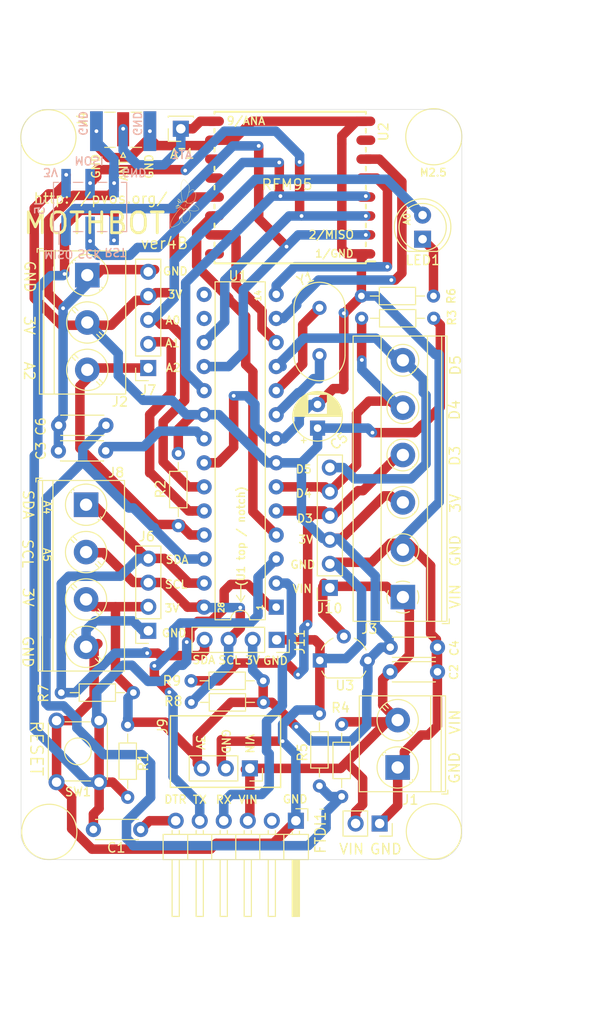
<source format=kicad_pcb>
(kicad_pcb (version 20171130) (host pcbnew 5.0.2-bee76a0~70~ubuntu18.04.1)

  (general
    (thickness 1.6)
    (drawings 99)
    (tracks 646)
    (zones 0)
    (modules 40)
    (nets 29)
  )

  (page A4)
  (layers
    (0 F.Cu signal)
    (31 B.Cu signal)
    (32 B.Adhes user)
    (33 F.Adhes user)
    (34 B.Paste user)
    (35 F.Paste user)
    (36 B.SilkS user)
    (37 F.SilkS user)
    (38 B.Mask user)
    (39 F.Mask user)
    (40 Dwgs.User user)
    (41 Cmts.User user)
    (42 Eco1.User user)
    (43 Eco2.User user)
    (44 Edge.Cuts user)
    (45 Margin user)
    (46 B.CrtYd user)
    (47 F.CrtYd user)
    (48 B.Fab user)
    (49 F.Fab user)
  )

  (setup
    (last_trace_width 0.25)
    (user_trace_width 0.4)
    (user_trace_width 0.5)
    (user_trace_width 0.75)
    (user_trace_width 1)
    (user_trace_width 1.25)
    (user_trace_width 1.5)
    (user_trace_width 1.7)
    (trace_clearance 0.2)
    (zone_clearance 0.508)
    (zone_45_only no)
    (trace_min 0.2)
    (segment_width 0.2)
    (edge_width 0.05)
    (via_size 0.8)
    (via_drill 0.4)
    (via_min_size 0.4)
    (via_min_drill 0.3)
    (user_via 1 0.5)
    (user_via 1.5 0.75)
    (user_via 1.78 0.89)
    (uvia_size 0.3)
    (uvia_drill 0.1)
    (uvias_allowed no)
    (uvia_min_size 0.2)
    (uvia_min_drill 0.1)
    (pcb_text_width 0.3)
    (pcb_text_size 1.5 1.5)
    (mod_edge_width 0.12)
    (mod_text_size 1 1)
    (mod_text_width 0.15)
    (pad_size 1.524 1.524)
    (pad_drill 0.762)
    (pad_to_mask_clearance 0.051)
    (solder_mask_min_width 0.25)
    (aux_axis_origin 0 0)
    (visible_elements FFFDFF7F)
    (pcbplotparams
      (layerselection 0x010fc_ffffffff)
      (usegerberextensions false)
      (usegerberattributes true)
      (usegerberadvancedattributes true)
      (creategerberjobfile true)
      (excludeedgelayer true)
      (linewidth 0.100000)
      (plotframeref false)
      (viasonmask false)
      (mode 1)
      (useauxorigin false)
      (hpglpennumber 1)
      (hpglpenspeed 20)
      (hpglpendiameter 15.000000)
      (psnegative false)
      (psa4output false)
      (plotreference true)
      (plotvalue true)
      (plotinvisibletext false)
      (padsonsilk false)
      (subtractmaskfromsilk false)
      (outputformat 1)
      (mirror false)
      (drillshape 0)
      (scaleselection 1)
      (outputdirectory "./gerbers/"))
  )

  (net 0 "")
  (net 1 "Net-(AT1-Pad1)")
  (net 2 "Net-(C1-Pad2)")
  (net 3 RST)
  (net 4 GND)
  (net 5 VIN)
  (net 6 "Net-(C3-Pad1)")
  (net 7 VCC)
  (net 8 A3)
  (net 9 D5)
  (net 10 TX0)
  (net 11 RX0)
  (net 12 A0)
  (net 13 D4)
  (net 14 D3)
  (net 15 MOSI)
  (net 16 SCK)
  (net 17 MISO)
  (net 18 A4)
  (net 19 A5)
  (net 20 A1)
  (net 21 A2)
  (net 22 D8)
  (net 23 D7)
  (net 24 D6)
  (net 25 "Net-(U1-Pad10)")
  (net 26 "Net-(U1-Pad9)")
  (net 27 D2)
  (net 28 "Net-(LED1-Pad1)")

  (net_class Default "This is the default net class."
    (clearance 0.2)
    (trace_width 0.25)
    (via_dia 0.8)
    (via_drill 0.4)
    (uvia_dia 0.3)
    (uvia_drill 0.1)
    (add_net A0)
    (add_net A1)
    (add_net A2)
    (add_net A3)
    (add_net A4)
    (add_net A5)
    (add_net D2)
    (add_net D3)
    (add_net D4)
    (add_net D5)
    (add_net D6)
    (add_net D7)
    (add_net D8)
    (add_net GND)
    (add_net MISO)
    (add_net MOSI)
    (add_net "Net-(AT1-Pad1)")
    (add_net "Net-(C1-Pad2)")
    (add_net "Net-(C3-Pad1)")
    (add_net "Net-(LED1-Pad1)")
    (add_net "Net-(U1-Pad10)")
    (add_net "Net-(U1-Pad9)")
    (add_net RST)
    (add_net RX0)
    (add_net SCK)
    (add_net TX0)
    (add_net VCC)
    (add_net VIN)
  )

  (module Connector_PinSocket_2.54mm:PinSocket_1x02_P2.54mm_Vertical (layer F.Cu) (tedit 5A19A420) (tstamp 5F907383)
    (at -93.566 73.719 270)
    (descr "Through hole straight socket strip, 1x02, 2.54mm pitch, single row (from Kicad 4.0.7), script generated")
    (tags "Through hole socket strip THT 1x02 2.54mm single row")
    (path /5FABB1AA)
    (fp_text reference J12 (at 0 -2.77 90) (layer F.SilkS) hide
      (effects (font (size 1 1) (thickness 0.15)))
    )
    (fp_text value Conn_01x02_Female (at 0 5.31 90) (layer F.Fab)
      (effects (font (size 1 1) (thickness 0.15)))
    )
    (fp_line (start -1.27 -1.27) (end 0.635 -1.27) (layer F.Fab) (width 0.1))
    (fp_line (start 0.635 -1.27) (end 1.27 -0.635) (layer F.Fab) (width 0.1))
    (fp_line (start 1.27 -0.635) (end 1.27 3.81) (layer F.Fab) (width 0.1))
    (fp_line (start 1.27 3.81) (end -1.27 3.81) (layer F.Fab) (width 0.1))
    (fp_line (start -1.27 3.81) (end -1.27 -1.27) (layer F.Fab) (width 0.1))
    (fp_line (start -1.33 1.27) (end 1.33 1.27) (layer F.SilkS) (width 0.12))
    (fp_line (start -1.33 1.27) (end -1.33 3.87) (layer F.SilkS) (width 0.12))
    (fp_line (start -1.33 3.87) (end 1.33 3.87) (layer F.SilkS) (width 0.12))
    (fp_line (start 1.33 1.27) (end 1.33 3.87) (layer F.SilkS) (width 0.12))
    (fp_line (start 1.33 -1.33) (end 1.33 0) (layer F.SilkS) (width 0.12))
    (fp_line (start 0 -1.33) (end 1.33 -1.33) (layer F.SilkS) (width 0.12))
    (fp_line (start -1.8 -1.8) (end 1.75 -1.8) (layer F.CrtYd) (width 0.05))
    (fp_line (start 1.75 -1.8) (end 1.75 4.3) (layer F.CrtYd) (width 0.05))
    (fp_line (start 1.75 4.3) (end -1.8 4.3) (layer F.CrtYd) (width 0.05))
    (fp_line (start -1.8 4.3) (end -1.8 -1.8) (layer F.CrtYd) (width 0.05))
    (fp_text user %R (at 0 1.27) (layer F.Fab)
      (effects (font (size 1 1) (thickness 0.15)))
    )
    (pad 2 thru_hole oval (at 0 2.54 270) (size 1.7 1.7) (drill 1) (layers *.Cu *.Mask)
      (net 5 VIN))
    (pad 1 thru_hole rect (at 0 0 270) (size 1.7 1.7) (drill 1) (layers *.Cu *.Mask)
      (net 4 GND))
    (model ${KISYS3DMOD}/Connector_PinSocket_2.54mm.3dshapes/PinSocket_1x02_P2.54mm_Vertical.wrl
      (at (xyz 0 0 0))
      (scale (xyz 1 1 1))
      (rotate (xyz 0 0 0))
    )
  )

  (module Connector_PinSocket_2.54mm:PinSocket_1x04_P2.54mm_Vertical (layer F.Cu) (tedit 5A19A429) (tstamp 5F8F9EDD)
    (at -104.45 54.325 270)
    (descr "Through hole straight socket strip, 1x04, 2.54mm pitch, single row (from Kicad 4.0.7), script generated")
    (tags "Through hole socket strip THT 1x04 2.54mm single row")
    (path /5F9888EF)
    (fp_text reference J11 (at 0.205 -2.45 270) (layer F.SilkS)
      (effects (font (size 1 1) (thickness 0.15)))
    )
    (fp_text value Conn_01x04_Female (at 0 10.39 90) (layer F.Fab)
      (effects (font (size 1 1) (thickness 0.15)))
    )
    (fp_line (start -1.8 9.4) (end -1.8 -1.8) (layer F.CrtYd) (width 0.05))
    (fp_line (start 1.75 9.4) (end -1.8 9.4) (layer F.CrtYd) (width 0.05))
    (fp_line (start 1.75 -1.8) (end 1.75 9.4) (layer F.CrtYd) (width 0.05))
    (fp_line (start -1.8 -1.8) (end 1.75 -1.8) (layer F.CrtYd) (width 0.05))
    (fp_line (start 0 -1.33) (end 1.33 -1.33) (layer F.SilkS) (width 0.12))
    (fp_line (start 1.33 -1.33) (end 1.33 0) (layer F.SilkS) (width 0.12))
    (fp_line (start 1.33 1.27) (end 1.33 8.95) (layer F.SilkS) (width 0.12))
    (fp_line (start -1.33 8.95) (end 1.33 8.95) (layer F.SilkS) (width 0.12))
    (fp_line (start -1.33 1.27) (end -1.33 8.95) (layer F.SilkS) (width 0.12))
    (fp_line (start -1.33 1.27) (end 1.33 1.27) (layer F.SilkS) (width 0.12))
    (fp_line (start -1.27 8.89) (end -1.27 -1.27) (layer F.Fab) (width 0.1))
    (fp_line (start 1.27 8.89) (end -1.27 8.89) (layer F.Fab) (width 0.1))
    (fp_line (start 1.27 -0.635) (end 1.27 8.89) (layer F.Fab) (width 0.1))
    (fp_line (start 0.635 -1.27) (end 1.27 -0.635) (layer F.Fab) (width 0.1))
    (fp_line (start -1.27 -1.27) (end 0.635 -1.27) (layer F.Fab) (width 0.1))
    (fp_text user %R (at 0 3.81) (layer F.Fab)
      (effects (font (size 1 1) (thickness 0.15)))
    )
    (pad 1 thru_hole rect (at 0 0 270) (size 1.7 1.7) (drill 1) (layers *.Cu *.Mask)
      (net 4 GND))
    (pad 2 thru_hole oval (at 0 2.54 270) (size 1.7 1.7) (drill 1) (layers *.Cu *.Mask)
      (net 7 VCC))
    (pad 3 thru_hole oval (at 0 5.08 270) (size 1.7 1.7) (drill 1) (layers *.Cu *.Mask)
      (net 19 A5))
    (pad 4 thru_hole oval (at 0 7.62 270) (size 1.7 1.7) (drill 1) (layers *.Cu *.Mask)
      (net 18 A4))
    (model ${KISYS3DMOD}/Connector_PinSocket_2.54mm.3dshapes/PinSocket_1x04_P2.54mm_Vertical.wrl
      (at (xyz 0 0 0))
      (scale (xyz 1 1 1))
      (rotate (xyz 0 0 0))
    )
  )

  (module Connector_PinSocket_2.54mm:PinSocket_1x06_P2.54mm_Vertical (layer F.Cu) (tedit 5A19A430) (tstamp 5F8F9EC5)
    (at -98.83 48.84 180)
    (descr "Through hole straight socket strip, 1x06, 2.54mm pitch, single row (from Kicad 4.0.7), script generated")
    (tags "Through hole socket strip THT 1x06 2.54mm single row")
    (path /5F9CDA80)
    (fp_text reference J10 (at 0.005 -2.16) (layer F.SilkS)
      (effects (font (size 1 1) (thickness 0.15)))
    )
    (fp_text value Conn_01x06_Female (at 0 15.47) (layer F.Fab)
      (effects (font (size 1 1) (thickness 0.15)))
    )
    (fp_line (start -1.27 -1.27) (end 0.635 -1.27) (layer F.Fab) (width 0.1))
    (fp_line (start 0.635 -1.27) (end 1.27 -0.635) (layer F.Fab) (width 0.1))
    (fp_line (start 1.27 -0.635) (end 1.27 13.97) (layer F.Fab) (width 0.1))
    (fp_line (start 1.27 13.97) (end -1.27 13.97) (layer F.Fab) (width 0.1))
    (fp_line (start -1.27 13.97) (end -1.27 -1.27) (layer F.Fab) (width 0.1))
    (fp_line (start -1.33 1.27) (end 1.33 1.27) (layer F.SilkS) (width 0.12))
    (fp_line (start -1.33 1.27) (end -1.33 14.03) (layer F.SilkS) (width 0.12))
    (fp_line (start -1.33 14.03) (end 1.33 14.03) (layer F.SilkS) (width 0.12))
    (fp_line (start 1.33 1.27) (end 1.33 14.03) (layer F.SilkS) (width 0.12))
    (fp_line (start 1.33 -1.33) (end 1.33 0) (layer F.SilkS) (width 0.12))
    (fp_line (start 0 -1.33) (end 1.33 -1.33) (layer F.SilkS) (width 0.12))
    (fp_line (start -1.8 -1.8) (end 1.75 -1.8) (layer F.CrtYd) (width 0.05))
    (fp_line (start 1.75 -1.8) (end 1.75 14.45) (layer F.CrtYd) (width 0.05))
    (fp_line (start 1.75 14.45) (end -1.8 14.45) (layer F.CrtYd) (width 0.05))
    (fp_line (start -1.8 14.45) (end -1.8 -1.8) (layer F.CrtYd) (width 0.05))
    (fp_text user %R (at 0 6.35 90) (layer F.Fab)
      (effects (font (size 1 1) (thickness 0.15)))
    )
    (pad 6 thru_hole oval (at 0 12.7 180) (size 1.7 1.7) (drill 1) (layers *.Cu *.Mask)
      (net 9 D5))
    (pad 5 thru_hole oval (at 0 10.16 180) (size 1.7 1.7) (drill 1) (layers *.Cu *.Mask)
      (net 13 D4))
    (pad 4 thru_hole oval (at 0 7.62 180) (size 1.7 1.7) (drill 1) (layers *.Cu *.Mask)
      (net 14 D3))
    (pad 3 thru_hole oval (at 0 5.08 180) (size 1.7 1.7) (drill 1) (layers *.Cu *.Mask)
      (net 7 VCC))
    (pad 2 thru_hole oval (at 0 2.54 180) (size 1.7 1.7) (drill 1) (layers *.Cu *.Mask)
      (net 4 GND))
    (pad 1 thru_hole rect (at 0 0 180) (size 1.7 1.7) (drill 1) (layers *.Cu *.Mask)
      (net 5 VIN))
    (model ${KISYS3DMOD}/Connector_PinSocket_2.54mm.3dshapes/PinSocket_1x06_P2.54mm_Vertical.wrl
      (at (xyz 0 0 0))
      (scale (xyz 1 1 1))
      (rotate (xyz 0 0 0))
    )
  )

  (module TerminalBlock_Phoenix:TerminalBlock_Phoenix_MKDS-1,5-6_1x06_P5.00mm_Horizontal (layer F.Cu) (tedit 5B294EE7) (tstamp 5F8FAD80)
    (at -91.11 49.81 90)
    (descr "Terminal Block Phoenix MKDS-1,5-6, 6 pins, pitch 5mm, size 30x9.8mm^2, drill diamater 1.3mm, pad diameter 2.6mm, see http://www.farnell.com/datasheets/100425.pdf, script-generated using https://github.com/pointhi/kicad-footprint-generator/scripts/TerminalBlock_Phoenix")
    (tags "THT Terminal Block Phoenix MKDS-1,5-6 pitch 5mm size 30x9.8mm^2 drill 1.3mm pad 2.6mm")
    (path /5F9AF7B1)
    (fp_text reference J3 (at -3.37 -3.54 180) (layer F.SilkS)
      (effects (font (size 1 1) (thickness 0.15)))
    )
    (fp_text value Screw_Terminal_01x06 (at 12.5 5.66 90) (layer F.Fab)
      (effects (font (size 1 1) (thickness 0.15)))
    )
    (fp_circle (center 0 0) (end 1.5 0) (layer F.Fab) (width 0.1))
    (fp_circle (center 5 0) (end 6.5 0) (layer F.Fab) (width 0.1))
    (fp_circle (center 5 0) (end 6.68 0) (layer F.SilkS) (width 0.12))
    (fp_circle (center 10 0) (end 11.5 0) (layer F.Fab) (width 0.1))
    (fp_circle (center 10 0) (end 11.68 0) (layer F.SilkS) (width 0.12))
    (fp_circle (center 15 0) (end 16.5 0) (layer F.Fab) (width 0.1))
    (fp_circle (center 15 0) (end 16.68 0) (layer F.SilkS) (width 0.12))
    (fp_circle (center 20 0) (end 21.5 0) (layer F.Fab) (width 0.1))
    (fp_circle (center 20 0) (end 21.68 0) (layer F.SilkS) (width 0.12))
    (fp_circle (center 25 0) (end 26.5 0) (layer F.Fab) (width 0.1))
    (fp_circle (center 25 0) (end 26.68 0) (layer F.SilkS) (width 0.12))
    (fp_line (start -2.5 -5.2) (end 27.5 -5.2) (layer F.Fab) (width 0.1))
    (fp_line (start 27.5 -5.2) (end 27.5 4.6) (layer F.Fab) (width 0.1))
    (fp_line (start 27.5 4.6) (end -2 4.6) (layer F.Fab) (width 0.1))
    (fp_line (start -2 4.6) (end -2.5 4.1) (layer F.Fab) (width 0.1))
    (fp_line (start -2.5 4.1) (end -2.5 -5.2) (layer F.Fab) (width 0.1))
    (fp_line (start -2.5 4.1) (end 27.5 4.1) (layer F.Fab) (width 0.1))
    (fp_line (start -2.56 4.1) (end 27.56 4.1) (layer F.SilkS) (width 0.12))
    (fp_line (start -2.5 2.6) (end 27.5 2.6) (layer F.Fab) (width 0.1))
    (fp_line (start -2.56 2.6) (end 27.56 2.6) (layer F.SilkS) (width 0.12))
    (fp_line (start -2.5 -2.3) (end 27.5 -2.3) (layer F.Fab) (width 0.1))
    (fp_line (start -2.56 -2.301) (end 27.56 -2.301) (layer F.SilkS) (width 0.12))
    (fp_line (start -2.56 -5.261) (end 27.56 -5.261) (layer F.SilkS) (width 0.12))
    (fp_line (start -2.56 4.66) (end 27.56 4.66) (layer F.SilkS) (width 0.12))
    (fp_line (start -2.56 -5.261) (end -2.56 4.66) (layer F.SilkS) (width 0.12))
    (fp_line (start 27.56 -5.261) (end 27.56 4.66) (layer F.SilkS) (width 0.12))
    (fp_line (start 1.138 -0.955) (end -0.955 1.138) (layer F.Fab) (width 0.1))
    (fp_line (start 0.955 -1.138) (end -1.138 0.955) (layer F.Fab) (width 0.1))
    (fp_line (start 6.138 -0.955) (end 4.046 1.138) (layer F.Fab) (width 0.1))
    (fp_line (start 5.955 -1.138) (end 3.863 0.955) (layer F.Fab) (width 0.1))
    (fp_line (start 6.275 -1.069) (end 6.228 -1.023) (layer F.SilkS) (width 0.12))
    (fp_line (start 3.966 1.239) (end 3.931 1.274) (layer F.SilkS) (width 0.12))
    (fp_line (start 6.07 -1.275) (end 6.035 -1.239) (layer F.SilkS) (width 0.12))
    (fp_line (start 3.773 1.023) (end 3.726 1.069) (layer F.SilkS) (width 0.12))
    (fp_line (start 11.138 -0.955) (end 9.046 1.138) (layer F.Fab) (width 0.1))
    (fp_line (start 10.955 -1.138) (end 8.863 0.955) (layer F.Fab) (width 0.1))
    (fp_line (start 11.275 -1.069) (end 11.228 -1.023) (layer F.SilkS) (width 0.12))
    (fp_line (start 8.966 1.239) (end 8.931 1.274) (layer F.SilkS) (width 0.12))
    (fp_line (start 11.07 -1.275) (end 11.035 -1.239) (layer F.SilkS) (width 0.12))
    (fp_line (start 8.773 1.023) (end 8.726 1.069) (layer F.SilkS) (width 0.12))
    (fp_line (start 16.138 -0.955) (end 14.046 1.138) (layer F.Fab) (width 0.1))
    (fp_line (start 15.955 -1.138) (end 13.863 0.955) (layer F.Fab) (width 0.1))
    (fp_line (start 16.275 -1.069) (end 16.228 -1.023) (layer F.SilkS) (width 0.12))
    (fp_line (start 13.966 1.239) (end 13.931 1.274) (layer F.SilkS) (width 0.12))
    (fp_line (start 16.07 -1.275) (end 16.035 -1.239) (layer F.SilkS) (width 0.12))
    (fp_line (start 13.773 1.023) (end 13.726 1.069) (layer F.SilkS) (width 0.12))
    (fp_line (start 21.138 -0.955) (end 19.046 1.138) (layer F.Fab) (width 0.1))
    (fp_line (start 20.955 -1.138) (end 18.863 0.955) (layer F.Fab) (width 0.1))
    (fp_line (start 21.275 -1.069) (end 21.228 -1.023) (layer F.SilkS) (width 0.12))
    (fp_line (start 18.966 1.239) (end 18.931 1.274) (layer F.SilkS) (width 0.12))
    (fp_line (start 21.07 -1.275) (end 21.035 -1.239) (layer F.SilkS) (width 0.12))
    (fp_line (start 18.773 1.023) (end 18.726 1.069) (layer F.SilkS) (width 0.12))
    (fp_line (start 26.138 -0.955) (end 24.046 1.138) (layer F.Fab) (width 0.1))
    (fp_line (start 25.955 -1.138) (end 23.863 0.955) (layer F.Fab) (width 0.1))
    (fp_line (start 26.275 -1.069) (end 26.228 -1.023) (layer F.SilkS) (width 0.12))
    (fp_line (start 23.966 1.239) (end 23.931 1.274) (layer F.SilkS) (width 0.12))
    (fp_line (start 26.07 -1.275) (end 26.035 -1.239) (layer F.SilkS) (width 0.12))
    (fp_line (start 23.773 1.023) (end 23.726 1.069) (layer F.SilkS) (width 0.12))
    (fp_line (start -2.8 4.16) (end -2.8 4.9) (layer F.SilkS) (width 0.12))
    (fp_line (start -2.8 4.9) (end -2.3 4.9) (layer F.SilkS) (width 0.12))
    (fp_line (start -3 -5.71) (end -3 5.1) (layer F.CrtYd) (width 0.05))
    (fp_line (start -3 5.1) (end 28 5.1) (layer F.CrtYd) (width 0.05))
    (fp_line (start 28 5.1) (end 28 -5.71) (layer F.CrtYd) (width 0.05))
    (fp_line (start 28 -5.71) (end -3 -5.71) (layer F.CrtYd) (width 0.05))
    (fp_text user %R (at 12.5 3.2 90) (layer F.Fab)
      (effects (font (size 1 1) (thickness 0.15)))
    )
    (fp_arc (start 0 0) (end -0.684 1.535) (angle -25) (layer F.SilkS) (width 0.12))
    (fp_arc (start 0 0) (end -1.535 -0.684) (angle -48) (layer F.SilkS) (width 0.12))
    (fp_arc (start 0 0) (end 0.684 -1.535) (angle -48) (layer F.SilkS) (width 0.12))
    (fp_arc (start 0 0) (end 1.535 0.684) (angle -48) (layer F.SilkS) (width 0.12))
    (fp_arc (start 0 0) (end 0 1.68) (angle -24) (layer F.SilkS) (width 0.12))
    (pad 6 thru_hole circle (at 25 0 90) (size 2.6 2.6) (drill 1.3) (layers *.Cu *.Mask)
      (net 9 D5))
    (pad 5 thru_hole circle (at 20 0 90) (size 2.6 2.6) (drill 1.3) (layers *.Cu *.Mask)
      (net 13 D4))
    (pad 4 thru_hole circle (at 15 0 90) (size 2.6 2.6) (drill 1.3) (layers *.Cu *.Mask)
      (net 14 D3))
    (pad 3 thru_hole circle (at 10 0 90) (size 2.6 2.6) (drill 1.3) (layers *.Cu *.Mask)
      (net 7 VCC))
    (pad 2 thru_hole circle (at 5 0 90) (size 2.6 2.6) (drill 1.3) (layers *.Cu *.Mask)
      (net 4 GND))
    (pad 1 thru_hole rect (at 0 0 90) (size 2.6 2.6) (drill 1.3) (layers *.Cu *.Mask)
      (net 5 VIN))
    (model ${KISYS3DMOD}/TerminalBlock_Phoenix.3dshapes/TerminalBlock_Phoenix_MKDS-1,5-6_1x06_P5.00mm_Horizontal.wrl
      (at (xyz 0 0 0))
      (scale (xyz 1 1 1))
      (rotate (xyz 0 0 0))
    )
  )

  (module Crystal:Resonator-2Pin_W10.0mm_H5.0mm (layer F.Cu) (tedit 5A0FD1B2) (tstamp 5F7C78EB)
    (at -99.925 24.275 90)
    (descr "Ceramic Resomator/Filter 10.0x5.0 RedFrequency MG/MT/MX series, http://www.red-frequency.com/download/datenblatt/redfrequency-datenblatt-ir-zta.pdf, length*width=10.0x5.0mm^2 package, package length=10.0mm, package width=5.0mm, 2 pins")
    (tags "THT ceramic resonator filter")
    (path /5F2FF1D5)
    (fp_text reference Y1 (at 8.075 -1.475 20) (layer F.SilkS)
      (effects (font (size 1 1) (thickness 0.15)))
    )
    (fp_text value Crystal (at 2.5 3.7 90) (layer F.Fab)
      (effects (font (size 1 1) (thickness 0.15)))
    )
    (fp_line (start 8 -3) (end -3 -3) (layer F.CrtYd) (width 0.05))
    (fp_line (start 8 3) (end 8 -3) (layer F.CrtYd) (width 0.05))
    (fp_line (start -3 3) (end 8 3) (layer F.CrtYd) (width 0.05))
    (fp_line (start -3 -3) (end -3 3) (layer F.CrtYd) (width 0.05))
    (fp_line (start 0 2.7) (end 5 2.7) (layer F.SilkS) (width 0.12))
    (fp_line (start 0 -2.7) (end 5 -2.7) (layer F.SilkS) (width 0.12))
    (fp_line (start 0 2.5) (end 5 2.5) (layer F.Fab) (width 0.1))
    (fp_line (start 0 -2.5) (end 5 -2.5) (layer F.Fab) (width 0.1))
    (fp_line (start 0 2.5) (end 5 2.5) (layer F.Fab) (width 0.1))
    (fp_line (start 0 -2.5) (end 5 -2.5) (layer F.Fab) (width 0.1))
    (fp_arc (start 5 0) (end 5 -2.7) (angle 180) (layer F.SilkS) (width 0.12))
    (fp_arc (start 0 0) (end 0 -2.7) (angle -180) (layer F.SilkS) (width 0.12))
    (fp_arc (start 5 0) (end 5 -2.5) (angle 180) (layer F.Fab) (width 0.1))
    (fp_arc (start 0 0) (end 0 -2.5) (angle -180) (layer F.Fab) (width 0.1))
    (fp_arc (start 5 0) (end 5 -2.5) (angle 180) (layer F.Fab) (width 0.1))
    (fp_arc (start 0 0) (end 0 -2.5) (angle -180) (layer F.Fab) (width 0.1))
    (fp_text user %R (at 2.5 0 90) (layer F.Fab)
      (effects (font (size 1 1) (thickness 0.15)))
    )
    (pad 2 thru_hole circle (at 5 0 90) (size 1.5 1.5) (drill 0.8) (layers *.Cu *.Mask)
      (net 25 "Net-(U1-Pad10)"))
    (pad 1 thru_hole circle (at 0 0 90) (size 1.5 1.5) (drill 0.8) (layers *.Cu *.Mask)
      (net 26 "Net-(U1-Pad9)"))
    (model ${KISYS3DMOD}/Crystal.3dshapes/Resonator-2Pin_W10.0mm_H5.0mm.wrl
      (at (xyz 0 0 0))
      (scale (xyz 1 1 1))
      (rotate (xyz 0 0 0))
    )
  )

  (module Connector_PinSocket_2.54mm:PinSocket_1x05_P2.54mm_Vertical (layer F.Cu) (tedit 5A19A420) (tstamp 5F90C0F2)
    (at -118.03 25.63 180)
    (descr "Through hole straight socket strip, 1x05, 2.54mm pitch, single row (from Kicad 4.0.7), script generated")
    (tags "Through hole socket strip THT 1x05 2.54mm single row")
    (path /5F8A1647)
    (fp_text reference J7 (at 0 -2.33) (layer F.SilkS)
      (effects (font (size 1 1) (thickness 0.15)))
    )
    (fp_text value Conn_01x05_Female (at 0 12.93) (layer F.Fab)
      (effects (font (size 1 1) (thickness 0.15)))
    )
    (fp_line (start -1.27 -1.27) (end 0.635 -1.27) (layer F.Fab) (width 0.1))
    (fp_line (start 0.635 -1.27) (end 1.27 -0.635) (layer F.Fab) (width 0.1))
    (fp_line (start 1.27 -0.635) (end 1.27 11.43) (layer F.Fab) (width 0.1))
    (fp_line (start 1.27 11.43) (end -1.27 11.43) (layer F.Fab) (width 0.1))
    (fp_line (start -1.27 11.43) (end -1.27 -1.27) (layer F.Fab) (width 0.1))
    (fp_line (start -1.33 1.27) (end 1.33 1.27) (layer F.SilkS) (width 0.12))
    (fp_line (start -1.33 1.27) (end -1.33 11.49) (layer F.SilkS) (width 0.12))
    (fp_line (start -1.33 11.49) (end 1.33 11.49) (layer F.SilkS) (width 0.12))
    (fp_line (start 1.33 1.27) (end 1.33 11.49) (layer F.SilkS) (width 0.12))
    (fp_line (start 1.33 -1.33) (end 1.33 0) (layer F.SilkS) (width 0.12))
    (fp_line (start 0 -1.33) (end 1.33 -1.33) (layer F.SilkS) (width 0.12))
    (fp_line (start -1.8 -1.8) (end 1.75 -1.8) (layer F.CrtYd) (width 0.05))
    (fp_line (start 1.75 -1.8) (end 1.75 11.9) (layer F.CrtYd) (width 0.05))
    (fp_line (start 1.75 11.9) (end -1.8 11.9) (layer F.CrtYd) (width 0.05))
    (fp_line (start -1.8 11.9) (end -1.8 -1.8) (layer F.CrtYd) (width 0.05))
    (fp_text user %R (at 0 5.08 90) (layer F.Fab)
      (effects (font (size 1 1) (thickness 0.15)))
    )
    (pad 5 thru_hole oval (at 0 10.16 180) (size 1.7 1.7) (drill 1) (layers *.Cu *.Mask)
      (net 4 GND))
    (pad 4 thru_hole oval (at 0 7.62 180) (size 1.7 1.7) (drill 1) (layers *.Cu *.Mask)
      (net 7 VCC))
    (pad 3 thru_hole oval (at 0 5.08 180) (size 1.7 1.7) (drill 1) (layers *.Cu *.Mask)
      (net 12 A0))
    (pad 2 thru_hole oval (at 0 2.54 180) (size 1.7 1.7) (drill 1) (layers *.Cu *.Mask)
      (net 20 A1))
    (pad 1 thru_hole rect (at 0 0 180) (size 1.7 1.7) (drill 1) (layers *.Cu *.Mask)
      (net 21 A2))
    (model ${KISYS3DMOD}/Connector_PinSocket_2.54mm.3dshapes/PinSocket_1x05_P2.54mm_Vertical.wrl
      (at (xyz 0 0 0))
      (scale (xyz 1 1 1))
      (rotate (xyz 0 0 0))
    )
  )

  (module Resistor_THT:R_Axial_DIN0204_L3.6mm_D1.6mm_P7.62mm_Horizontal (layer F.Cu) (tedit 5AE5139B) (tstamp 5F7D1419)
    (at -105.875 58.65 180)
    (descr "Resistor, Axial_DIN0204 series, Axial, Horizontal, pin pitch=7.62mm, 0.167W, length*diameter=3.6*1.6mm^2, http://cdn-reichelt.de/documents/datenblatt/B400/1_4W%23YAG.pdf")
    (tags "Resistor Axial_DIN0204 series Axial Horizontal pin pitch 7.62mm 0.167W length 3.6mm diameter 1.6mm")
    (path /5F83A4F3)
    (fp_text reference R9 (at 9.65 0) (layer F.SilkS)
      (effects (font (size 1 1) (thickness 0.15)))
    )
    (fp_text value 10K (at 3.81 1.92) (layer F.Fab)
      (effects (font (size 1 1) (thickness 0.15)))
    )
    (fp_line (start 2.01 -0.8) (end 2.01 0.8) (layer F.Fab) (width 0.1))
    (fp_line (start 2.01 0.8) (end 5.61 0.8) (layer F.Fab) (width 0.1))
    (fp_line (start 5.61 0.8) (end 5.61 -0.8) (layer F.Fab) (width 0.1))
    (fp_line (start 5.61 -0.8) (end 2.01 -0.8) (layer F.Fab) (width 0.1))
    (fp_line (start 0 0) (end 2.01 0) (layer F.Fab) (width 0.1))
    (fp_line (start 7.62 0) (end 5.61 0) (layer F.Fab) (width 0.1))
    (fp_line (start 1.89 -0.92) (end 1.89 0.92) (layer F.SilkS) (width 0.12))
    (fp_line (start 1.89 0.92) (end 5.73 0.92) (layer F.SilkS) (width 0.12))
    (fp_line (start 5.73 0.92) (end 5.73 -0.92) (layer F.SilkS) (width 0.12))
    (fp_line (start 5.73 -0.92) (end 1.89 -0.92) (layer F.SilkS) (width 0.12))
    (fp_line (start 0.94 0) (end 1.89 0) (layer F.SilkS) (width 0.12))
    (fp_line (start 6.68 0) (end 5.73 0) (layer F.SilkS) (width 0.12))
    (fp_line (start -0.95 -1.05) (end -0.95 1.05) (layer F.CrtYd) (width 0.05))
    (fp_line (start -0.95 1.05) (end 8.57 1.05) (layer F.CrtYd) (width 0.05))
    (fp_line (start 8.57 1.05) (end 8.57 -1.05) (layer F.CrtYd) (width 0.05))
    (fp_line (start 8.57 -1.05) (end -0.95 -1.05) (layer F.CrtYd) (width 0.05))
    (fp_text user %R (at 3.81 0) (layer F.Fab)
      (effects (font (size 0.72 0.72) (thickness 0.108)))
    )
    (pad 2 thru_hole oval (at 7.62 0 180) (size 1.4 1.4) (drill 0.7) (layers *.Cu *.Mask)
      (net 14 D3))
    (pad 1 thru_hole circle (at 0 0 180) (size 1.4 1.4) (drill 0.7) (layers *.Cu *.Mask)
      (net 7 VCC))
    (model ${KISYS3DMOD}/Resistor_THT.3dshapes/R_Axial_DIN0204_L3.6mm_D1.6mm_P7.62mm_Horizontal.wrl
      (at (xyz 0 0 0))
      (scale (xyz 1 1 1))
      (rotate (xyz 0 0 0))
    )
  )

  (module Capacitor_THT:C_Disc_D4.3mm_W1.9mm_P5.00mm (layer F.Cu) (tedit 5AE50EF0) (tstamp 5F7B48AD)
    (at -122.525 34.375 180)
    (descr "C, Disc series, Radial, pin pitch=5.00mm, , diameter*width=4.3*1.9mm^2, Capacitor, http://www.vishay.com/docs/45233/krseries.pdf")
    (tags "C Disc series Radial pin pitch 5.00mm  diameter 4.3mm width 1.9mm Capacitor")
    (path /5F266C1D)
    (fp_text reference C3 (at 6.85 0 270) (layer F.SilkS)
      (effects (font (size 1 1) (thickness 0.15)))
    )
    (fp_text value 0.1u (at 2.5 2.2) (layer F.Fab)
      (effects (font (size 1 1) (thickness 0.15)))
    )
    (fp_line (start 6.05 -1.2) (end -1.05 -1.2) (layer F.CrtYd) (width 0.05))
    (fp_line (start 6.05 1.2) (end 6.05 -1.2) (layer F.CrtYd) (width 0.05))
    (fp_line (start -1.05 1.2) (end 6.05 1.2) (layer F.CrtYd) (width 0.05))
    (fp_line (start -1.05 -1.2) (end -1.05 1.2) (layer F.CrtYd) (width 0.05))
    (fp_line (start 4.77 1.055) (end 4.77 1.07) (layer F.SilkS) (width 0.12))
    (fp_line (start 4.77 -1.07) (end 4.77 -1.055) (layer F.SilkS) (width 0.12))
    (fp_line (start 0.23 1.055) (end 0.23 1.07) (layer F.SilkS) (width 0.12))
    (fp_line (start 0.23 -1.07) (end 0.23 -1.055) (layer F.SilkS) (width 0.12))
    (fp_line (start 0.23 1.07) (end 4.77 1.07) (layer F.SilkS) (width 0.12))
    (fp_line (start 0.23 -1.07) (end 4.77 -1.07) (layer F.SilkS) (width 0.12))
    (fp_line (start 4.65 -0.95) (end 0.35 -0.95) (layer F.Fab) (width 0.1))
    (fp_line (start 4.65 0.95) (end 4.65 -0.95) (layer F.Fab) (width 0.1))
    (fp_line (start 0.35 0.95) (end 4.65 0.95) (layer F.Fab) (width 0.1))
    (fp_line (start 0.35 -0.95) (end 0.35 0.95) (layer F.Fab) (width 0.1))
    (fp_text user %R (at 2.5 0.125) (layer F.Fab)
      (effects (font (size 0.86 0.86) (thickness 0.129)))
    )
    (pad 2 thru_hole circle (at 5 0 180) (size 1.6 1.6) (drill 0.8) (layers *.Cu *.Mask)
      (net 4 GND))
    (pad 1 thru_hole circle (at 0 0 180) (size 1.6 1.6) (drill 0.8) (layers *.Cu *.Mask)
      (net 6 "Net-(C3-Pad1)"))
    (model ${KISYS3DMOD}/Capacitor_THT.3dshapes/C_Disc_D4.3mm_W1.9mm_P5.00mm.wrl
      (at (xyz 0 0 0))
      (scale (xyz 1 1 1))
      (rotate (xyz 0 0 0))
    )
  )

  (module MountingHole:MountingHole_2.7mm_M2.5 (layer F.Cu) (tedit 56D1B4CB) (tstamp 5F7B343A)
    (at -87.8 1.225 180)
    (descr "Mounting Hole 2.7mm, no annular, M2.5")
    (tags "mounting hole 2.7mm no annular m2.5")
    (path /5F3BA0EE)
    (attr virtual)
    (fp_text reference H4 (at 0 -3.7) (layer F.SilkS) hide
      (effects (font (size 1 1) (thickness 0.15)))
    )
    (fp_text value MountingHole (at 0 3.7) (layer F.Fab)
      (effects (font (size 1 1) (thickness 0.15)))
    )
    (fp_circle (center 0 0) (end 2.7 0) (layer Cmts.User) (width 0.15))
    (fp_circle (center 0 0) (end 2.95 0) (layer F.CrtYd) (width 0.05))
    (fp_text user %R (at 0.3 0) (layer F.Fab)
      (effects (font (size 1 1) (thickness 0.15)))
    )
    (pad 1 np_thru_hole circle (at 0 0 180) (size 2.7 2.7) (drill 2.7) (layers *.Cu *.Mask))
  )

  (module MountingHole:MountingHole_2.7mm_M2.5 (layer F.Cu) (tedit 56D1B4CB) (tstamp 5F7B3432)
    (at -128.525 74.6 180)
    (descr "Mounting Hole 2.7mm, no annular, M2.5")
    (tags "mounting hole 2.7mm no annular m2.5")
    (path /5F3B9C3E)
    (attr virtual)
    (fp_text reference H3 (at 0 -3.7) (layer F.SilkS) hide
      (effects (font (size 1 1) (thickness 0.15)))
    )
    (fp_text value MountingHole (at 0 3.7) (layer F.Fab)
      (effects (font (size 1 1) (thickness 0.15)))
    )
    (fp_circle (center 0 0) (end 2.7 0) (layer Cmts.User) (width 0.15))
    (fp_circle (center 0 0) (end 2.95 0) (layer F.CrtYd) (width 0.05))
    (fp_text user %R (at 0.3 0) (layer F.Fab)
      (effects (font (size 1 1) (thickness 0.15)))
    )
    (pad 1 np_thru_hole circle (at 0 0 180) (size 2.7 2.7) (drill 2.7) (layers *.Cu *.Mask))
  )

  (module Resistor_THT:R_Axial_DIN0204_L3.6mm_D1.6mm_P7.62mm_Horizontal (layer F.Cu) (tedit 5AE5139B) (tstamp 5F8FD119)
    (at -105.85 60.925 180)
    (descr "Resistor, Axial_DIN0204 series, Axial, Horizontal, pin pitch=7.62mm, 0.167W, length*diameter=3.6*1.6mm^2, http://cdn-reichelt.de/documents/datenblatt/B400/1_4W%23YAG.pdf")
    (tags "Resistor Axial_DIN0204 series Axial Horizontal pin pitch 7.62mm 0.167W length 3.6mm diameter 1.6mm")
    (path /5F722F91)
    (fp_text reference R8 (at 9.525 0.125) (layer F.SilkS)
      (effects (font (size 1 1) (thickness 0.15)))
    )
    (fp_text value R (at 3.81 1.92) (layer F.Fab)
      (effects (font (size 1 1) (thickness 0.15)))
    )
    (fp_line (start 8.57 -1.05) (end -0.95 -1.05) (layer F.CrtYd) (width 0.05))
    (fp_line (start 8.57 1.05) (end 8.57 -1.05) (layer F.CrtYd) (width 0.05))
    (fp_line (start -0.95 1.05) (end 8.57 1.05) (layer F.CrtYd) (width 0.05))
    (fp_line (start -0.95 -1.05) (end -0.95 1.05) (layer F.CrtYd) (width 0.05))
    (fp_line (start 6.68 0) (end 5.73 0) (layer F.SilkS) (width 0.12))
    (fp_line (start 0.94 0) (end 1.89 0) (layer F.SilkS) (width 0.12))
    (fp_line (start 5.73 -0.92) (end 1.89 -0.92) (layer F.SilkS) (width 0.12))
    (fp_line (start 5.73 0.92) (end 5.73 -0.92) (layer F.SilkS) (width 0.12))
    (fp_line (start 1.89 0.92) (end 5.73 0.92) (layer F.SilkS) (width 0.12))
    (fp_line (start 1.89 -0.92) (end 1.89 0.92) (layer F.SilkS) (width 0.12))
    (fp_line (start 7.62 0) (end 5.61 0) (layer F.Fab) (width 0.1))
    (fp_line (start 0 0) (end 2.01 0) (layer F.Fab) (width 0.1))
    (fp_line (start 5.61 -0.8) (end 2.01 -0.8) (layer F.Fab) (width 0.1))
    (fp_line (start 5.61 0.8) (end 5.61 -0.8) (layer F.Fab) (width 0.1))
    (fp_line (start 2.01 0.8) (end 5.61 0.8) (layer F.Fab) (width 0.1))
    (fp_line (start 2.01 -0.8) (end 2.01 0.8) (layer F.Fab) (width 0.1))
    (fp_text user %R (at 3.81 0) (layer F.Fab)
      (effects (font (size 0.72 0.72) (thickness 0.108)))
    )
    (pad 2 thru_hole oval (at 7.62 0 180) (size 1.4 1.4) (drill 0.7) (layers *.Cu *.Mask)
      (net 19 A5))
    (pad 1 thru_hole circle (at 0 0 180) (size 1.4 1.4) (drill 0.7) (layers *.Cu *.Mask)
      (net 7 VCC))
    (model ${KISYS3DMOD}/Resistor_THT.3dshapes/R_Axial_DIN0204_L3.6mm_D1.6mm_P7.62mm_Horizontal.wrl
      (at (xyz 0 0 0))
      (scale (xyz 1 1 1))
      (rotate (xyz 0 0 0))
    )
  )

  (module Resistor_THT:R_Axial_DIN0204_L3.6mm_D1.6mm_P7.62mm_Horizontal (layer F.Cu) (tedit 5AE5139B) (tstamp 5F7A38B7)
    (at -119.6 59.9 180)
    (descr "Resistor, Axial_DIN0204 series, Axial, Horizontal, pin pitch=7.62mm, 0.167W, length*diameter=3.6*1.6mm^2, http://cdn-reichelt.de/documents/datenblatt/B400/1_4W%23YAG.pdf")
    (tags "Resistor Axial_DIN0204 series Axial Horizontal pin pitch 7.62mm 0.167W length 3.6mm diameter 1.6mm")
    (path /5F7227DD)
    (fp_text reference R7 (at 9.503 -0.072 90) (layer F.SilkS)
      (effects (font (size 1 1) (thickness 0.15)))
    )
    (fp_text value R (at 3.81 1.92) (layer F.Fab)
      (effects (font (size 1 1) (thickness 0.15)))
    )
    (fp_line (start 8.57 -1.05) (end -0.95 -1.05) (layer F.CrtYd) (width 0.05))
    (fp_line (start 8.57 1.05) (end 8.57 -1.05) (layer F.CrtYd) (width 0.05))
    (fp_line (start -0.95 1.05) (end 8.57 1.05) (layer F.CrtYd) (width 0.05))
    (fp_line (start -0.95 -1.05) (end -0.95 1.05) (layer F.CrtYd) (width 0.05))
    (fp_line (start 6.68 0) (end 5.73 0) (layer F.SilkS) (width 0.12))
    (fp_line (start 0.94 0) (end 1.89 0) (layer F.SilkS) (width 0.12))
    (fp_line (start 5.73 -0.92) (end 1.89 -0.92) (layer F.SilkS) (width 0.12))
    (fp_line (start 5.73 0.92) (end 5.73 -0.92) (layer F.SilkS) (width 0.12))
    (fp_line (start 1.89 0.92) (end 5.73 0.92) (layer F.SilkS) (width 0.12))
    (fp_line (start 1.89 -0.92) (end 1.89 0.92) (layer F.SilkS) (width 0.12))
    (fp_line (start 7.62 0) (end 5.61 0) (layer F.Fab) (width 0.1))
    (fp_line (start 0 0) (end 2.01 0) (layer F.Fab) (width 0.1))
    (fp_line (start 5.61 -0.8) (end 2.01 -0.8) (layer F.Fab) (width 0.1))
    (fp_line (start 5.61 0.8) (end 5.61 -0.8) (layer F.Fab) (width 0.1))
    (fp_line (start 2.01 0.8) (end 5.61 0.8) (layer F.Fab) (width 0.1))
    (fp_line (start 2.01 -0.8) (end 2.01 0.8) (layer F.Fab) (width 0.1))
    (fp_text user %R (at 3.81 0) (layer F.Fab)
      (effects (font (size 0.72 0.72) (thickness 0.108)))
    )
    (pad 2 thru_hole oval (at 7.62 0 180) (size 1.4 1.4) (drill 0.7) (layers *.Cu *.Mask)
      (net 18 A4))
    (pad 1 thru_hole circle (at 0 0 180) (size 1.4 1.4) (drill 0.7) (layers *.Cu *.Mask)
      (net 7 VCC))
    (model ${KISYS3DMOD}/Resistor_THT.3dshapes/R_Axial_DIN0204_L3.6mm_D1.6mm_P7.62mm_Horizontal.wrl
      (at (xyz 0 0 0))
      (scale (xyz 1 1 1))
      (rotate (xyz 0 0 0))
    )
  )

  (module Resistor_THT:R_Axial_DIN0204_L3.6mm_D1.6mm_P7.62mm_Horizontal (layer F.Cu) (tedit 5AE5139B) (tstamp 5F8FE503)
    (at -87.875 18.025 180)
    (descr "Resistor, Axial_DIN0204 series, Axial, Horizontal, pin pitch=7.62mm, 0.167W, length*diameter=3.6*1.6mm^2, http://cdn-reichelt.de/documents/datenblatt/B400/1_4W%23YAG.pdf")
    (tags "Resistor Axial_DIN0204 series Axial Horizontal pin pitch 7.62mm 0.167W length 3.6mm diameter 1.6mm")
    (path /5F59A5EA)
    (fp_text reference R6 (at -1.875 0.0037 270) (layer F.SilkS)
      (effects (font (size 0.85 0.85) (thickness 0.15)))
    )
    (fp_text value 300R (at 3.81 1.92) (layer F.Fab)
      (effects (font (size 1 1) (thickness 0.15)))
    )
    (fp_line (start 2.01 -0.8) (end 2.01 0.8) (layer F.Fab) (width 0.1))
    (fp_line (start 2.01 0.8) (end 5.61 0.8) (layer F.Fab) (width 0.1))
    (fp_line (start 5.61 0.8) (end 5.61 -0.8) (layer F.Fab) (width 0.1))
    (fp_line (start 5.61 -0.8) (end 2.01 -0.8) (layer F.Fab) (width 0.1))
    (fp_line (start 0 0) (end 2.01 0) (layer F.Fab) (width 0.1))
    (fp_line (start 7.62 0) (end 5.61 0) (layer F.Fab) (width 0.1))
    (fp_line (start 1.89 -0.92) (end 1.89 0.92) (layer F.SilkS) (width 0.12))
    (fp_line (start 1.89 0.92) (end 5.73 0.92) (layer F.SilkS) (width 0.12))
    (fp_line (start 5.73 0.92) (end 5.73 -0.92) (layer F.SilkS) (width 0.12))
    (fp_line (start 5.73 -0.92) (end 1.89 -0.92) (layer F.SilkS) (width 0.12))
    (fp_line (start 0.94 0) (end 1.89 0) (layer F.SilkS) (width 0.12))
    (fp_line (start 6.68 0) (end 5.73 0) (layer F.SilkS) (width 0.12))
    (fp_line (start -0.95 -1.05) (end -0.95 1.05) (layer F.CrtYd) (width 0.05))
    (fp_line (start -0.95 1.05) (end 8.57 1.05) (layer F.CrtYd) (width 0.05))
    (fp_line (start 8.57 1.05) (end 8.57 -1.05) (layer F.CrtYd) (width 0.05))
    (fp_line (start 8.57 -1.05) (end -0.95 -1.05) (layer F.CrtYd) (width 0.05))
    (fp_text user %R (at 3.81 0) (layer F.Fab)
      (effects (font (size 0.72 0.72) (thickness 0.108)))
    )
    (pad 1 thru_hole circle (at 0 0 180) (size 1.4 1.4) (drill 0.7) (layers *.Cu *.Mask)
      (net 28 "Net-(LED1-Pad1)"))
    (pad 2 thru_hole oval (at 7.62 0 180) (size 1.4 1.4) (drill 0.7) (layers *.Cu *.Mask)
      (net 4 GND))
    (model ${KISYS3DMOD}/Resistor_THT.3dshapes/R_Axial_DIN0204_L3.6mm_D1.6mm_P7.62mm_Horizontal.wrl
      (at (xyz 0 0 0))
      (scale (xyz 1 1 1))
      (rotate (xyz 0 0 0))
    )
  )

  (module Resistor_THT:R_Axial_DIN0204_L3.6mm_D1.6mm_P7.62mm_Horizontal (layer F.Cu) (tedit 5AE5139B) (tstamp 5F7C0879)
    (at -99.93 69.75 90)
    (descr "Resistor, Axial_DIN0204 series, Axial, Horizontal, pin pitch=7.62mm, 0.167W, length*diameter=3.6*1.6mm^2, http://cdn-reichelt.de/documents/datenblatt/B400/1_4W%23YAG.pdf")
    (tags "Resistor Axial_DIN0204 series Axial Horizontal pin pitch 7.62mm 0.167W length 3.6mm diameter 1.6mm")
    (path /5F34520A)
    (fp_text reference R5 (at 3.54 -1.8 270) (layer F.SilkS)
      (effects (font (size 1 1) (thickness 0.15)))
    )
    (fp_text value 10M (at 3.81 1.92 90) (layer F.Fab)
      (effects (font (size 1 1) (thickness 0.15)))
    )
    (fp_line (start 8.57 -1.05) (end -0.95 -1.05) (layer F.CrtYd) (width 0.05))
    (fp_line (start 8.57 1.05) (end 8.57 -1.05) (layer F.CrtYd) (width 0.05))
    (fp_line (start -0.95 1.05) (end 8.57 1.05) (layer F.CrtYd) (width 0.05))
    (fp_line (start -0.95 -1.05) (end -0.95 1.05) (layer F.CrtYd) (width 0.05))
    (fp_line (start 6.68 0) (end 5.73 0) (layer F.SilkS) (width 0.12))
    (fp_line (start 0.94 0) (end 1.89 0) (layer F.SilkS) (width 0.12))
    (fp_line (start 5.73 -0.92) (end 1.89 -0.92) (layer F.SilkS) (width 0.12))
    (fp_line (start 5.73 0.92) (end 5.73 -0.92) (layer F.SilkS) (width 0.12))
    (fp_line (start 1.89 0.92) (end 5.73 0.92) (layer F.SilkS) (width 0.12))
    (fp_line (start 1.89 -0.92) (end 1.89 0.92) (layer F.SilkS) (width 0.12))
    (fp_line (start 7.62 0) (end 5.61 0) (layer F.Fab) (width 0.1))
    (fp_line (start 0 0) (end 2.01 0) (layer F.Fab) (width 0.1))
    (fp_line (start 5.61 -0.8) (end 2.01 -0.8) (layer F.Fab) (width 0.1))
    (fp_line (start 5.61 0.8) (end 5.61 -0.8) (layer F.Fab) (width 0.1))
    (fp_line (start 2.01 0.8) (end 5.61 0.8) (layer F.Fab) (width 0.1))
    (fp_line (start 2.01 -0.8) (end 2.01 0.8) (layer F.Fab) (width 0.1))
    (fp_text user %R (at 3.81 0 90) (layer F.Fab)
      (effects (font (size 0.72 0.72) (thickness 0.108)))
    )
    (pad 2 thru_hole oval (at 7.62 0 90) (size 1.4 1.4) (drill 0.7) (layers *.Cu *.Mask)
      (net 4 GND))
    (pad 1 thru_hole circle (at 0 0 90) (size 1.4 1.4) (drill 0.7) (layers *.Cu *.Mask)
      (net 8 A3))
    (model ${KISYS3DMOD}/Resistor_THT.3dshapes/R_Axial_DIN0204_L3.6mm_D1.6mm_P7.62mm_Horizontal.wrl
      (at (xyz 0 0 0))
      (scale (xyz 1 1 1))
      (rotate (xyz 0 0 0))
    )
  )

  (module Resistor_THT:R_Axial_DIN0204_L3.6mm_D1.6mm_P7.62mm_Horizontal (layer F.Cu) (tedit 5AE5139B) (tstamp 5F7C08BB)
    (at -97.58 63.25 270)
    (descr "Resistor, Axial_DIN0204 series, Axial, Horizontal, pin pitch=7.62mm, 0.167W, length*diameter=3.6*1.6mm^2, http://cdn-reichelt.de/documents/datenblatt/B400/1_4W%23YAG.pdf")
    (tags "Resistor Axial_DIN0204 series Axial Horizontal pin pitch 7.62mm 0.167W length 3.6mm diameter 1.6mm")
    (path /5F3431B9)
    (fp_text reference R4 (at -1.757 0.123 180) (layer F.SilkS)
      (effects (font (size 1 1) (thickness 0.15)))
    )
    (fp_text value 10M (at 3.81 1.92 90) (layer F.Fab)
      (effects (font (size 1 1) (thickness 0.15)))
    )
    (fp_line (start 8.57 -1.05) (end -0.95 -1.05) (layer F.CrtYd) (width 0.05))
    (fp_line (start 8.57 1.05) (end 8.57 -1.05) (layer F.CrtYd) (width 0.05))
    (fp_line (start -0.95 1.05) (end 8.57 1.05) (layer F.CrtYd) (width 0.05))
    (fp_line (start -0.95 -1.05) (end -0.95 1.05) (layer F.CrtYd) (width 0.05))
    (fp_line (start 6.68 0) (end 5.73 0) (layer F.SilkS) (width 0.12))
    (fp_line (start 0.94 0) (end 1.89 0) (layer F.SilkS) (width 0.12))
    (fp_line (start 5.73 -0.92) (end 1.89 -0.92) (layer F.SilkS) (width 0.12))
    (fp_line (start 5.73 0.92) (end 5.73 -0.92) (layer F.SilkS) (width 0.12))
    (fp_line (start 1.89 0.92) (end 5.73 0.92) (layer F.SilkS) (width 0.12))
    (fp_line (start 1.89 -0.92) (end 1.89 0.92) (layer F.SilkS) (width 0.12))
    (fp_line (start 7.62 0) (end 5.61 0) (layer F.Fab) (width 0.1))
    (fp_line (start 0 0) (end 2.01 0) (layer F.Fab) (width 0.1))
    (fp_line (start 5.61 -0.8) (end 2.01 -0.8) (layer F.Fab) (width 0.1))
    (fp_line (start 5.61 0.8) (end 5.61 -0.8) (layer F.Fab) (width 0.1))
    (fp_line (start 2.01 0.8) (end 5.61 0.8) (layer F.Fab) (width 0.1))
    (fp_line (start 2.01 -0.8) (end 2.01 0.8) (layer F.Fab) (width 0.1))
    (fp_text user %R (at 3.81 0 90) (layer F.Fab)
      (effects (font (size 0.72 0.72) (thickness 0.108)))
    )
    (pad 2 thru_hole oval (at 7.62 0 270) (size 1.4 1.4) (drill 0.7) (layers *.Cu *.Mask)
      (net 8 A3))
    (pad 1 thru_hole circle (at 0 0 270) (size 1.4 1.4) (drill 0.7) (layers *.Cu *.Mask)
      (net 5 VIN))
    (model ${KISYS3DMOD}/Resistor_THT.3dshapes/R_Axial_DIN0204_L3.6mm_D1.6mm_P7.62mm_Horizontal.wrl
      (at (xyz 0 0 0))
      (scale (xyz 1 1 1))
      (rotate (xyz 0 0 0))
    )
  )

  (module Resistor_THT:R_Axial_DIN0204_L3.6mm_D1.6mm_P7.62mm_Horizontal (layer F.Cu) (tedit 5AE5139B) (tstamp 5F7A386B)
    (at -87.85 20.375 180)
    (descr "Resistor, Axial_DIN0204 series, Axial, Horizontal, pin pitch=7.62mm, 0.167W, length*diameter=3.6*1.6mm^2, http://cdn-reichelt.de/documents/datenblatt/B400/1_4W%23YAG.pdf")
    (tags "Resistor Axial_DIN0204 series Axial Horizontal pin pitch 7.62mm 0.167W length 3.6mm diameter 1.6mm")
    (path /5F334BCF)
    (fp_text reference R3 (at -1.9218 0.0677 90) (layer F.SilkS)
      (effects (font (size 0.85 0.85) (thickness 0.15)))
    )
    (fp_text value 10K (at 3.81 1.92) (layer F.Fab)
      (effects (font (size 1 1) (thickness 0.15)))
    )
    (fp_line (start 2.01 -0.8) (end 2.01 0.8) (layer F.Fab) (width 0.1))
    (fp_line (start 2.01 0.8) (end 5.61 0.8) (layer F.Fab) (width 0.1))
    (fp_line (start 5.61 0.8) (end 5.61 -0.8) (layer F.Fab) (width 0.1))
    (fp_line (start 5.61 -0.8) (end 2.01 -0.8) (layer F.Fab) (width 0.1))
    (fp_line (start 0 0) (end 2.01 0) (layer F.Fab) (width 0.1))
    (fp_line (start 7.62 0) (end 5.61 0) (layer F.Fab) (width 0.1))
    (fp_line (start 1.89 -0.92) (end 1.89 0.92) (layer F.SilkS) (width 0.12))
    (fp_line (start 1.89 0.92) (end 5.73 0.92) (layer F.SilkS) (width 0.12))
    (fp_line (start 5.73 0.92) (end 5.73 -0.92) (layer F.SilkS) (width 0.12))
    (fp_line (start 5.73 -0.92) (end 1.89 -0.92) (layer F.SilkS) (width 0.12))
    (fp_line (start 0.94 0) (end 1.89 0) (layer F.SilkS) (width 0.12))
    (fp_line (start 6.68 0) (end 5.73 0) (layer F.SilkS) (width 0.12))
    (fp_line (start -0.95 -1.05) (end -0.95 1.05) (layer F.CrtYd) (width 0.05))
    (fp_line (start -0.95 1.05) (end 8.57 1.05) (layer F.CrtYd) (width 0.05))
    (fp_line (start 8.57 1.05) (end 8.57 -1.05) (layer F.CrtYd) (width 0.05))
    (fp_line (start 8.57 -1.05) (end -0.95 -1.05) (layer F.CrtYd) (width 0.05))
    (fp_text user %R (at 3.81 0) (layer F.Fab)
      (effects (font (size 0.72 0.72) (thickness 0.108)))
    )
    (pad 1 thru_hole circle (at 0 0 180) (size 1.4 1.4) (drill 0.7) (layers *.Cu *.Mask)
      (net 7 VCC))
    (pad 2 thru_hole oval (at 7.62 0 180) (size 1.4 1.4) (drill 0.7) (layers *.Cu *.Mask)
      (net 13 D4))
    (model ${KISYS3DMOD}/Resistor_THT.3dshapes/R_Axial_DIN0204_L3.6mm_D1.6mm_P7.62mm_Horizontal.wrl
      (at (xyz 0 0 0))
      (scale (xyz 1 1 1))
      (rotate (xyz 0 0 0))
    )
  )

  (module Resistor_THT:R_Axial_DIN0204_L3.6mm_D1.6mm_P7.62mm_Horizontal (layer F.Cu) (tedit 5AE5139B) (tstamp 5F7C827B)
    (at -114.85 34.65 270)
    (descr "Resistor, Axial_DIN0204 series, Axial, Horizontal, pin pitch=7.62mm, 0.167W, length*diameter=3.6*1.6mm^2, http://cdn-reichelt.de/documents/datenblatt/B400/1_4W%23YAG.pdf")
    (tags "Resistor Axial_DIN0204 series Axial Horizontal pin pitch 7.62mm 0.167W length 3.6mm diameter 1.6mm")
    (path /5F322886)
    (fp_text reference R2 (at 3.76 1.87 90) (layer F.SilkS)
      (effects (font (size 1 1) (thickness 0.15)))
    )
    (fp_text value 10K (at 3.81 1.92 90) (layer F.Fab)
      (effects (font (size 1 1) (thickness 0.15)))
    )
    (fp_line (start 8.57 -1.05) (end -0.95 -1.05) (layer F.CrtYd) (width 0.05))
    (fp_line (start 8.57 1.05) (end 8.57 -1.05) (layer F.CrtYd) (width 0.05))
    (fp_line (start -0.95 1.05) (end 8.57 1.05) (layer F.CrtYd) (width 0.05))
    (fp_line (start -0.95 -1.05) (end -0.95 1.05) (layer F.CrtYd) (width 0.05))
    (fp_line (start 6.68 0) (end 5.73 0) (layer F.SilkS) (width 0.12))
    (fp_line (start 0.94 0) (end 1.89 0) (layer F.SilkS) (width 0.12))
    (fp_line (start 5.73 -0.92) (end 1.89 -0.92) (layer F.SilkS) (width 0.12))
    (fp_line (start 5.73 0.92) (end 5.73 -0.92) (layer F.SilkS) (width 0.12))
    (fp_line (start 1.89 0.92) (end 5.73 0.92) (layer F.SilkS) (width 0.12))
    (fp_line (start 1.89 -0.92) (end 1.89 0.92) (layer F.SilkS) (width 0.12))
    (fp_line (start 7.62 0) (end 5.61 0) (layer F.Fab) (width 0.1))
    (fp_line (start 0 0) (end 2.01 0) (layer F.Fab) (width 0.1))
    (fp_line (start 5.61 -0.8) (end 2.01 -0.8) (layer F.Fab) (width 0.1))
    (fp_line (start 5.61 0.8) (end 5.61 -0.8) (layer F.Fab) (width 0.1))
    (fp_line (start 2.01 0.8) (end 5.61 0.8) (layer F.Fab) (width 0.1))
    (fp_line (start 2.01 -0.8) (end 2.01 0.8) (layer F.Fab) (width 0.1))
    (fp_text user %R (at 3.81 0 90) (layer F.Fab)
      (effects (font (size 0.72 0.72) (thickness 0.108)))
    )
    (pad 2 thru_hole oval (at 7.62 0 270) (size 1.4 1.4) (drill 0.7) (layers *.Cu *.Mask)
      (net 21 A2))
    (pad 1 thru_hole circle (at 0 0 270) (size 1.4 1.4) (drill 0.7) (layers *.Cu *.Mask)
      (net 7 VCC))
    (model ${KISYS3DMOD}/Resistor_THT.3dshapes/R_Axial_DIN0204_L3.6mm_D1.6mm_P7.62mm_Horizontal.wrl
      (at (xyz 0 0 0))
      (scale (xyz 1 1 1))
      (rotate (xyz 0 0 0))
    )
  )

  (module Resistor_THT:R_Axial_DIN0204_L3.6mm_D1.6mm_P7.62mm_Horizontal (layer F.Cu) (tedit 5AE5139B) (tstamp 5F7A3845)
    (at -120.2 63.325 270)
    (descr "Resistor, Axial_DIN0204 series, Axial, Horizontal, pin pitch=7.62mm, 0.167W, length*diameter=3.6*1.6mm^2, http://cdn-reichelt.de/documents/datenblatt/B400/1_4W%23YAG.pdf")
    (tags "Resistor Axial_DIN0204 series Axial Horizontal pin pitch 7.62mm 0.167W length 3.6mm diameter 1.6mm")
    (path /5F264975)
    (fp_text reference R1 (at 3.928 -1.647 90) (layer F.SilkS)
      (effects (font (size 1 1) (thickness 0.15)))
    )
    (fp_text value 10K (at 3.81 1.92 90) (layer F.Fab)
      (effects (font (size 1 1) (thickness 0.15)))
    )
    (fp_line (start 8.57 -1.05) (end -0.95 -1.05) (layer F.CrtYd) (width 0.05))
    (fp_line (start 8.57 1.05) (end 8.57 -1.05) (layer F.CrtYd) (width 0.05))
    (fp_line (start -0.95 1.05) (end 8.57 1.05) (layer F.CrtYd) (width 0.05))
    (fp_line (start -0.95 -1.05) (end -0.95 1.05) (layer F.CrtYd) (width 0.05))
    (fp_line (start 6.68 0) (end 5.73 0) (layer F.SilkS) (width 0.12))
    (fp_line (start 0.94 0) (end 1.89 0) (layer F.SilkS) (width 0.12))
    (fp_line (start 5.73 -0.92) (end 1.89 -0.92) (layer F.SilkS) (width 0.12))
    (fp_line (start 5.73 0.92) (end 5.73 -0.92) (layer F.SilkS) (width 0.12))
    (fp_line (start 1.89 0.92) (end 5.73 0.92) (layer F.SilkS) (width 0.12))
    (fp_line (start 1.89 -0.92) (end 1.89 0.92) (layer F.SilkS) (width 0.12))
    (fp_line (start 7.62 0) (end 5.61 0) (layer F.Fab) (width 0.1))
    (fp_line (start 0 0) (end 2.01 0) (layer F.Fab) (width 0.1))
    (fp_line (start 5.61 -0.8) (end 2.01 -0.8) (layer F.Fab) (width 0.1))
    (fp_line (start 5.61 0.8) (end 5.61 -0.8) (layer F.Fab) (width 0.1))
    (fp_line (start 2.01 0.8) (end 5.61 0.8) (layer F.Fab) (width 0.1))
    (fp_line (start 2.01 -0.8) (end 2.01 0.8) (layer F.Fab) (width 0.1))
    (fp_text user %R (at 3.81 0 90) (layer F.Fab)
      (effects (font (size 0.72 0.72) (thickness 0.108)))
    )
    (pad 2 thru_hole oval (at 7.62 0 270) (size 1.4 1.4) (drill 0.7) (layers *.Cu *.Mask)
      (net 3 RST))
    (pad 1 thru_hole circle (at 0 0 270) (size 1.4 1.4) (drill 0.7) (layers *.Cu *.Mask)
      (net 7 VCC))
    (model ${KISYS3DMOD}/Resistor_THT.3dshapes/R_Axial_DIN0204_L3.6mm_D1.6mm_P7.62mm_Horizontal.wrl
      (at (xyz 0 0 0))
      (scale (xyz 1 1 1))
      (rotate (xyz 0 0 0))
    )
  )

  (module Capacitor_THT:C_Disc_D4.3mm_W1.9mm_P5.00mm (layer F.Cu) (tedit 5AE50EF0) (tstamp 5F7A35EF)
    (at -122.5 31.675 180)
    (descr "C, Disc series, Radial, pin pitch=5.00mm, , diameter*width=4.3*1.9mm^2, Capacitor, http://www.vishay.com/docs/45233/krseries.pdf")
    (tags "C Disc series Radial pin pitch 5.00mm  diameter 4.3mm width 1.9mm Capacitor")
    (path /5F808EB5)
    (fp_text reference C6 (at 6.89 -0.125 270) (layer F.SilkS)
      (effects (font (size 1 1) (thickness 0.15)))
    )
    (fp_text value 0.1uF (at 2.5 2.2) (layer F.Fab)
      (effects (font (size 1 1) (thickness 0.15)))
    )
    (fp_line (start 6.05 -1.2) (end -1.05 -1.2) (layer F.CrtYd) (width 0.05))
    (fp_line (start 6.05 1.2) (end 6.05 -1.2) (layer F.CrtYd) (width 0.05))
    (fp_line (start -1.05 1.2) (end 6.05 1.2) (layer F.CrtYd) (width 0.05))
    (fp_line (start -1.05 -1.2) (end -1.05 1.2) (layer F.CrtYd) (width 0.05))
    (fp_line (start 4.77 1.055) (end 4.77 1.07) (layer F.SilkS) (width 0.12))
    (fp_line (start 4.77 -1.07) (end 4.77 -1.055) (layer F.SilkS) (width 0.12))
    (fp_line (start 0.23 1.055) (end 0.23 1.07) (layer F.SilkS) (width 0.12))
    (fp_line (start 0.23 -1.07) (end 0.23 -1.055) (layer F.SilkS) (width 0.12))
    (fp_line (start 0.23 1.07) (end 4.77 1.07) (layer F.SilkS) (width 0.12))
    (fp_line (start 0.23 -1.07) (end 4.77 -1.07) (layer F.SilkS) (width 0.12))
    (fp_line (start 4.65 -0.95) (end 0.35 -0.95) (layer F.Fab) (width 0.1))
    (fp_line (start 4.65 0.95) (end 4.65 -0.95) (layer F.Fab) (width 0.1))
    (fp_line (start 0.35 0.95) (end 4.65 0.95) (layer F.Fab) (width 0.1))
    (fp_line (start 0.35 -0.95) (end 0.35 0.95) (layer F.Fab) (width 0.1))
    (fp_text user %R (at 2.675 0.15) (layer F.Fab)
      (effects (font (size 0.86 0.86) (thickness 0.129)))
    )
    (pad 2 thru_hole circle (at 5 0 180) (size 1.6 1.6) (drill 0.8) (layers *.Cu *.Mask)
      (net 4 GND))
    (pad 1 thru_hole circle (at 0 0 180) (size 1.6 1.6) (drill 0.8) (layers *.Cu *.Mask)
      (net 8 A3))
    (model ${KISYS3DMOD}/Capacitor_THT.3dshapes/C_Disc_D4.3mm_W1.9mm_P5.00mm.wrl
      (at (xyz 0 0 0))
      (scale (xyz 1 1 1))
      (rotate (xyz 0 0 0))
    )
  )

  (module Capacitor_THT:C_Disc_D4.3mm_W1.9mm_P5.00mm (layer F.Cu) (tedit 5AE50EF0) (tstamp 5F7A355A)
    (at -92.45 55.11)
    (descr "C, Disc series, Radial, pin pitch=5.00mm, , diameter*width=4.3*1.9mm^2, Capacitor, http://www.vishay.com/docs/45233/krseries.pdf")
    (tags "C Disc series Radial pin pitch 5.00mm  diameter 4.3mm width 1.9mm Capacitor")
    (path /5F27C5A9)
    (fp_text reference C4 (at 6.78 0.09 90) (layer F.SilkS)
      (effects (font (size 0.85 0.85) (thickness 0.15)))
    )
    (fp_text value 0.1u (at 2.5 2.2) (layer F.Fab)
      (effects (font (size 1 1) (thickness 0.15)))
    )
    (fp_line (start 6.05 -1.2) (end -1.05 -1.2) (layer F.CrtYd) (width 0.05))
    (fp_line (start 6.05 1.2) (end 6.05 -1.2) (layer F.CrtYd) (width 0.05))
    (fp_line (start -1.05 1.2) (end 6.05 1.2) (layer F.CrtYd) (width 0.05))
    (fp_line (start -1.05 -1.2) (end -1.05 1.2) (layer F.CrtYd) (width 0.05))
    (fp_line (start 4.77 1.055) (end 4.77 1.07) (layer F.SilkS) (width 0.12))
    (fp_line (start 4.77 -1.07) (end 4.77 -1.055) (layer F.SilkS) (width 0.12))
    (fp_line (start 0.23 1.055) (end 0.23 1.07) (layer F.SilkS) (width 0.12))
    (fp_line (start 0.23 -1.07) (end 0.23 -1.055) (layer F.SilkS) (width 0.12))
    (fp_line (start 0.23 1.07) (end 4.77 1.07) (layer F.SilkS) (width 0.12))
    (fp_line (start 0.23 -1.07) (end 4.77 -1.07) (layer F.SilkS) (width 0.12))
    (fp_line (start 4.65 -0.95) (end 0.35 -0.95) (layer F.Fab) (width 0.1))
    (fp_line (start 4.65 0.95) (end 4.65 -0.95) (layer F.Fab) (width 0.1))
    (fp_line (start 0.35 0.95) (end 4.65 0.95) (layer F.Fab) (width 0.1))
    (fp_line (start 0.35 -0.95) (end 0.35 0.95) (layer F.Fab) (width 0.1))
    (fp_text user %R (at 2.5 0) (layer F.Fab)
      (effects (font (size 0.86 0.86) (thickness 0.129)))
    )
    (pad 2 thru_hole circle (at 5 0) (size 1.6 1.6) (drill 0.8) (layers *.Cu *.Mask)
      (net 4 GND))
    (pad 1 thru_hole circle (at 0 0) (size 1.6 1.6) (drill 0.8) (layers *.Cu *.Mask)
      (net 7 VCC))
    (model ${KISYS3DMOD}/Capacitor_THT.3dshapes/C_Disc_D4.3mm_W1.9mm_P5.00mm.wrl
      (at (xyz 0 0 0))
      (scale (xyz 1 1 1))
      (rotate (xyz 0 0 0))
    )
  )

  (module Capacitor_THT:C_Disc_D4.3mm_W1.9mm_P5.00mm (layer F.Cu) (tedit 5AE50EF0) (tstamp 5F7B77BB)
    (at -92.45 57.7)
    (descr "C, Disc series, Radial, pin pitch=5.00mm, , diameter*width=4.3*1.9mm^2, Capacitor, http://www.vishay.com/docs/45233/krseries.pdf")
    (tags "C Disc series Radial pin pitch 5.00mm  diameter 4.3mm width 1.9mm Capacitor")
    (path /5F27AAEF)
    (fp_text reference C2 (at 6.73 0.03 90) (layer F.SilkS)
      (effects (font (size 0.85 0.85) (thickness 0.15)))
    )
    (fp_text value 0.1u (at 2.5 2.2) (layer F.Fab)
      (effects (font (size 1 1) (thickness 0.15)))
    )
    (fp_line (start 6.05 -1.2) (end -1.05 -1.2) (layer F.CrtYd) (width 0.05))
    (fp_line (start 6.05 1.2) (end 6.05 -1.2) (layer F.CrtYd) (width 0.05))
    (fp_line (start -1.05 1.2) (end 6.05 1.2) (layer F.CrtYd) (width 0.05))
    (fp_line (start -1.05 -1.2) (end -1.05 1.2) (layer F.CrtYd) (width 0.05))
    (fp_line (start 4.77 1.055) (end 4.77 1.07) (layer F.SilkS) (width 0.12))
    (fp_line (start 4.77 -1.07) (end 4.77 -1.055) (layer F.SilkS) (width 0.12))
    (fp_line (start 0.23 1.055) (end 0.23 1.07) (layer F.SilkS) (width 0.12))
    (fp_line (start 0.23 -1.07) (end 0.23 -1.055) (layer F.SilkS) (width 0.12))
    (fp_line (start 0.23 1.07) (end 4.77 1.07) (layer F.SilkS) (width 0.12))
    (fp_line (start 0.23 -1.07) (end 4.77 -1.07) (layer F.SilkS) (width 0.12))
    (fp_line (start 4.65 -0.95) (end 0.35 -0.95) (layer F.Fab) (width 0.1))
    (fp_line (start 4.65 0.95) (end 4.65 -0.95) (layer F.Fab) (width 0.1))
    (fp_line (start 0.35 0.95) (end 4.65 0.95) (layer F.Fab) (width 0.1))
    (fp_line (start 0.35 -0.95) (end 0.35 0.95) (layer F.Fab) (width 0.1))
    (fp_text user %R (at 2.5 0) (layer F.Fab)
      (effects (font (size 0.86 0.86) (thickness 0.129)))
    )
    (pad 2 thru_hole circle (at 5 0) (size 1.6 1.6) (drill 0.8) (layers *.Cu *.Mask)
      (net 4 GND))
    (pad 1 thru_hole circle (at 0 0) (size 1.6 1.6) (drill 0.8) (layers *.Cu *.Mask)
      (net 5 VIN))
    (model ${KISYS3DMOD}/Capacitor_THT.3dshapes/C_Disc_D4.3mm_W1.9mm_P5.00mm.wrl
      (at (xyz 0 0 0))
      (scale (xyz 1 1 1))
      (rotate (xyz 0 0 0))
    )
  )

  (module Capacitor_THT:C_Disc_D4.3mm_W1.9mm_P5.00mm (layer F.Cu) (tedit 5AE50EF0) (tstamp 5F7B9C45)
    (at -123.825 74.35)
    (descr "C, Disc series, Radial, pin pitch=5.00mm, , diameter*width=4.3*1.9mm^2, Capacitor, http://www.vishay.com/docs/45233/krseries.pdf")
    (tags "C Disc series Radial pin pitch 5.00mm  diameter 4.3mm width 1.9mm Capacitor")
    (path /5F26DE4A)
    (fp_text reference C1 (at 2.416 1.918) (layer F.SilkS)
      (effects (font (size 1 1) (thickness 0.15)))
    )
    (fp_text value 0.1u (at 2.5 2.2) (layer F.Fab)
      (effects (font (size 1 1) (thickness 0.15)))
    )
    (fp_line (start 6.05 -1.2) (end -1.05 -1.2) (layer F.CrtYd) (width 0.05))
    (fp_line (start 6.05 1.2) (end 6.05 -1.2) (layer F.CrtYd) (width 0.05))
    (fp_line (start -1.05 1.2) (end 6.05 1.2) (layer F.CrtYd) (width 0.05))
    (fp_line (start -1.05 -1.2) (end -1.05 1.2) (layer F.CrtYd) (width 0.05))
    (fp_line (start 4.77 1.055) (end 4.77 1.07) (layer F.SilkS) (width 0.12))
    (fp_line (start 4.77 -1.07) (end 4.77 -1.055) (layer F.SilkS) (width 0.12))
    (fp_line (start 0.23 1.055) (end 0.23 1.07) (layer F.SilkS) (width 0.12))
    (fp_line (start 0.23 -1.07) (end 0.23 -1.055) (layer F.SilkS) (width 0.12))
    (fp_line (start 0.23 1.07) (end 4.77 1.07) (layer F.SilkS) (width 0.12))
    (fp_line (start 0.23 -1.07) (end 4.77 -1.07) (layer F.SilkS) (width 0.12))
    (fp_line (start 4.65 -0.95) (end 0.35 -0.95) (layer F.Fab) (width 0.1))
    (fp_line (start 4.65 0.95) (end 4.65 -0.95) (layer F.Fab) (width 0.1))
    (fp_line (start 0.35 0.95) (end 4.65 0.95) (layer F.Fab) (width 0.1))
    (fp_line (start 0.35 -0.95) (end 0.35 0.95) (layer F.Fab) (width 0.1))
    (fp_text user %R (at 2.5 0) (layer F.Fab)
      (effects (font (size 0.86 0.86) (thickness 0.129)))
    )
    (pad 2 thru_hole circle (at 5 0) (size 1.6 1.6) (drill 0.8) (layers *.Cu *.Mask)
      (net 2 "Net-(C1-Pad2)"))
    (pad 1 thru_hole circle (at 0 0) (size 1.6 1.6) (drill 0.8) (layers *.Cu *.Mask)
      (net 3 RST))
    (model ${KISYS3DMOD}/Capacitor_THT.3dshapes/C_Disc_D4.3mm_W1.9mm_P5.00mm.wrl
      (at (xyz 0 0 0))
      (scale (xyz 1 1 1))
      (rotate (xyz 0 0 0))
    )
  )

  (module LED_THT:LED_D5.0mm (layer F.Cu) (tedit 5995936A) (tstamp 5F8FEF18)
    (at -89.025 12.025 90)
    (descr "LED, diameter 5.0mm, 2 pins, http://cdn-reichelt.de/documents/datenblatt/A500/LL-504BC2E-009.pdf")
    (tags "LED diameter 5.0mm 2 pins")
    (path /5F57E191)
    (fp_text reference LED1 (at -2.225 0.025) (layer F.SilkS)
      (effects (font (size 1 1) (thickness 0.15)))
    )
    (fp_text value LED (at 1.27 3.96 90) (layer F.Fab)
      (effects (font (size 1 1) (thickness 0.15)))
    )
    (fp_circle (center 1.27 0) (end 3.77 0) (layer F.Fab) (width 0.1))
    (fp_circle (center 1.27 0) (end 3.77 0) (layer F.SilkS) (width 0.12))
    (fp_line (start -1.23 -1.469694) (end -1.23 1.469694) (layer F.Fab) (width 0.1))
    (fp_line (start -1.29 -1.545) (end -1.29 1.545) (layer F.SilkS) (width 0.12))
    (fp_line (start -1.95 -3.25) (end -1.95 3.25) (layer F.CrtYd) (width 0.05))
    (fp_line (start -1.95 3.25) (end 4.5 3.25) (layer F.CrtYd) (width 0.05))
    (fp_line (start 4.5 3.25) (end 4.5 -3.25) (layer F.CrtYd) (width 0.05))
    (fp_line (start 4.5 -3.25) (end -1.95 -3.25) (layer F.CrtYd) (width 0.05))
    (fp_arc (start 1.27 0) (end -1.23 -1.469694) (angle 299.1) (layer F.Fab) (width 0.1))
    (fp_arc (start 1.27 0) (end -1.29 -1.54483) (angle 148.9) (layer F.SilkS) (width 0.12))
    (fp_arc (start 1.27 0) (end -1.29 1.54483) (angle -148.9) (layer F.SilkS) (width 0.12))
    (fp_text user %R (at 1.25 0 90) (layer F.Fab)
      (effects (font (size 0.8 0.8) (thickness 0.2)))
    )
    (pad 1 thru_hole rect (at 0 0 90) (size 1.8 1.8) (drill 0.9) (layers *.Cu *.Mask)
      (net 28 "Net-(LED1-Pad1)"))
    (pad 2 thru_hole circle (at 2.54 0 90) (size 1.8 1.8) (drill 0.9) (layers *.Cu *.Mask)
      (net 12 A0))
    (model ${KISYS3DMOD}/LED_THT.3dshapes/LED_D5.0mm.wrl
      (at (xyz 0 0 0))
      (scale (xyz 1 1 1))
      (rotate (xyz 0 0 0))
    )
  )

  (module Package_TO_SOT_THT:TO-92_Wide (layer F.Cu) (tedit 5A2795B7) (tstamp 5F7A474D)
    (at -99.89 56.5)
    (descr "TO-92 leads molded, wide, drill 0.75mm (see NXP sot054_po.pdf)")
    (tags "to-92 sc-43 sc-43a sot54 PA33 transistor")
    (path /5F67A451)
    (fp_text reference U3 (at 2.65 2.65) (layer F.SilkS)
      (effects (font (size 1 1) (thickness 0.15)))
    )
    (fp_text value MCP1700-3302E_TO92 (at 2.54 2.79) (layer F.Fab)
      (effects (font (size 1 1) (thickness 0.15)))
    )
    (fp_line (start 6.09 2.01) (end -1.01 2.01) (layer F.CrtYd) (width 0.05))
    (fp_line (start 6.09 2.01) (end 6.09 -3.55) (layer F.CrtYd) (width 0.05))
    (fp_line (start -1.01 -3.55) (end -1.01 2.01) (layer F.CrtYd) (width 0.05))
    (fp_line (start -1.01 -3.55) (end 6.09 -3.55) (layer F.CrtYd) (width 0.05))
    (fp_line (start 0.8 1.75) (end 4.3 1.75) (layer F.Fab) (width 0.1))
    (fp_line (start 0.74 1.85) (end 4.34 1.85) (layer F.SilkS) (width 0.12))
    (fp_arc (start 2.54 0) (end 4.34 1.85) (angle -20) (layer F.SilkS) (width 0.12))
    (fp_arc (start 2.54 0) (end 2.54 -2.48) (angle -135) (layer F.Fab) (width 0.1))
    (fp_arc (start 2.54 0) (end 2.54 -2.48) (angle 135) (layer F.Fab) (width 0.1))
    (fp_arc (start 2.54 0) (end 3.65 -2.35) (angle 39.71668247) (layer F.SilkS) (width 0.12))
    (fp_arc (start 2.54 0) (end 1.4 -2.35) (angle -39.12170074) (layer F.SilkS) (width 0.12))
    (fp_arc (start 2.54 0) (end 0.74 1.85) (angle 20) (layer F.SilkS) (width 0.12))
    (fp_text user %R (at 2.54 0) (layer F.Fab)
      (effects (font (size 1 1) (thickness 0.15)))
    )
    (pad 1 thru_hole rect (at 0 0 90) (size 1.5 1.5) (drill 0.8) (layers *.Cu *.Mask)
      (net 4 GND))
    (pad 3 thru_hole circle (at 5.08 0 90) (size 1.5 1.5) (drill 0.8) (layers *.Cu *.Mask)
      (net 7 VCC))
    (pad 2 thru_hole circle (at 2.54 -2.54 90) (size 1.5 1.5) (drill 0.8) (layers *.Cu *.Mask)
      (net 5 VIN))
    (model ${KISYS3DMOD}/Package_TO_SOT_THT.3dshapes/TO-92_Wide.wrl
      (at (xyz 0 0 0))
      (scale (xyz 1 1 1))
      (rotate (xyz 0 0 0))
    )
  )

  (module footprints:RFM95 (layer F.Cu) (tedit 585E5D4C) (tstamp 5F7B5B2E)
    (at -95.026 13.575 180)
    (path /5F280E78)
    (fp_text reference U2 (at -1.866 12.895 270) (layer F.SilkS)
      (effects (font (size 1 1) (thickness 0.15)))
    )
    (fp_text value RFM95W-915S2 (at 13.5 -1.8) (layer F.Fab)
      (effects (font (size 1 1) (thickness 0.15)))
    )
    (fp_line (start 0 -1) (end 16 -1) (layer F.SilkS) (width 0.2))
    (fp_line (start 0 10.8) (end 0 11.2) (layer F.SilkS) (width 0.2))
    (fp_line (start 0 8.8) (end 0 9.2) (layer F.SilkS) (width 0.2))
    (fp_line (start 0 6.8) (end 0 7.2) (layer F.SilkS) (width 0.2))
    (fp_line (start 0 4.8) (end 0 5.2) (layer F.SilkS) (width 0.2))
    (fp_line (start 0 3.2) (end 0 2.8) (layer F.SilkS) (width 0.2))
    (fp_line (start 0 1.2) (end 0 0.8) (layer F.SilkS) (width 0.2))
    (fp_line (start -1 -0.8) (end 0 -0.8) (layer F.SilkS) (width 0.2))
    (fp_line (start 0 -0.8) (end 0 -1) (layer F.SilkS) (width 0.2))
    (fp_line (start 0 12.8) (end 0 13.2) (layer F.SilkS) (width 0.2))
    (fp_line (start 16 -1) (end 16 -0.8) (layer F.SilkS) (width 0.2))
    (fp_line (start 16 0.8) (end 16 1.2) (layer F.SilkS) (width 0.2))
    (fp_line (start 16 2.8) (end 16 3.2) (layer F.SilkS) (width 0.2))
    (fp_line (start 16 4.8) (end 16 5.2) (layer F.SilkS) (width 0.2))
    (fp_line (start 16 6.8) (end 16 7.2) (layer F.SilkS) (width 0.2))
    (fp_line (start 16 8.8) (end 16 9.2) (layer F.SilkS) (width 0.2))
    (fp_line (start 16 10.8) (end 16 11.2) (layer F.SilkS) (width 0.2))
    (fp_line (start 16 12.8) (end 16 13.2) (layer F.SilkS) (width 0.2))
    (fp_line (start 16 14.8) (end 16 15) (layer F.SilkS) (width 0.2))
    (fp_line (start 16 15) (end 0 15) (layer F.SilkS) (width 0.2))
    (fp_line (start 0 15) (end 0 14.8) (layer F.SilkS) (width 0.2))
    (pad 16 smd oval (at 16 0 180) (size 2 1) (layers F.Cu F.Paste F.Mask))
    (pad 15 smd oval (at 16 2 180) (size 2 1) (layers F.Cu F.Paste F.Mask)
      (net 24 D6))
    (pad 14 smd oval (at 16 4 180) (size 2 1) (layers F.Cu F.Paste F.Mask)
      (net 27 D2))
    (pad 13 smd oval (at 16 6 180) (size 2 1) (layers F.Cu F.Paste F.Mask)
      (net 7 VCC))
    (pad 12 smd oval (at 16 8 180) (size 2 1) (layers F.Cu F.Paste F.Mask))
    (pad 11 smd oval (at 16 10 180) (size 2 1) (layers F.Cu F.Paste F.Mask))
    (pad 10 smd oval (at 16 12 180) (size 2 1) (layers F.Cu F.Paste F.Mask)
      (net 4 GND))
    (pad 9 smd oval (at 16 14 180) (size 2 1) (layers F.Cu F.Paste F.Mask)
      (net 1 "Net-(AT1-Pad1)"))
    (pad 8 smd oval (at 0 14 180) (size 2 1) (layers F.Cu F.Paste F.Mask)
      (net 4 GND))
    (pad 7 smd oval (at 0 12 180) (size 2 1) (layers F.Cu F.Paste F.Mask))
    (pad 6 smd oval (at 0 10 180) (size 2 1) (layers F.Cu F.Paste F.Mask)
      (net 23 D7))
    (pad 5 smd oval (at 0 8 180) (size 2 1) (layers F.Cu F.Paste F.Mask)
      (net 22 D8))
    (pad 4 smd oval (at 0 6 180) (size 2 1) (layers F.Cu F.Paste F.Mask)
      (net 16 SCK))
    (pad 3 smd oval (at 0 4 180) (size 2 1) (layers F.Cu F.Paste F.Mask)
      (net 15 MOSI))
    (pad 2 smd oval (at 0 2 180) (size 2 1) (layers F.Cu F.Paste F.Mask)
      (net 17 MISO))
    (pad 1 smd oval (at 0 0 180) (size 2 1) (layers F.Cu F.Paste F.Mask)
      (net 4 GND))
  )

  (module Package_DIP:DIP-28_W7.62mm (layer F.Cu) (tedit 5A02E8C5) (tstamp 5F7A3910)
    (at -104.5 50.875 180)
    (descr "28-lead though-hole mounted DIP package, row spacing 7.62 mm (300 mils)")
    (tags "THT DIP DIL PDIP 2.54mm 7.62mm 300mil")
    (path /5F2F45E8)
    (fp_text reference U1 (at 4.03 34.975) (layer F.SilkS)
      (effects (font (size 1 1) (thickness 0.15)))
    )
    (fp_text value ATmega328P-PU-C (at 3.81 35.35) (layer F.Fab)
      (effects (font (size 1 1) (thickness 0.15)))
    )
    (fp_line (start 8.7 -1.55) (end -1.1 -1.55) (layer F.CrtYd) (width 0.05))
    (fp_line (start 8.7 34.55) (end 8.7 -1.55) (layer F.CrtYd) (width 0.05))
    (fp_line (start -1.1 34.55) (end 8.7 34.55) (layer F.CrtYd) (width 0.05))
    (fp_line (start -1.1 -1.55) (end -1.1 34.55) (layer F.CrtYd) (width 0.05))
    (fp_line (start 6.46 -1.33) (end 4.81 -1.33) (layer F.SilkS) (width 0.12))
    (fp_line (start 6.46 34.35) (end 6.46 -1.33) (layer F.SilkS) (width 0.12))
    (fp_line (start 1.16 34.35) (end 6.46 34.35) (layer F.SilkS) (width 0.12))
    (fp_line (start 1.16 -1.33) (end 1.16 34.35) (layer F.SilkS) (width 0.12))
    (fp_line (start 2.81 -1.33) (end 1.16 -1.33) (layer F.SilkS) (width 0.12))
    (fp_line (start 0.635 -0.27) (end 1.635 -1.27) (layer F.Fab) (width 0.1))
    (fp_line (start 0.635 34.29) (end 0.635 -0.27) (layer F.Fab) (width 0.1))
    (fp_line (start 6.985 34.29) (end 0.635 34.29) (layer F.Fab) (width 0.1))
    (fp_line (start 6.985 -1.27) (end 6.985 34.29) (layer F.Fab) (width 0.1))
    (fp_line (start 1.635 -1.27) (end 6.985 -1.27) (layer F.Fab) (width 0.1))
    (fp_text user %R (at 3.81 16.51) (layer F.Fab)
      (effects (font (size 1 1) (thickness 0.15)))
    )
    (fp_arc (start 3.81 -1.33) (end 2.81 -1.33) (angle -180) (layer F.SilkS) (width 0.12))
    (pad 28 thru_hole oval (at 7.62 0 180) (size 1.6 1.6) (drill 0.8) (layers *.Cu *.Mask)
      (net 19 A5))
    (pad 14 thru_hole oval (at 0 33.02 180) (size 1.6 1.6) (drill 0.8) (layers *.Cu *.Mask)
      (net 22 D8))
    (pad 27 thru_hole oval (at 7.62 2.54 180) (size 1.6 1.6) (drill 0.8) (layers *.Cu *.Mask)
      (net 18 A4))
    (pad 13 thru_hole oval (at 0 30.48 180) (size 1.6 1.6) (drill 0.8) (layers *.Cu *.Mask)
      (net 23 D7))
    (pad 26 thru_hole oval (at 7.62 5.08 180) (size 1.6 1.6) (drill 0.8) (layers *.Cu *.Mask)
      (net 8 A3))
    (pad 12 thru_hole oval (at 0 27.94 180) (size 1.6 1.6) (drill 0.8) (layers *.Cu *.Mask)
      (net 24 D6))
    (pad 25 thru_hole oval (at 7.62 7.62 180) (size 1.6 1.6) (drill 0.8) (layers *.Cu *.Mask)
      (net 21 A2))
    (pad 11 thru_hole oval (at 0 25.4 180) (size 1.6 1.6) (drill 0.8) (layers *.Cu *.Mask)
      (net 9 D5))
    (pad 24 thru_hole oval (at 7.62 10.16 180) (size 1.6 1.6) (drill 0.8) (layers *.Cu *.Mask)
      (net 20 A1))
    (pad 10 thru_hole oval (at 0 22.86 180) (size 1.6 1.6) (drill 0.8) (layers *.Cu *.Mask)
      (net 25 "Net-(U1-Pad10)"))
    (pad 23 thru_hole oval (at 7.62 12.7 180) (size 1.6 1.6) (drill 0.8) (layers *.Cu *.Mask)
      (net 12 A0))
    (pad 9 thru_hole oval (at 0 20.32 180) (size 1.6 1.6) (drill 0.8) (layers *.Cu *.Mask)
      (net 26 "Net-(U1-Pad9)"))
    (pad 22 thru_hole oval (at 7.62 15.24 180) (size 1.6 1.6) (drill 0.8) (layers *.Cu *.Mask)
      (net 4 GND))
    (pad 8 thru_hole oval (at 0 17.78 180) (size 1.6 1.6) (drill 0.8) (layers *.Cu *.Mask)
      (net 4 GND))
    (pad 21 thru_hole oval (at 7.62 17.78 180) (size 1.6 1.6) (drill 0.8) (layers *.Cu *.Mask)
      (net 6 "Net-(C3-Pad1)"))
    (pad 7 thru_hole oval (at 0 15.24 180) (size 1.6 1.6) (drill 0.8) (layers *.Cu *.Mask)
      (net 7 VCC))
    (pad 20 thru_hole oval (at 7.62 20.32 180) (size 1.6 1.6) (drill 0.8) (layers *.Cu *.Mask)
      (net 7 VCC))
    (pad 6 thru_hole oval (at 0 12.7 180) (size 1.6 1.6) (drill 0.8) (layers *.Cu *.Mask)
      (net 13 D4))
    (pad 19 thru_hole oval (at 7.62 22.86 180) (size 1.6 1.6) (drill 0.8) (layers *.Cu *.Mask)
      (net 16 SCK))
    (pad 5 thru_hole oval (at 0 10.16 180) (size 1.6 1.6) (drill 0.8) (layers *.Cu *.Mask)
      (net 14 D3))
    (pad 18 thru_hole oval (at 7.62 25.4 180) (size 1.6 1.6) (drill 0.8) (layers *.Cu *.Mask)
      (net 17 MISO))
    (pad 4 thru_hole oval (at 0 7.62 180) (size 1.6 1.6) (drill 0.8) (layers *.Cu *.Mask)
      (net 27 D2))
    (pad 17 thru_hole oval (at 7.62 27.94 180) (size 1.6 1.6) (drill 0.8) (layers *.Cu *.Mask)
      (net 15 MOSI))
    (pad 3 thru_hole oval (at 0 5.08 180) (size 1.6 1.6) (drill 0.8) (layers *.Cu *.Mask)
      (net 10 TX0))
    (pad 16 thru_hole oval (at 7.62 30.48 180) (size 1.6 1.6) (drill 0.8) (layers *.Cu *.Mask))
    (pad 2 thru_hole oval (at 0 2.54 180) (size 1.6 1.6) (drill 0.8) (layers *.Cu *.Mask)
      (net 11 RX0))
    (pad 15 thru_hole oval (at 7.62 33.02 180) (size 1.6 1.6) (drill 0.8) (layers *.Cu *.Mask))
    (pad 1 thru_hole rect (at 0 0 180) (size 1.6 1.6) (drill 0.8) (layers *.Cu *.Mask)
      (net 3 RST))
    (model ${KISYS3DMOD}/Package_DIP.3dshapes/DIP-28_W7.62mm.wrl
      (at (xyz 0 0 0))
      (scale (xyz 1 1 1))
      (rotate (xyz 0 0 0))
    )
  )

  (module Button_Switch_THT:SW_TH_Tactile_Omron_B3F-10xx (layer F.Cu) (tedit 5D84F0EF) (tstamp 5F7BF49B)
    (at -123.22 62.851 270)
    (descr SW_TH_Tactile_Omron_B3F-10xx_https://www.omron.com/ecb/products/pdf/en-b3f.pdf)
    (tags "Omron B3F-10xx")
    (path /5F6B37D1)
    (fp_text reference SW1 (at 7.524 2.23 180) (layer F.SilkS)
      (effects (font (size 0.9 0.9) (thickness 0.15)))
    )
    (fp_text value SW_Push_Dual (at 3.2 6.5 90) (layer F.Fab)
      (effects (font (size 1 1) (thickness 0.15)))
    )
    (fp_line (start -1.1 -1.1) (end 7.6 -1.1) (layer F.CrtYd) (width 0.05))
    (fp_line (start 0.25 5.25) (end 6.25 5.25) (layer F.Fab) (width 0.1))
    (fp_line (start 6.37 0.91) (end 6.37 3.59) (layer F.SilkS) (width 0.12))
    (fp_line (start 0.13 3.59) (end 0.13 0.91) (layer F.SilkS) (width 0.12))
    (fp_line (start 0.28 -0.87) (end 6.22 -0.87) (layer F.SilkS) (width 0.12))
    (fp_line (start 0.28 5.37) (end 6.22 5.37) (layer F.SilkS) (width 0.12))
    (fp_circle (center 3.25 2.25) (end 4.25 3.25) (layer F.SilkS) (width 0.12))
    (fp_line (start -1.1 -1.1) (end -1.1 5.6) (layer F.CrtYd) (width 0.05))
    (fp_line (start -1.1 5.6) (end 7.6 5.6) (layer F.CrtYd) (width 0.05))
    (fp_line (start 7.6 5.6) (end 7.6 -1.1) (layer F.CrtYd) (width 0.05))
    (fp_line (start 0.25 -0.75) (end 6.25 -0.75) (layer F.Fab) (width 0.1))
    (fp_line (start 6.25 -0.75) (end 6.25 5.25) (layer F.Fab) (width 0.1))
    (fp_line (start 0.25 -0.75) (end 0.25 5.25) (layer F.Fab) (width 0.1))
    (fp_text user %R (at 3.25 2.25 90) (layer F.Fab)
      (effects (font (size 1 1) (thickness 0.15)))
    )
    (pad 1 thru_hole circle (at 0 0 270) (size 1.7 1.7) (drill 1) (layers *.Cu *.Mask)
      (net 3 RST))
    (pad 2 thru_hole circle (at 6.5 0 270) (size 1.7 1.7) (drill 1) (layers *.Cu *.Mask)
      (net 3 RST))
    (pad 3 thru_hole circle (at 0 4.5 270) (size 1.7 1.7) (drill 1) (layers *.Cu *.Mask)
      (net 4 GND))
    (pad 4 thru_hole circle (at 6.5 4.5 270) (size 1.7 1.7) (drill 1) (layers *.Cu *.Mask)
      (net 4 GND))
    (model ${KISYS3DMOD}/Button_Switch_THT.3dshapes/SW_TH_Tactile_Omron_B3F-10xx.wrl
      (at (xyz 0 0 0))
      (scale (xyz 1 1 1))
      (rotate (xyz 0 0 0))
    )
  )

  (module Connector_PinSocket_2.54mm:PinSocket_1x03_P2.54mm_Vertical (layer F.Cu) (tedit 5A19A429) (tstamp 5F9184BA)
    (at -107.286 67.897 270)
    (descr "Through hole straight socket strip, 1x03, 2.54mm pitch, single row (from Kicad 4.0.7), script generated")
    (tags "Through hole socket strip THT 1x03 2.54mm single row")
    (path /5F6DC6E3)
    (fp_text reference J9 (at -4.427 9.224 270) (layer F.SilkS)
      (effects (font (size 1 1) (thickness 0.15)))
    )
    (fp_text value Conn_01x03_Female (at 0 7.85 90) (layer F.Fab)
      (effects (font (size 1 1) (thickness 0.15)))
    )
    (fp_line (start -1.27 -1.27) (end 0.635 -1.27) (layer F.Fab) (width 0.1))
    (fp_line (start 0.635 -1.27) (end 1.27 -0.635) (layer F.Fab) (width 0.1))
    (fp_line (start 1.27 -0.635) (end 1.27 6.35) (layer F.Fab) (width 0.1))
    (fp_line (start 1.27 6.35) (end -1.27 6.35) (layer F.Fab) (width 0.1))
    (fp_line (start -1.27 6.35) (end -1.27 -1.27) (layer F.Fab) (width 0.1))
    (fp_line (start -1.33 1.27) (end 1.33 1.27) (layer F.SilkS) (width 0.12))
    (fp_line (start -1.33 1.27) (end -1.33 6.41) (layer F.SilkS) (width 0.12))
    (fp_line (start -1.33 6.41) (end 1.33 6.41) (layer F.SilkS) (width 0.12))
    (fp_line (start 1.33 1.27) (end 1.33 6.41) (layer F.SilkS) (width 0.12))
    (fp_line (start 1.33 -1.33) (end 1.33 0) (layer F.SilkS) (width 0.12))
    (fp_line (start 0 -1.33) (end 1.33 -1.33) (layer F.SilkS) (width 0.12))
    (fp_line (start -1.8 -1.8) (end 1.75 -1.8) (layer F.CrtYd) (width 0.05))
    (fp_line (start 1.75 -1.8) (end 1.75 6.85) (layer F.CrtYd) (width 0.05))
    (fp_line (start 1.75 6.85) (end -1.8 6.85) (layer F.CrtYd) (width 0.05))
    (fp_line (start -1.8 6.85) (end -1.8 -1.8) (layer F.CrtYd) (width 0.05))
    (fp_text user %R (at 0 2.54) (layer F.Fab)
      (effects (font (size 1 1) (thickness 0.15)))
    )
    (pad 1 thru_hole rect (at 0 0 270) (size 1.7 1.7) (drill 1) (layers *.Cu *.Mask)
      (net 5 VIN))
    (pad 2 thru_hole oval (at 0 2.54 270) (size 1.7 1.7) (drill 1) (layers *.Cu *.Mask)
      (net 4 GND))
    (pad 3 thru_hole oval (at 0 5.08 270) (size 1.7 1.7) (drill 1) (layers *.Cu *.Mask)
      (net 7 VCC))
    (model ${KISYS3DMOD}/Connector_PinSocket_2.54mm.3dshapes/PinSocket_1x03_P2.54mm_Vertical.wrl
      (at (xyz 0 0 0))
      (scale (xyz 1 1 1))
      (rotate (xyz 0 0 0))
    )
  )

  (module TerminalBlock_Phoenix:TerminalBlock_Phoenix_PT-1,5-4-5.0-H_1x04_P5.00mm_Horizontal (layer F.Cu) (tedit 5B294F6A) (tstamp 5F7A37EC)
    (at -124.6 40.06 270)
    (descr "Terminal Block Phoenix PT-1,5-4-5.0-H, 4 pins, pitch 5mm, size 20x9mm^2, drill diamater 1.3mm, pad diameter 2.6mm, see http://www.mouser.com/ds/2/324/ItemDetail_1935161-922578.pdf, script-generated using https://github.com/pointhi/kicad-footprint-generator/scripts/TerminalBlock_Phoenix")
    (tags "THT Terminal Block Phoenix PT-1,5-4-5.0-H pitch 5mm size 20x9mm^2 drill 1.3mm pad 2.6mm")
    (path /5F6B9734)
    (fp_text reference J8 (at -3.39 -3.18) (layer F.SilkS)
      (effects (font (size 1 1) (thickness 0.15)))
    )
    (fp_text value Screw_Terminal_01x04 (at 7.5 6.06 90) (layer F.Fab)
      (effects (font (size 1 1) (thickness 0.15)))
    )
    (fp_line (start 18 -4.5) (end -3 -4.5) (layer F.CrtYd) (width 0.05))
    (fp_line (start 18 5.5) (end 18 -4.5) (layer F.CrtYd) (width 0.05))
    (fp_line (start -3 5.5) (end 18 5.5) (layer F.CrtYd) (width 0.05))
    (fp_line (start -3 -4.5) (end -3 5.5) (layer F.CrtYd) (width 0.05))
    (fp_line (start -2.8 5.3) (end -2.4 5.3) (layer F.SilkS) (width 0.12))
    (fp_line (start -2.8 4.66) (end -2.8 5.3) (layer F.SilkS) (width 0.12))
    (fp_line (start 13.742 0.992) (end 13.347 1.388) (layer F.SilkS) (width 0.12))
    (fp_line (start 16.388 -1.654) (end 16.008 -1.274) (layer F.SilkS) (width 0.12))
    (fp_line (start 13.993 1.274) (end 13.613 1.654) (layer F.SilkS) (width 0.12))
    (fp_line (start 16.654 -1.388) (end 16.259 -0.992) (layer F.SilkS) (width 0.12))
    (fp_line (start 16.273 -1.517) (end 13.484 1.273) (layer F.Fab) (width 0.1))
    (fp_line (start 16.517 -1.273) (end 13.728 1.517) (layer F.Fab) (width 0.1))
    (fp_line (start 8.742 0.992) (end 8.347 1.388) (layer F.SilkS) (width 0.12))
    (fp_line (start 11.388 -1.654) (end 11.008 -1.274) (layer F.SilkS) (width 0.12))
    (fp_line (start 8.993 1.274) (end 8.613 1.654) (layer F.SilkS) (width 0.12))
    (fp_line (start 11.654 -1.388) (end 11.259 -0.992) (layer F.SilkS) (width 0.12))
    (fp_line (start 11.273 -1.517) (end 8.484 1.273) (layer F.Fab) (width 0.1))
    (fp_line (start 11.517 -1.273) (end 8.728 1.517) (layer F.Fab) (width 0.1))
    (fp_line (start 3.742 0.992) (end 3.347 1.388) (layer F.SilkS) (width 0.12))
    (fp_line (start 6.388 -1.654) (end 6.008 -1.274) (layer F.SilkS) (width 0.12))
    (fp_line (start 3.993 1.274) (end 3.613 1.654) (layer F.SilkS) (width 0.12))
    (fp_line (start 6.654 -1.388) (end 6.259 -0.992) (layer F.SilkS) (width 0.12))
    (fp_line (start 6.273 -1.517) (end 3.484 1.273) (layer F.Fab) (width 0.1))
    (fp_line (start 6.517 -1.273) (end 3.728 1.517) (layer F.Fab) (width 0.1))
    (fp_line (start -1.548 1.281) (end -1.654 1.388) (layer F.SilkS) (width 0.12))
    (fp_line (start 1.388 -1.654) (end 1.281 -1.547) (layer F.SilkS) (width 0.12))
    (fp_line (start -1.282 1.547) (end -1.388 1.654) (layer F.SilkS) (width 0.12))
    (fp_line (start 1.654 -1.388) (end 1.547 -1.281) (layer F.SilkS) (width 0.12))
    (fp_line (start 1.273 -1.517) (end -1.517 1.273) (layer F.Fab) (width 0.1))
    (fp_line (start 1.517 -1.273) (end -1.273 1.517) (layer F.Fab) (width 0.1))
    (fp_line (start 17.561 -4.06) (end 17.561 5.06) (layer F.SilkS) (width 0.12))
    (fp_line (start -2.56 -4.06) (end -2.56 5.06) (layer F.SilkS) (width 0.12))
    (fp_line (start -2.56 5.06) (end 17.561 5.06) (layer F.SilkS) (width 0.12))
    (fp_line (start -2.56 -4.06) (end 17.561 -4.06) (layer F.SilkS) (width 0.12))
    (fp_line (start -2.56 3.5) (end 17.561 3.5) (layer F.SilkS) (width 0.12))
    (fp_line (start -2.5 3.5) (end 17.5 3.5) (layer F.Fab) (width 0.1))
    (fp_line (start -2.56 4.6) (end 17.561 4.6) (layer F.SilkS) (width 0.12))
    (fp_line (start -2.5 4.6) (end 17.5 4.6) (layer F.Fab) (width 0.1))
    (fp_line (start -2.5 4.6) (end -2.5 -4) (layer F.Fab) (width 0.1))
    (fp_line (start -2.1 5) (end -2.5 4.6) (layer F.Fab) (width 0.1))
    (fp_line (start 17.5 5) (end -2.1 5) (layer F.Fab) (width 0.1))
    (fp_line (start 17.5 -4) (end 17.5 5) (layer F.Fab) (width 0.1))
    (fp_line (start -2.5 -4) (end 17.5 -4) (layer F.Fab) (width 0.1))
    (fp_circle (center 15 0) (end 17.18 0) (layer F.SilkS) (width 0.12))
    (fp_circle (center 15 0) (end 17 0) (layer F.Fab) (width 0.1))
    (fp_circle (center 10 0) (end 12.18 0) (layer F.SilkS) (width 0.12))
    (fp_circle (center 10 0) (end 12 0) (layer F.Fab) (width 0.1))
    (fp_circle (center 5 0) (end 7.18 0) (layer F.SilkS) (width 0.12))
    (fp_circle (center 5 0) (end 7 0) (layer F.Fab) (width 0.1))
    (fp_circle (center 0 0) (end 2.18 0) (layer F.SilkS) (width 0.12))
    (fp_circle (center 0 0) (end 2 0) (layer F.Fab) (width 0.1))
    (fp_text user %R (at 7.5 2.9 90) (layer F.Fab)
      (effects (font (size 1 1) (thickness 0.15)))
    )
    (pad 4 thru_hole circle (at 15 0 270) (size 2.6 2.6) (drill 1.3) (layers *.Cu *.Mask)
      (net 4 GND))
    (pad 3 thru_hole circle (at 10 0 270) (size 2.6 2.6) (drill 1.3) (layers *.Cu *.Mask)
      (net 7 VCC))
    (pad 2 thru_hole circle (at 5 0 270) (size 2.6 2.6) (drill 1.3) (layers *.Cu *.Mask)
      (net 19 A5))
    (pad 1 thru_hole rect (at 0 0 270) (size 2.6 2.6) (drill 1.3) (layers *.Cu *.Mask)
      (net 18 A4))
    (model ${KISYS3DMOD}/TerminalBlock_Phoenix.3dshapes/TerminalBlock_Phoenix_PT-1,5-4-5.0-H_1x04_P5.00mm_Horizontal.wrl
      (at (xyz 0 0 0))
      (scale (xyz 1 1 1))
      (rotate (xyz 0 0 0))
    )
  )

  (module Connector_PinSocket_2.54mm:PinSocket_1x04_P2.54mm_Vertical (layer F.Cu) (tedit 5A19A429) (tstamp 5F7C6907)
    (at -118.02 53.37 180)
    (descr "Through hole straight socket strip, 1x04, 2.54mm pitch, single row (from Kicad 4.0.7), script generated")
    (tags "Through hole socket strip THT 1x04 2.54mm single row")
    (path /5F682487)
    (fp_text reference J6 (at 0.16 9.95) (layer F.SilkS)
      (effects (font (size 1 1) (thickness 0.15)))
    )
    (fp_text value Conn_01x04_Female (at 0 10.39) (layer F.Fab)
      (effects (font (size 1 1) (thickness 0.15)))
    )
    (fp_line (start -1.8 9.4) (end -1.8 -1.8) (layer F.CrtYd) (width 0.05))
    (fp_line (start 1.75 9.4) (end -1.8 9.4) (layer F.CrtYd) (width 0.05))
    (fp_line (start 1.75 -1.8) (end 1.75 9.4) (layer F.CrtYd) (width 0.05))
    (fp_line (start -1.8 -1.8) (end 1.75 -1.8) (layer F.CrtYd) (width 0.05))
    (fp_line (start 0 -1.33) (end 1.33 -1.33) (layer F.SilkS) (width 0.12))
    (fp_line (start 1.33 -1.33) (end 1.33 0) (layer F.SilkS) (width 0.12))
    (fp_line (start 1.33 1.27) (end 1.33 8.95) (layer F.SilkS) (width 0.12))
    (fp_line (start -1.33 8.95) (end 1.33 8.95) (layer F.SilkS) (width 0.12))
    (fp_line (start -1.33 1.27) (end -1.33 8.95) (layer F.SilkS) (width 0.12))
    (fp_line (start -1.33 1.27) (end 1.33 1.27) (layer F.SilkS) (width 0.12))
    (fp_line (start -1.27 8.89) (end -1.27 -1.27) (layer F.Fab) (width 0.1))
    (fp_line (start 1.27 8.89) (end -1.27 8.89) (layer F.Fab) (width 0.1))
    (fp_line (start 1.27 -0.635) (end 1.27 8.89) (layer F.Fab) (width 0.1))
    (fp_line (start 0.635 -1.27) (end 1.27 -0.635) (layer F.Fab) (width 0.1))
    (fp_line (start -1.27 -1.27) (end 0.635 -1.27) (layer F.Fab) (width 0.1))
    (fp_text user %R (at 0 3.81 90) (layer F.Fab)
      (effects (font (size 1 1) (thickness 0.15)))
    )
    (pad 4 thru_hole oval (at 0 7.62 180) (size 1.7 1.7) (drill 1) (layers *.Cu *.Mask)
      (net 18 A4))
    (pad 3 thru_hole oval (at 0 5.08 180) (size 1.7 1.7) (drill 1) (layers *.Cu *.Mask)
      (net 19 A5))
    (pad 2 thru_hole oval (at 0 2.54 180) (size 1.7 1.7) (drill 1) (layers *.Cu *.Mask)
      (net 7 VCC))
    (pad 1 thru_hole rect (at 0 0 180) (size 1.7 1.7) (drill 1) (layers *.Cu *.Mask)
      (net 4 GND))
    (model ${KISYS3DMOD}/Connector_PinSocket_2.54mm.3dshapes/PinSocket_1x04_P2.54mm_Vertical.wrl
      (at (xyz 0 0 0))
      (scale (xyz 1 1 1))
      (rotate (xyz 0 0 0))
    )
  )

  (module Connector_PinSocket_2.54mm:PinSocket_2x03_P2.54mm_Vertical_SMD (layer B.Cu) (tedit 5A19A41D) (tstamp 5F7BBB83)
    (at -124.175 8.625 270)
    (descr "surface-mounted straight socket strip, 2x03, 2.54mm pitch, double cols (from Kicad 4.0.7), script generated")
    (tags "Surface mounted socket strip SMD 2x03 2.54mm double row")
    (path /5F355E2A)
    (attr smd)
    (fp_text reference J5 (at 0 5.31 90) (layer B.SilkS)
      (effects (font (size 1 1) (thickness 0.15)) (justify mirror))
    )
    (fp_text value Conn_02x03_Odd_Even (at 0 -5.31 90) (layer B.Fab)
      (effects (font (size 1 1) (thickness 0.15)) (justify mirror))
    )
    (fp_line (start -2.6 3.87) (end 2.6 3.87) (layer B.SilkS) (width 0.12))
    (fp_line (start 2.6 3.87) (end 2.6 3.3) (layer B.SilkS) (width 0.12))
    (fp_line (start 2.6 1.78) (end 2.6 0.76) (layer B.SilkS) (width 0.12))
    (fp_line (start 2.6 -0.76) (end 2.6 -1.78) (layer B.SilkS) (width 0.12))
    (fp_line (start 2.6 -3.3) (end 2.6 -3.87) (layer B.SilkS) (width 0.12))
    (fp_line (start -2.6 -3.87) (end 2.6 -3.87) (layer B.SilkS) (width 0.12))
    (fp_line (start -2.6 3.87) (end -2.6 3.3) (layer B.SilkS) (width 0.12))
    (fp_line (start -2.6 1.78) (end -2.6 0.76) (layer B.SilkS) (width 0.12))
    (fp_line (start -2.6 -0.76) (end -2.6 -1.78) (layer B.SilkS) (width 0.12))
    (fp_line (start -2.6 -3.3) (end -2.6 -3.87) (layer B.SilkS) (width 0.12))
    (fp_line (start 2.6 3.3) (end 3.96 3.3) (layer B.SilkS) (width 0.12))
    (fp_line (start -2.54 3.81) (end 1.54 3.81) (layer B.Fab) (width 0.1))
    (fp_line (start 1.54 3.81) (end 2.54 2.81) (layer B.Fab) (width 0.1))
    (fp_line (start 2.54 2.81) (end 2.54 -3.81) (layer B.Fab) (width 0.1))
    (fp_line (start 2.54 -3.81) (end -2.54 -3.81) (layer B.Fab) (width 0.1))
    (fp_line (start -2.54 -3.81) (end -2.54 3.81) (layer B.Fab) (width 0.1))
    (fp_line (start -3.92 2.86) (end -2.54 2.86) (layer B.Fab) (width 0.1))
    (fp_line (start -2.54 2.22) (end -3.92 2.22) (layer B.Fab) (width 0.1))
    (fp_line (start -3.92 2.22) (end -3.92 2.86) (layer B.Fab) (width 0.1))
    (fp_line (start 2.54 2.86) (end 3.92 2.86) (layer B.Fab) (width 0.1))
    (fp_line (start 3.92 2.86) (end 3.92 2.22) (layer B.Fab) (width 0.1))
    (fp_line (start 3.92 2.22) (end 2.54 2.22) (layer B.Fab) (width 0.1))
    (fp_line (start -3.92 0.32) (end -2.54 0.32) (layer B.Fab) (width 0.1))
    (fp_line (start -2.54 -0.32) (end -3.92 -0.32) (layer B.Fab) (width 0.1))
    (fp_line (start -3.92 -0.32) (end -3.92 0.32) (layer B.Fab) (width 0.1))
    (fp_line (start 2.54 0.32) (end 3.92 0.32) (layer B.Fab) (width 0.1))
    (fp_line (start 3.92 0.32) (end 3.92 -0.32) (layer B.Fab) (width 0.1))
    (fp_line (start 3.92 -0.32) (end 2.54 -0.32) (layer B.Fab) (width 0.1))
    (fp_line (start -3.92 -2.22) (end -2.54 -2.22) (layer B.Fab) (width 0.1))
    (fp_line (start -2.54 -2.86) (end -3.92 -2.86) (layer B.Fab) (width 0.1))
    (fp_line (start -3.92 -2.86) (end -3.92 -2.22) (layer B.Fab) (width 0.1))
    (fp_line (start 2.54 -2.22) (end 3.92 -2.22) (layer B.Fab) (width 0.1))
    (fp_line (start 3.92 -2.22) (end 3.92 -2.86) (layer B.Fab) (width 0.1))
    (fp_line (start 3.92 -2.86) (end 2.54 -2.86) (layer B.Fab) (width 0.1))
    (fp_line (start -4.55 4.35) (end 4.5 4.35) (layer B.CrtYd) (width 0.05))
    (fp_line (start 4.5 4.35) (end 4.5 -4.3) (layer B.CrtYd) (width 0.05))
    (fp_line (start 4.5 -4.3) (end -4.55 -4.3) (layer B.CrtYd) (width 0.05))
    (fp_line (start -4.55 -4.3) (end -4.55 4.35) (layer B.CrtYd) (width 0.05))
    (fp_text user %R (at 0 0 180) (layer B.Fab)
      (effects (font (size 1 1) (thickness 0.15)) (justify mirror))
    )
    (pad 1 smd rect (at 2.52 2.54 270) (size 3 1) (layers B.Cu B.Paste B.Mask)
      (net 17 MISO))
    (pad 2 smd rect (at -2.52 2.54 270) (size 3 1) (layers B.Cu B.Paste B.Mask)
      (net 7 VCC))
    (pad 3 smd rect (at 2.52 0 270) (size 3 1) (layers B.Cu B.Paste B.Mask)
      (net 16 SCK))
    (pad 4 smd rect (at -2.52 0 270) (size 3 1) (layers B.Cu B.Paste B.Mask)
      (net 15 MOSI))
    (pad 5 smd rect (at 2.52 -2.54 270) (size 3 1) (layers B.Cu B.Paste B.Mask)
      (net 3 RST))
    (pad 6 smd rect (at -2.52 -2.54 270) (size 3 1) (layers B.Cu B.Paste B.Mask)
      (net 4 GND))
    (model ${KISYS3DMOD}/Connector_PinSocket_2.54mm.3dshapes/PinSocket_2x03_P2.54mm_Vertical_SMD.wrl
      (at (xyz 0 0 0))
      (scale (xyz 1 1 1))
      (rotate (xyz 0 0 0))
    )
  )

  (module Connector_Coaxial:SMA_Samtec_SMA-J-P-X-ST-EM1_EdgeMount (layer F.Cu) (tedit 5DAA3454) (tstamp 5F7A3750)
    (at -120.68 0.621 180)
    (descr "Connector SMA, 0Hz to 20GHz, 50Ohm, Edge Mount (http://suddendocs.samtec.com/prints/sma-j-p-x-st-em1-mkt.pdf)")
    (tags "SMA Straight Samtec Edge Mount")
    (path /5F374CE8)
    (attr smd)
    (fp_text reference J4 (at 4.31 1.241 90) (layer F.SilkS)
      (effects (font (size 1 1) (thickness 0.15)))
    )
    (fp_text value Conn_Coaxial (at 0 13) (layer F.Fab)
      (effects (font (size 1 1) (thickness 0.15)))
    )
    (fp_line (start 0.84 -1.71) (end 1.95 -1.71) (layer F.SilkS) (width 0.12))
    (fp_line (start -1.95 -1.71) (end -0.84 -1.71) (layer F.SilkS) (width 0.12))
    (fp_line (start 0.84 2) (end 1.95 2) (layer F.SilkS) (width 0.12))
    (fp_line (start -1.95 2) (end -0.84 2) (layer F.SilkS) (width 0.12))
    (fp_line (start 3.68 2.6) (end 3.68 12.12) (layer B.CrtYd) (width 0.05))
    (fp_line (start 4 2.6) (end 3.68 2.6) (layer B.CrtYd) (width 0.05))
    (fp_line (start -3.68 12.12) (end -3.68 2.6) (layer B.CrtYd) (width 0.05))
    (fp_line (start -3.68 2.6) (end -4 2.6) (layer B.CrtYd) (width 0.05))
    (fp_line (start 3.68 2.6) (end 3.68 12.12) (layer F.CrtYd) (width 0.05))
    (fp_line (start 3.68 2.6) (end 4 2.6) (layer F.CrtYd) (width 0.05))
    (fp_line (start -3.68 12.12) (end -3.68 2.6) (layer F.CrtYd) (width 0.05))
    (fp_line (start -3.68 2.6) (end -4 2.6) (layer F.CrtYd) (width 0.05))
    (fp_line (start 4.1 2.1) (end -4.1 2.1) (layer Dwgs.User) (width 0.1))
    (fp_line (start -3.175 -1.71) (end -3.175 11.62) (layer F.Fab) (width 0.1))
    (fp_line (start -2.365 -1.71) (end -3.175 -1.71) (layer F.Fab) (width 0.1))
    (fp_line (start -2.365 2.1) (end -2.365 -1.71) (layer F.Fab) (width 0.1))
    (fp_line (start 2.365 2.1) (end -2.365 2.1) (layer F.Fab) (width 0.1))
    (fp_line (start 2.365 -1.71) (end 2.365 2.1) (layer F.Fab) (width 0.1))
    (fp_line (start 3.175 -1.71) (end 2.365 -1.71) (layer F.Fab) (width 0.1))
    (fp_line (start 3.175 -1.71) (end 3.175 11.62) (layer F.Fab) (width 0.1))
    (fp_line (start 3.165 11.62) (end -3.165 11.62) (layer F.Fab) (width 0.1))
    (fp_line (start -4 -2.6) (end 4 -2.6) (layer B.CrtYd) (width 0.05))
    (fp_line (start -4 2.6) (end -4 -2.6) (layer B.CrtYd) (width 0.05))
    (fp_line (start 3.68 12.12) (end -3.68 12.12) (layer B.CrtYd) (width 0.05))
    (fp_line (start 4 2.6) (end 4 -2.6) (layer B.CrtYd) (width 0.05))
    (fp_line (start -4 -2.6) (end 4 -2.6) (layer F.CrtYd) (width 0.05))
    (fp_line (start -4 2.6) (end -4 -2.6) (layer F.CrtYd) (width 0.05))
    (fp_line (start 3.68 12.12) (end -3.68 12.12) (layer F.CrtYd) (width 0.05))
    (fp_line (start 4 2.6) (end 4 -2.6) (layer F.CrtYd) (width 0.05))
    (fp_line (start 0.64 2.1) (end 0 3.1) (layer F.Fab) (width 0.1))
    (fp_line (start 0 3.1) (end -0.64 2.1) (layer F.Fab) (width 0.1))
    (fp_line (start 0 -2.26) (end 0.25 -2.76) (layer F.SilkS) (width 0.12))
    (fp_line (start 0.25 -2.76) (end -0.25 -2.76) (layer F.SilkS) (width 0.12))
    (fp_line (start -0.25 -2.76) (end 0 -2.26) (layer F.SilkS) (width 0.12))
    (fp_text user "Board Thickness: 1.57mm" (at 0 -5.45) (layer Cmts.User) hide
      (effects (font (size 1 1) (thickness 0.15)))
    )
    (fp_text user "PCB Edge" (at 0 2.6) (layer Dwgs.User)
      (effects (font (size 0.5 0.5) (thickness 0.1)))
    )
    (fp_text user %R (at 0 4.79 180) (layer F.Fab)
      (effects (font (size 1 1) (thickness 0.15)))
    )
    (pad 1 smd rect (at 0 0.2 180) (size 1.27 3.6) (layers F.Cu F.Paste F.Mask)
      (net 1 "Net-(AT1-Pad1)"))
    (pad 2 smd rect (at 2.825 0 180) (size 1.35 4.2) (layers F.Cu F.Paste F.Mask)
      (net 4 GND))
    (pad 2 smd rect (at -2.825 0 180) (size 1.35 4.2) (layers F.Cu F.Paste F.Mask)
      (net 4 GND))
    (pad 2 smd rect (at 2.825 0 180) (size 1.35 4.2) (layers B.Cu B.Paste B.Mask)
      (net 4 GND))
    (pad 2 smd rect (at -2.825 0 180) (size 1.35 4.2) (layers B.Cu B.Paste B.Mask)
      (net 4 GND))
    (model ${KISYS3DMOD}/Connector_Coaxial.3dshapes/SMA_Samtec_SMA-J-P-X-ST-EM1_EdgeMount.wrl
      (at (xyz 0 0 0))
      (scale (xyz 1 1 1))
      (rotate (xyz 0 0 0))
    )
  )

  (module TerminalBlock_Phoenix:TerminalBlock_Phoenix_PT-1,5-3-5.0-H_1x03_P5.00mm_Horizontal (layer F.Cu) (tedit 5B294F69) (tstamp 5F90BB2C)
    (at -124.47 15.82 270)
    (descr "Terminal Block Phoenix PT-1,5-3-5.0-H, 3 pins, pitch 5mm, size 15x9mm^2, drill diamater 1.3mm, pad diameter 2.6mm, see http://www.mouser.com/ds/2/324/ItemDetail_1935161-922578.pdf, script-generated using https://github.com/pointhi/kicad-footprint-generator/scripts/TerminalBlock_Phoenix")
    (tags "THT Terminal Block Phoenix PT-1,5-3-5.0-H pitch 5mm size 15x9mm^2 drill 1.3mm pad 2.6mm")
    (path /5F31163E)
    (fp_text reference J2 (at 13.365 -3.45 180) (layer F.SilkS)
      (effects (font (size 1 1) (thickness 0.15)))
    )
    (fp_text value Screw_Terminal_01x03 (at 5 6.06 90) (layer F.Fab)
      (effects (font (size 1 1) (thickness 0.15)))
    )
    (fp_line (start 13 -4.5) (end -3 -4.5) (layer F.CrtYd) (width 0.05))
    (fp_line (start 13 5.5) (end 13 -4.5) (layer F.CrtYd) (width 0.05))
    (fp_line (start -3 5.5) (end 13 5.5) (layer F.CrtYd) (width 0.05))
    (fp_line (start -3 -4.5) (end -3 5.5) (layer F.CrtYd) (width 0.05))
    (fp_line (start -2.8 5.3) (end -2.4 5.3) (layer F.SilkS) (width 0.12))
    (fp_line (start -2.8 4.66) (end -2.8 5.3) (layer F.SilkS) (width 0.12))
    (fp_line (start 8.742 0.992) (end 8.347 1.388) (layer F.SilkS) (width 0.12))
    (fp_line (start 11.388 -1.654) (end 11.008 -1.274) (layer F.SilkS) (width 0.12))
    (fp_line (start 8.993 1.274) (end 8.613 1.654) (layer F.SilkS) (width 0.12))
    (fp_line (start 11.654 -1.388) (end 11.259 -0.992) (layer F.SilkS) (width 0.12))
    (fp_line (start 11.273 -1.517) (end 8.484 1.273) (layer F.Fab) (width 0.1))
    (fp_line (start 11.517 -1.273) (end 8.728 1.517) (layer F.Fab) (width 0.1))
    (fp_line (start 3.742 0.992) (end 3.347 1.388) (layer F.SilkS) (width 0.12))
    (fp_line (start 6.388 -1.654) (end 6.008 -1.274) (layer F.SilkS) (width 0.12))
    (fp_line (start 3.993 1.274) (end 3.613 1.654) (layer F.SilkS) (width 0.12))
    (fp_line (start 6.654 -1.388) (end 6.259 -0.992) (layer F.SilkS) (width 0.12))
    (fp_line (start 6.273 -1.517) (end 3.484 1.273) (layer F.Fab) (width 0.1))
    (fp_line (start 6.517 -1.273) (end 3.728 1.517) (layer F.Fab) (width 0.1))
    (fp_line (start -1.548 1.281) (end -1.654 1.388) (layer F.SilkS) (width 0.12))
    (fp_line (start 1.388 -1.654) (end 1.281 -1.547) (layer F.SilkS) (width 0.12))
    (fp_line (start -1.282 1.547) (end -1.388 1.654) (layer F.SilkS) (width 0.12))
    (fp_line (start 1.654 -1.388) (end 1.547 -1.281) (layer F.SilkS) (width 0.12))
    (fp_line (start 1.273 -1.517) (end -1.517 1.273) (layer F.Fab) (width 0.1))
    (fp_line (start 1.517 -1.273) (end -1.273 1.517) (layer F.Fab) (width 0.1))
    (fp_line (start 12.56 -4.06) (end 12.56 5.06) (layer F.SilkS) (width 0.12))
    (fp_line (start -2.56 -4.06) (end -2.56 5.06) (layer F.SilkS) (width 0.12))
    (fp_line (start -2.56 5.06) (end 12.56 5.06) (layer F.SilkS) (width 0.12))
    (fp_line (start -2.56 -4.06) (end 12.56 -4.06) (layer F.SilkS) (width 0.12))
    (fp_line (start -2.56 3.5) (end 12.56 3.5) (layer F.SilkS) (width 0.12))
    (fp_line (start -2.5 3.5) (end 12.5 3.5) (layer F.Fab) (width 0.1))
    (fp_line (start -2.56 4.6) (end 12.56 4.6) (layer F.SilkS) (width 0.12))
    (fp_line (start -2.5 4.6) (end 12.5 4.6) (layer F.Fab) (width 0.1))
    (fp_line (start -2.5 4.6) (end -2.5 -4) (layer F.Fab) (width 0.1))
    (fp_line (start -2.1 5) (end -2.5 4.6) (layer F.Fab) (width 0.1))
    (fp_line (start 12.5 5) (end -2.1 5) (layer F.Fab) (width 0.1))
    (fp_line (start 12.5 -4) (end 12.5 5) (layer F.Fab) (width 0.1))
    (fp_line (start -2.5 -4) (end 12.5 -4) (layer F.Fab) (width 0.1))
    (fp_circle (center 10 0) (end 12.18 0) (layer F.SilkS) (width 0.12))
    (fp_circle (center 10 0) (end 12 0) (layer F.Fab) (width 0.1))
    (fp_circle (center 5 0) (end 7.18 0) (layer F.SilkS) (width 0.12))
    (fp_circle (center 5 0) (end 7 0) (layer F.Fab) (width 0.1))
    (fp_circle (center 0 0) (end 2.18 0) (layer F.SilkS) (width 0.12))
    (fp_circle (center 0 0) (end 2 0) (layer F.Fab) (width 0.1))
    (fp_text user %R (at 5 2.9 90) (layer F.Fab)
      (effects (font (size 1 1) (thickness 0.15)))
    )
    (pad 3 thru_hole circle (at 10 0 270) (size 2.6 2.6) (drill 1.3) (layers *.Cu *.Mask)
      (net 21 A2))
    (pad 2 thru_hole circle (at 5 0 270) (size 2.6 2.6) (drill 1.3) (layers *.Cu *.Mask)
      (net 7 VCC))
    (pad 1 thru_hole rect (at 0 0 270) (size 2.6 2.6) (drill 1.3) (layers *.Cu *.Mask)
      (net 4 GND))
    (model ${KISYS3DMOD}/TerminalBlock_Phoenix.3dshapes/TerminalBlock_Phoenix_PT-1,5-3-5.0-H_1x03_P5.00mm_Horizontal.wrl
      (at (xyz 0 0 0))
      (scale (xyz 1 1 1))
      (rotate (xyz 0 0 0))
    )
  )

  (module TerminalBlock_Phoenix:TerminalBlock_Phoenix_PT-1,5-2-5.0-H_1x02_P5.00mm_Horizontal (layer F.Cu) (tedit 5B294F69) (tstamp 5F905D63)
    (at -91.66 67.8 90)
    (descr "Terminal Block Phoenix PT-1,5-2-5.0-H, 2 pins, pitch 5mm, size 10x9mm^2, drill diamater 1.3mm, pad diameter 2.6mm, see http://www.mouser.com/ds/2/324/ItemDetail_1935161-922578.pdf, script-generated using https://github.com/pointhi/kicad-footprint-generator/scripts/TerminalBlock_Phoenix")
    (tags "THT Terminal Block Phoenix PT-1,5-2-5.0-H pitch 5mm size 10x9mm^2 drill 1.3mm pad 2.6mm")
    (path /5F6EF08A)
    (fp_text reference J1 (at -3.42 1.34) (layer F.SilkS)
      (effects (font (size 1 1) (thickness 0.15)))
    )
    (fp_text value Screw_Terminal_01x02 (at 2.5 6.06 90) (layer F.Fab)
      (effects (font (size 1 1) (thickness 0.15)))
    )
    (fp_circle (center 0 0) (end 2 0) (layer F.Fab) (width 0.1))
    (fp_circle (center 0 0) (end 2.18 0) (layer F.SilkS) (width 0.12))
    (fp_circle (center 5 0) (end 7 0) (layer F.Fab) (width 0.1))
    (fp_circle (center 5 0) (end 7.18 0) (layer F.SilkS) (width 0.12))
    (fp_line (start -2.5 -4) (end 7.5 -4) (layer F.Fab) (width 0.1))
    (fp_line (start 7.5 -4) (end 7.5 5) (layer F.Fab) (width 0.1))
    (fp_line (start 7.5 5) (end -2.1 5) (layer F.Fab) (width 0.1))
    (fp_line (start -2.1 5) (end -2.5 4.6) (layer F.Fab) (width 0.1))
    (fp_line (start -2.5 4.6) (end -2.5 -4) (layer F.Fab) (width 0.1))
    (fp_line (start -2.5 4.6) (end 7.5 4.6) (layer F.Fab) (width 0.1))
    (fp_line (start -2.56 4.6) (end 7.56 4.6) (layer F.SilkS) (width 0.12))
    (fp_line (start -2.5 3.5) (end 7.5 3.5) (layer F.Fab) (width 0.1))
    (fp_line (start -2.56 3.5) (end 7.56 3.5) (layer F.SilkS) (width 0.12))
    (fp_line (start -2.56 -4.06) (end 7.56 -4.06) (layer F.SilkS) (width 0.12))
    (fp_line (start -2.56 5.06) (end 7.56 5.06) (layer F.SilkS) (width 0.12))
    (fp_line (start -2.56 -4.06) (end -2.56 5.06) (layer F.SilkS) (width 0.12))
    (fp_line (start 7.56 -4.06) (end 7.56 5.06) (layer F.SilkS) (width 0.12))
    (fp_line (start 1.517 -1.273) (end -1.273 1.517) (layer F.Fab) (width 0.1))
    (fp_line (start 1.273 -1.517) (end -1.517 1.273) (layer F.Fab) (width 0.1))
    (fp_line (start 1.654 -1.388) (end 1.547 -1.281) (layer F.SilkS) (width 0.12))
    (fp_line (start -1.282 1.547) (end -1.388 1.654) (layer F.SilkS) (width 0.12))
    (fp_line (start 1.388 -1.654) (end 1.281 -1.547) (layer F.SilkS) (width 0.12))
    (fp_line (start -1.548 1.281) (end -1.654 1.388) (layer F.SilkS) (width 0.12))
    (fp_line (start 6.517 -1.273) (end 3.728 1.517) (layer F.Fab) (width 0.1))
    (fp_line (start 6.273 -1.517) (end 3.484 1.273) (layer F.Fab) (width 0.1))
    (fp_line (start 6.654 -1.388) (end 6.259 -0.992) (layer F.SilkS) (width 0.12))
    (fp_line (start 3.993 1.274) (end 3.613 1.654) (layer F.SilkS) (width 0.12))
    (fp_line (start 6.388 -1.654) (end 6.008 -1.274) (layer F.SilkS) (width 0.12))
    (fp_line (start 3.742 0.992) (end 3.347 1.388) (layer F.SilkS) (width 0.12))
    (fp_line (start -2.8 4.66) (end -2.8 5.3) (layer F.SilkS) (width 0.12))
    (fp_line (start -2.8 5.3) (end -2.4 5.3) (layer F.SilkS) (width 0.12))
    (fp_line (start -3 -4.5) (end -3 5.5) (layer F.CrtYd) (width 0.05))
    (fp_line (start -3 5.5) (end 8 5.5) (layer F.CrtYd) (width 0.05))
    (fp_line (start 8 5.5) (end 8 -4.5) (layer F.CrtYd) (width 0.05))
    (fp_line (start 8 -4.5) (end -3 -4.5) (layer F.CrtYd) (width 0.05))
    (fp_text user %R (at 2.5 2.9 90) (layer F.Fab)
      (effects (font (size 1 1) (thickness 0.15)))
    )
    (pad 1 thru_hole rect (at 0 0 90) (size 2.6 2.6) (drill 1.3) (layers *.Cu *.Mask)
      (net 4 GND))
    (pad 2 thru_hole circle (at 5 0 90) (size 2.6 2.6) (drill 1.3) (layers *.Cu *.Mask)
      (net 5 VIN))
    (model ${KISYS3DMOD}/TerminalBlock_Phoenix.3dshapes/TerminalBlock_Phoenix_PT-1,5-2-5.0-H_1x02_P5.00mm_Horizontal.wrl
      (at (xyz 0 0 0))
      (scale (xyz 1 1 1))
      (rotate (xyz 0 0 0))
    )
  )

  (module MountingHole:MountingHole_2.7mm_M2.5 (layer F.Cu) (tedit 56D1B4CB) (tstamp 5F7A3679)
    (at -128.55 1.225 180)
    (descr "Mounting Hole 2.7mm, no annular, M2.5")
    (tags "mounting hole 2.7mm no annular m2.5")
    (path /5F3957AD)
    (attr virtual)
    (fp_text reference H2 (at 0 -3.7) (layer F.SilkS) hide
      (effects (font (size 1 1) (thickness 0.15)))
    )
    (fp_text value MountingHole (at 0 3.7) (layer F.Fab)
      (effects (font (size 1 1) (thickness 0.15)))
    )
    (fp_circle (center 0 0) (end 2.95 0) (layer F.CrtYd) (width 0.05))
    (fp_circle (center 0 0) (end 2.7 0) (layer Cmts.User) (width 0.15))
    (fp_text user %R (at 0.3 0) (layer F.Fab)
      (effects (font (size 1 1) (thickness 0.15)))
    )
    (pad 1 np_thru_hole circle (at 0 0 180) (size 2.7 2.7) (drill 2.7) (layers *.Cu *.Mask))
  )

  (module MountingHole:MountingHole_2.7mm_M2.5 (layer F.Cu) (tedit 56D1B4CB) (tstamp 5F7A3671)
    (at -87.8 74.6 180)
    (descr "Mounting Hole 2.7mm, no annular, M2.5")
    (tags "mounting hole 2.7mm no annular m2.5")
    (path /5F39543B)
    (attr virtual)
    (fp_text reference H1 (at 0 -3.7) (layer F.SilkS) hide
      (effects (font (size 1 1) (thickness 0.15)))
    )
    (fp_text value MountingHole (at 0 3.7) (layer F.Fab)
      (effects (font (size 1 1) (thickness 0.15)))
    )
    (fp_circle (center 0 0) (end 2.95 0) (layer F.CrtYd) (width 0.05))
    (fp_circle (center 0 0) (end 2.7 0) (layer Cmts.User) (width 0.15))
    (fp_text user %R (at 0.3 0) (layer F.Fab)
      (effects (font (size 1 1) (thickness 0.15)))
    )
    (pad 1 np_thru_hole circle (at 0 0 180) (size 2.7 2.7) (drill 2.7) (layers *.Cu *.Mask))
  )

  (module Connector_PinHeader_2.54mm:PinHeader_1x06_P2.54mm_Horizontal (layer F.Cu) (tedit 59FED5CB) (tstamp 5F7A3669)
    (at -102.425 73.425 270)
    (descr "Through hole angled pin header, 1x06, 2.54mm pitch, 6mm pin length, single row")
    (tags "Through hole angled pin header THT 1x06 2.54mm single row")
    (path /5F267E03)
    (fp_text reference FTDI1 (at 1.251 -2.603 270) (layer F.SilkS)
      (effects (font (size 1.1 1.1) (thickness 0.15)))
    )
    (fp_text value Conn_01x06_Male (at 4.385 14.97 90) (layer F.Fab)
      (effects (font (size 1 1) (thickness 0.15)))
    )
    (fp_line (start 2.135 -1.27) (end 4.04 -1.27) (layer F.Fab) (width 0.1))
    (fp_line (start 4.04 -1.27) (end 4.04 13.97) (layer F.Fab) (width 0.1))
    (fp_line (start 4.04 13.97) (end 1.5 13.97) (layer F.Fab) (width 0.1))
    (fp_line (start 1.5 13.97) (end 1.5 -0.635) (layer F.Fab) (width 0.1))
    (fp_line (start 1.5 -0.635) (end 2.135 -1.27) (layer F.Fab) (width 0.1))
    (fp_line (start -0.32 -0.32) (end 1.5 -0.32) (layer F.Fab) (width 0.1))
    (fp_line (start -0.32 -0.32) (end -0.32 0.32) (layer F.Fab) (width 0.1))
    (fp_line (start -0.32 0.32) (end 1.5 0.32) (layer F.Fab) (width 0.1))
    (fp_line (start 4.04 -0.32) (end 10.04 -0.32) (layer F.Fab) (width 0.1))
    (fp_line (start 10.04 -0.32) (end 10.04 0.32) (layer F.Fab) (width 0.1))
    (fp_line (start 4.04 0.32) (end 10.04 0.32) (layer F.Fab) (width 0.1))
    (fp_line (start -0.32 2.22) (end 1.5 2.22) (layer F.Fab) (width 0.1))
    (fp_line (start -0.32 2.22) (end -0.32 2.86) (layer F.Fab) (width 0.1))
    (fp_line (start -0.32 2.86) (end 1.5 2.86) (layer F.Fab) (width 0.1))
    (fp_line (start 4.04 2.22) (end 10.04 2.22) (layer F.Fab) (width 0.1))
    (fp_line (start 10.04 2.22) (end 10.04 2.86) (layer F.Fab) (width 0.1))
    (fp_line (start 4.04 2.86) (end 10.04 2.86) (layer F.Fab) (width 0.1))
    (fp_line (start -0.32 4.76) (end 1.5 4.76) (layer F.Fab) (width 0.1))
    (fp_line (start -0.32 4.76) (end -0.32 5.4) (layer F.Fab) (width 0.1))
    (fp_line (start -0.32 5.4) (end 1.5 5.4) (layer F.Fab) (width 0.1))
    (fp_line (start 4.04 4.76) (end 10.04 4.76) (layer F.Fab) (width 0.1))
    (fp_line (start 10.04 4.76) (end 10.04 5.4) (layer F.Fab) (width 0.1))
    (fp_line (start 4.04 5.4) (end 10.04 5.4) (layer F.Fab) (width 0.1))
    (fp_line (start -0.32 7.3) (end 1.5 7.3) (layer F.Fab) (width 0.1))
    (fp_line (start -0.32 7.3) (end -0.32 7.94) (layer F.Fab) (width 0.1))
    (fp_line (start -0.32 7.94) (end 1.5 7.94) (layer F.Fab) (width 0.1))
    (fp_line (start 4.04 7.3) (end 10.04 7.3) (layer F.Fab) (width 0.1))
    (fp_line (start 10.04 7.3) (end 10.04 7.94) (layer F.Fab) (width 0.1))
    (fp_line (start 4.04 7.94) (end 10.04 7.94) (layer F.Fab) (width 0.1))
    (fp_line (start -0.32 9.84) (end 1.5 9.84) (layer F.Fab) (width 0.1))
    (fp_line (start -0.32 9.84) (end -0.32 10.48) (layer F.Fab) (width 0.1))
    (fp_line (start -0.32 10.48) (end 1.5 10.48) (layer F.Fab) (width 0.1))
    (fp_line (start 4.04 9.84) (end 10.04 9.84) (layer F.Fab) (width 0.1))
    (fp_line (start 10.04 9.84) (end 10.04 10.48) (layer F.Fab) (width 0.1))
    (fp_line (start 4.04 10.48) (end 10.04 10.48) (layer F.Fab) (width 0.1))
    (fp_line (start -0.32 12.38) (end 1.5 12.38) (layer F.Fab) (width 0.1))
    (fp_line (start -0.32 12.38) (end -0.32 13.02) (layer F.Fab) (width 0.1))
    (fp_line (start -0.32 13.02) (end 1.5 13.02) (layer F.Fab) (width 0.1))
    (fp_line (start 4.04 12.38) (end 10.04 12.38) (layer F.Fab) (width 0.1))
    (fp_line (start 10.04 12.38) (end 10.04 13.02) (layer F.Fab) (width 0.1))
    (fp_line (start 4.04 13.02) (end 10.04 13.02) (layer F.Fab) (width 0.1))
    (fp_line (start 1.44 -1.33) (end 1.44 14.03) (layer F.SilkS) (width 0.12))
    (fp_line (start 1.44 14.03) (end 4.1 14.03) (layer F.SilkS) (width 0.12))
    (fp_line (start 4.1 14.03) (end 4.1 -1.33) (layer F.SilkS) (width 0.12))
    (fp_line (start 4.1 -1.33) (end 1.44 -1.33) (layer F.SilkS) (width 0.12))
    (fp_line (start 4.1 -0.38) (end 10.1 -0.38) (layer F.SilkS) (width 0.12))
    (fp_line (start 10.1 -0.38) (end 10.1 0.38) (layer F.SilkS) (width 0.12))
    (fp_line (start 10.1 0.38) (end 4.1 0.38) (layer F.SilkS) (width 0.12))
    (fp_line (start 4.1 -0.32) (end 10.1 -0.32) (layer F.SilkS) (width 0.12))
    (fp_line (start 4.1 -0.2) (end 10.1 -0.2) (layer F.SilkS) (width 0.12))
    (fp_line (start 4.1 -0.08) (end 10.1 -0.08) (layer F.SilkS) (width 0.12))
    (fp_line (start 4.1 0.04) (end 10.1 0.04) (layer F.SilkS) (width 0.12))
    (fp_line (start 4.1 0.16) (end 10.1 0.16) (layer F.SilkS) (width 0.12))
    (fp_line (start 4.1 0.28) (end 10.1 0.28) (layer F.SilkS) (width 0.12))
    (fp_line (start 1.11 -0.38) (end 1.44 -0.38) (layer F.SilkS) (width 0.12))
    (fp_line (start 1.11 0.38) (end 1.44 0.38) (layer F.SilkS) (width 0.12))
    (fp_line (start 1.44 1.27) (end 4.1 1.27) (layer F.SilkS) (width 0.12))
    (fp_line (start 4.1 2.16) (end 10.1 2.16) (layer F.SilkS) (width 0.12))
    (fp_line (start 10.1 2.16) (end 10.1 2.92) (layer F.SilkS) (width 0.12))
    (fp_line (start 10.1 2.92) (end 4.1 2.92) (layer F.SilkS) (width 0.12))
    (fp_line (start 1.042929 2.16) (end 1.44 2.16) (layer F.SilkS) (width 0.12))
    (fp_line (start 1.042929 2.92) (end 1.44 2.92) (layer F.SilkS) (width 0.12))
    (fp_line (start 1.44 3.81) (end 4.1 3.81) (layer F.SilkS) (width 0.12))
    (fp_line (start 4.1 4.7) (end 10.1 4.7) (layer F.SilkS) (width 0.12))
    (fp_line (start 10.1 4.7) (end 10.1 5.46) (layer F.SilkS) (width 0.12))
    (fp_line (start 10.1 5.46) (end 4.1 5.46) (layer F.SilkS) (width 0.12))
    (fp_line (start 1.042929 4.7) (end 1.44 4.7) (layer F.SilkS) (width 0.12))
    (fp_line (start 1.042929 5.46) (end 1.44 5.46) (layer F.SilkS) (width 0.12))
    (fp_line (start 1.44 6.35) (end 4.1 6.35) (layer F.SilkS) (width 0.12))
    (fp_line (start 4.1 7.24) (end 10.1 7.24) (layer F.SilkS) (width 0.12))
    (fp_line (start 10.1 7.24) (end 10.1 8) (layer F.SilkS) (width 0.12))
    (fp_line (start 10.1 8) (end 4.1 8) (layer F.SilkS) (width 0.12))
    (fp_line (start 1.042929 7.24) (end 1.44 7.24) (layer F.SilkS) (width 0.12))
    (fp_line (start 1.042929 8) (end 1.44 8) (layer F.SilkS) (width 0.12))
    (fp_line (start 1.44 8.89) (end 4.1 8.89) (layer F.SilkS) (width 0.12))
    (fp_line (start 4.1 9.78) (end 10.1 9.78) (layer F.SilkS) (width 0.12))
    (fp_line (start 10.1 9.78) (end 10.1 10.54) (layer F.SilkS) (width 0.12))
    (fp_line (start 10.1 10.54) (end 4.1 10.54) (layer F.SilkS) (width 0.12))
    (fp_line (start 1.042929 9.78) (end 1.44 9.78) (layer F.SilkS) (width 0.12))
    (fp_line (start 1.042929 10.54) (end 1.44 10.54) (layer F.SilkS) (width 0.12))
    (fp_line (start 1.44 11.43) (end 4.1 11.43) (layer F.SilkS) (width 0.12))
    (fp_line (start 4.1 12.32) (end 10.1 12.32) (layer F.SilkS) (width 0.12))
    (fp_line (start 10.1 12.32) (end 10.1 13.08) (layer F.SilkS) (width 0.12))
    (fp_line (start 10.1 13.08) (end 4.1 13.08) (layer F.SilkS) (width 0.12))
    (fp_line (start 1.042929 12.32) (end 1.44 12.32) (layer F.SilkS) (width 0.12))
    (fp_line (start 1.042929 13.08) (end 1.44 13.08) (layer F.SilkS) (width 0.12))
    (fp_line (start -1.27 0) (end -1.27 -1.27) (layer F.SilkS) (width 0.12))
    (fp_line (start -1.27 -1.27) (end 0 -1.27) (layer F.SilkS) (width 0.12))
    (fp_line (start -1.8 -1.8) (end -1.8 14.5) (layer F.CrtYd) (width 0.05))
    (fp_line (start -1.8 14.5) (end 10.55 14.5) (layer F.CrtYd) (width 0.05))
    (fp_line (start 10.55 14.5) (end 10.55 -1.8) (layer F.CrtYd) (width 0.05))
    (fp_line (start 10.55 -1.8) (end -1.8 -1.8) (layer F.CrtYd) (width 0.05))
    (fp_text user %R (at 2.77 6.35) (layer F.Fab)
      (effects (font (size 1 1) (thickness 0.15)))
    )
    (pad 1 thru_hole rect (at 0 0 270) (size 1.7 1.7) (drill 1) (layers *.Cu *.Mask)
      (net 4 GND))
    (pad 2 thru_hole oval (at 0 2.54 270) (size 1.7 1.7) (drill 1) (layers *.Cu *.Mask))
    (pad 3 thru_hole oval (at 0 5.08 270) (size 1.7 1.7) (drill 1) (layers *.Cu *.Mask)
      (net 5 VIN))
    (pad 4 thru_hole oval (at 0 7.62 270) (size 1.7 1.7) (drill 1) (layers *.Cu *.Mask)
      (net 11 RX0))
    (pad 5 thru_hole oval (at 0 10.16 270) (size 1.7 1.7) (drill 1) (layers *.Cu *.Mask)
      (net 10 TX0))
    (pad 6 thru_hole oval (at 0 12.7 270) (size 1.7 1.7) (drill 1) (layers *.Cu *.Mask)
      (net 2 "Net-(C1-Pad2)"))
    (model ${KISYS3DMOD}/Connector_PinHeader_2.54mm.3dshapes/PinHeader_1x06_P2.54mm_Horizontal.wrl
      (at (xyz 0 0 0))
      (scale (xyz 1 1 1))
      (rotate (xyz 0 0 0))
    )
  )

  (module Capacitor_THT:CP_Radial_D5.0mm_P2.50mm (layer F.Cu) (tedit 5AE50EF0) (tstamp 5F7A35DE)
    (at -100.125 31.975 90)
    (descr "CP, Radial series, Radial, pin pitch=2.50mm, , diameter=5mm, Electrolytic Capacitor")
    (tags "CP Radial series Radial pin pitch 2.50mm  diameter 5mm Electrolytic Capacitor")
    (path /5F27CEC8)
    (fp_text reference C5 (at -1.385 2.265 220) (layer F.SilkS)
      (effects (font (size 1 1) (thickness 0.15)))
    )
    (fp_text value 10u (at 1.25 3.75 90) (layer F.Fab)
      (effects (font (size 1 1) (thickness 0.15)))
    )
    (fp_circle (center 1.25 0) (end 3.75 0) (layer F.Fab) (width 0.1))
    (fp_circle (center 1.25 0) (end 3.87 0) (layer F.SilkS) (width 0.12))
    (fp_circle (center 1.25 0) (end 4 0) (layer F.CrtYd) (width 0.05))
    (fp_line (start -0.883605 -1.0875) (end -0.383605 -1.0875) (layer F.Fab) (width 0.1))
    (fp_line (start -0.633605 -1.3375) (end -0.633605 -0.8375) (layer F.Fab) (width 0.1))
    (fp_line (start 1.25 -2.58) (end 1.25 2.58) (layer F.SilkS) (width 0.12))
    (fp_line (start 1.29 -2.58) (end 1.29 2.58) (layer F.SilkS) (width 0.12))
    (fp_line (start 1.33 -2.579) (end 1.33 2.579) (layer F.SilkS) (width 0.12))
    (fp_line (start 1.37 -2.578) (end 1.37 2.578) (layer F.SilkS) (width 0.12))
    (fp_line (start 1.41 -2.576) (end 1.41 2.576) (layer F.SilkS) (width 0.12))
    (fp_line (start 1.45 -2.573) (end 1.45 2.573) (layer F.SilkS) (width 0.12))
    (fp_line (start 1.49 -2.569) (end 1.49 -1.04) (layer F.SilkS) (width 0.12))
    (fp_line (start 1.49 1.04) (end 1.49 2.569) (layer F.SilkS) (width 0.12))
    (fp_line (start 1.53 -2.565) (end 1.53 -1.04) (layer F.SilkS) (width 0.12))
    (fp_line (start 1.53 1.04) (end 1.53 2.565) (layer F.SilkS) (width 0.12))
    (fp_line (start 1.57 -2.561) (end 1.57 -1.04) (layer F.SilkS) (width 0.12))
    (fp_line (start 1.57 1.04) (end 1.57 2.561) (layer F.SilkS) (width 0.12))
    (fp_line (start 1.61 -2.556) (end 1.61 -1.04) (layer F.SilkS) (width 0.12))
    (fp_line (start 1.61 1.04) (end 1.61 2.556) (layer F.SilkS) (width 0.12))
    (fp_line (start 1.65 -2.55) (end 1.65 -1.04) (layer F.SilkS) (width 0.12))
    (fp_line (start 1.65 1.04) (end 1.65 2.55) (layer F.SilkS) (width 0.12))
    (fp_line (start 1.69 -2.543) (end 1.69 -1.04) (layer F.SilkS) (width 0.12))
    (fp_line (start 1.69 1.04) (end 1.69 2.543) (layer F.SilkS) (width 0.12))
    (fp_line (start 1.73 -2.536) (end 1.73 -1.04) (layer F.SilkS) (width 0.12))
    (fp_line (start 1.73 1.04) (end 1.73 2.536) (layer F.SilkS) (width 0.12))
    (fp_line (start 1.77 -2.528) (end 1.77 -1.04) (layer F.SilkS) (width 0.12))
    (fp_line (start 1.77 1.04) (end 1.77 2.528) (layer F.SilkS) (width 0.12))
    (fp_line (start 1.81 -2.52) (end 1.81 -1.04) (layer F.SilkS) (width 0.12))
    (fp_line (start 1.81 1.04) (end 1.81 2.52) (layer F.SilkS) (width 0.12))
    (fp_line (start 1.85 -2.511) (end 1.85 -1.04) (layer F.SilkS) (width 0.12))
    (fp_line (start 1.85 1.04) (end 1.85 2.511) (layer F.SilkS) (width 0.12))
    (fp_line (start 1.89 -2.501) (end 1.89 -1.04) (layer F.SilkS) (width 0.12))
    (fp_line (start 1.89 1.04) (end 1.89 2.501) (layer F.SilkS) (width 0.12))
    (fp_line (start 1.93 -2.491) (end 1.93 -1.04) (layer F.SilkS) (width 0.12))
    (fp_line (start 1.93 1.04) (end 1.93 2.491) (layer F.SilkS) (width 0.12))
    (fp_line (start 1.971 -2.48) (end 1.971 -1.04) (layer F.SilkS) (width 0.12))
    (fp_line (start 1.971 1.04) (end 1.971 2.48) (layer F.SilkS) (width 0.12))
    (fp_line (start 2.011 -2.468) (end 2.011 -1.04) (layer F.SilkS) (width 0.12))
    (fp_line (start 2.011 1.04) (end 2.011 2.468) (layer F.SilkS) (width 0.12))
    (fp_line (start 2.051 -2.455) (end 2.051 -1.04) (layer F.SilkS) (width 0.12))
    (fp_line (start 2.051 1.04) (end 2.051 2.455) (layer F.SilkS) (width 0.12))
    (fp_line (start 2.091 -2.442) (end 2.091 -1.04) (layer F.SilkS) (width 0.12))
    (fp_line (start 2.091 1.04) (end 2.091 2.442) (layer F.SilkS) (width 0.12))
    (fp_line (start 2.131 -2.428) (end 2.131 -1.04) (layer F.SilkS) (width 0.12))
    (fp_line (start 2.131 1.04) (end 2.131 2.428) (layer F.SilkS) (width 0.12))
    (fp_line (start 2.171 -2.414) (end 2.171 -1.04) (layer F.SilkS) (width 0.12))
    (fp_line (start 2.171 1.04) (end 2.171 2.414) (layer F.SilkS) (width 0.12))
    (fp_line (start 2.211 -2.398) (end 2.211 -1.04) (layer F.SilkS) (width 0.12))
    (fp_line (start 2.211 1.04) (end 2.211 2.398) (layer F.SilkS) (width 0.12))
    (fp_line (start 2.251 -2.382) (end 2.251 -1.04) (layer F.SilkS) (width 0.12))
    (fp_line (start 2.251 1.04) (end 2.251 2.382) (layer F.SilkS) (width 0.12))
    (fp_line (start 2.291 -2.365) (end 2.291 -1.04) (layer F.SilkS) (width 0.12))
    (fp_line (start 2.291 1.04) (end 2.291 2.365) (layer F.SilkS) (width 0.12))
    (fp_line (start 2.331 -2.348) (end 2.331 -1.04) (layer F.SilkS) (width 0.12))
    (fp_line (start 2.331 1.04) (end 2.331 2.348) (layer F.SilkS) (width 0.12))
    (fp_line (start 2.371 -2.329) (end 2.371 -1.04) (layer F.SilkS) (width 0.12))
    (fp_line (start 2.371 1.04) (end 2.371 2.329) (layer F.SilkS) (width 0.12))
    (fp_line (start 2.411 -2.31) (end 2.411 -1.04) (layer F.SilkS) (width 0.12))
    (fp_line (start 2.411 1.04) (end 2.411 2.31) (layer F.SilkS) (width 0.12))
    (fp_line (start 2.451 -2.29) (end 2.451 -1.04) (layer F.SilkS) (width 0.12))
    (fp_line (start 2.451 1.04) (end 2.451 2.29) (layer F.SilkS) (width 0.12))
    (fp_line (start 2.491 -2.268) (end 2.491 -1.04) (layer F.SilkS) (width 0.12))
    (fp_line (start 2.491 1.04) (end 2.491 2.268) (layer F.SilkS) (width 0.12))
    (fp_line (start 2.531 -2.247) (end 2.531 -1.04) (layer F.SilkS) (width 0.12))
    (fp_line (start 2.531 1.04) (end 2.531 2.247) (layer F.SilkS) (width 0.12))
    (fp_line (start 2.571 -2.224) (end 2.571 -1.04) (layer F.SilkS) (width 0.12))
    (fp_line (start 2.571 1.04) (end 2.571 2.224) (layer F.SilkS) (width 0.12))
    (fp_line (start 2.611 -2.2) (end 2.611 -1.04) (layer F.SilkS) (width 0.12))
    (fp_line (start 2.611 1.04) (end 2.611 2.2) (layer F.SilkS) (width 0.12))
    (fp_line (start 2.651 -2.175) (end 2.651 -1.04) (layer F.SilkS) (width 0.12))
    (fp_line (start 2.651 1.04) (end 2.651 2.175) (layer F.SilkS) (width 0.12))
    (fp_line (start 2.691 -2.149) (end 2.691 -1.04) (layer F.SilkS) (width 0.12))
    (fp_line (start 2.691 1.04) (end 2.691 2.149) (layer F.SilkS) (width 0.12))
    (fp_line (start 2.731 -2.122) (end 2.731 -1.04) (layer F.SilkS) (width 0.12))
    (fp_line (start 2.731 1.04) (end 2.731 2.122) (layer F.SilkS) (width 0.12))
    (fp_line (start 2.771 -2.095) (end 2.771 -1.04) (layer F.SilkS) (width 0.12))
    (fp_line (start 2.771 1.04) (end 2.771 2.095) (layer F.SilkS) (width 0.12))
    (fp_line (start 2.811 -2.065) (end 2.811 -1.04) (layer F.SilkS) (width 0.12))
    (fp_line (start 2.811 1.04) (end 2.811 2.065) (layer F.SilkS) (width 0.12))
    (fp_line (start 2.851 -2.035) (end 2.851 -1.04) (layer F.SilkS) (width 0.12))
    (fp_line (start 2.851 1.04) (end 2.851 2.035) (layer F.SilkS) (width 0.12))
    (fp_line (start 2.891 -2.004) (end 2.891 -1.04) (layer F.SilkS) (width 0.12))
    (fp_line (start 2.891 1.04) (end 2.891 2.004) (layer F.SilkS) (width 0.12))
    (fp_line (start 2.931 -1.971) (end 2.931 -1.04) (layer F.SilkS) (width 0.12))
    (fp_line (start 2.931 1.04) (end 2.931 1.971) (layer F.SilkS) (width 0.12))
    (fp_line (start 2.971 -1.937) (end 2.971 -1.04) (layer F.SilkS) (width 0.12))
    (fp_line (start 2.971 1.04) (end 2.971 1.937) (layer F.SilkS) (width 0.12))
    (fp_line (start 3.011 -1.901) (end 3.011 -1.04) (layer F.SilkS) (width 0.12))
    (fp_line (start 3.011 1.04) (end 3.011 1.901) (layer F.SilkS) (width 0.12))
    (fp_line (start 3.051 -1.864) (end 3.051 -1.04) (layer F.SilkS) (width 0.12))
    (fp_line (start 3.051 1.04) (end 3.051 1.864) (layer F.SilkS) (width 0.12))
    (fp_line (start 3.091 -1.826) (end 3.091 -1.04) (layer F.SilkS) (width 0.12))
    (fp_line (start 3.091 1.04) (end 3.091 1.826) (layer F.SilkS) (width 0.12))
    (fp_line (start 3.131 -1.785) (end 3.131 -1.04) (layer F.SilkS) (width 0.12))
    (fp_line (start 3.131 1.04) (end 3.131 1.785) (layer F.SilkS) (width 0.12))
    (fp_line (start 3.171 -1.743) (end 3.171 -1.04) (layer F.SilkS) (width 0.12))
    (fp_line (start 3.171 1.04) (end 3.171 1.743) (layer F.SilkS) (width 0.12))
    (fp_line (start 3.211 -1.699) (end 3.211 -1.04) (layer F.SilkS) (width 0.12))
    (fp_line (start 3.211 1.04) (end 3.211 1.699) (layer F.SilkS) (width 0.12))
    (fp_line (start 3.251 -1.653) (end 3.251 -1.04) (layer F.SilkS) (width 0.12))
    (fp_line (start 3.251 1.04) (end 3.251 1.653) (layer F.SilkS) (width 0.12))
    (fp_line (start 3.291 -1.605) (end 3.291 -1.04) (layer F.SilkS) (width 0.12))
    (fp_line (start 3.291 1.04) (end 3.291 1.605) (layer F.SilkS) (width 0.12))
    (fp_line (start 3.331 -1.554) (end 3.331 -1.04) (layer F.SilkS) (width 0.12))
    (fp_line (start 3.331 1.04) (end 3.331 1.554) (layer F.SilkS) (width 0.12))
    (fp_line (start 3.371 -1.5) (end 3.371 -1.04) (layer F.SilkS) (width 0.12))
    (fp_line (start 3.371 1.04) (end 3.371 1.5) (layer F.SilkS) (width 0.12))
    (fp_line (start 3.411 -1.443) (end 3.411 -1.04) (layer F.SilkS) (width 0.12))
    (fp_line (start 3.411 1.04) (end 3.411 1.443) (layer F.SilkS) (width 0.12))
    (fp_line (start 3.451 -1.383) (end 3.451 -1.04) (layer F.SilkS) (width 0.12))
    (fp_line (start 3.451 1.04) (end 3.451 1.383) (layer F.SilkS) (width 0.12))
    (fp_line (start 3.491 -1.319) (end 3.491 -1.04) (layer F.SilkS) (width 0.12))
    (fp_line (start 3.491 1.04) (end 3.491 1.319) (layer F.SilkS) (width 0.12))
    (fp_line (start 3.531 -1.251) (end 3.531 -1.04) (layer F.SilkS) (width 0.12))
    (fp_line (start 3.531 1.04) (end 3.531 1.251) (layer F.SilkS) (width 0.12))
    (fp_line (start 3.571 -1.178) (end 3.571 1.178) (layer F.SilkS) (width 0.12))
    (fp_line (start 3.611 -1.098) (end 3.611 1.098) (layer F.SilkS) (width 0.12))
    (fp_line (start 3.651 -1.011) (end 3.651 1.011) (layer F.SilkS) (width 0.12))
    (fp_line (start 3.691 -0.915) (end 3.691 0.915) (layer F.SilkS) (width 0.12))
    (fp_line (start 3.731 -0.805) (end 3.731 0.805) (layer F.SilkS) (width 0.12))
    (fp_line (start 3.771 -0.677) (end 3.771 0.677) (layer F.SilkS) (width 0.12))
    (fp_line (start 3.811 -0.518) (end 3.811 0.518) (layer F.SilkS) (width 0.12))
    (fp_line (start 3.851 -0.284) (end 3.851 0.284) (layer F.SilkS) (width 0.12))
    (fp_line (start -1.554775 -1.475) (end -1.054775 -1.475) (layer F.SilkS) (width 0.12))
    (fp_line (start -1.304775 -1.725) (end -1.304775 -1.225) (layer F.SilkS) (width 0.12))
    (fp_text user %R (at 1.25 0 90) (layer F.Fab)
      (effects (font (size 1 1) (thickness 0.15)))
    )
    (pad 1 thru_hole rect (at 0 0 90) (size 1.6 1.6) (drill 0.8) (layers *.Cu *.Mask)
      (net 7 VCC))
    (pad 2 thru_hole circle (at 2.5 0 90) (size 1.6 1.6) (drill 0.8) (layers *.Cu *.Mask)
      (net 4 GND))
    (model ${KISYS3DMOD}/Capacitor_THT.3dshapes/CP_Radial_D5.0mm_P2.50mm.wrl
      (at (xyz 0 0 0))
      (scale (xyz 1 1 1))
      (rotate (xyz 0 0 0))
    )
  )

  (module Connector_PinSocket_2.54mm:PinSocket_1x01_P2.54mm_Vertical (layer F.Cu) (tedit 5A19A434) (tstamp 5F7A3516)
    (at -114.584 0.367 180)
    (descr "Through hole straight socket strip, 1x01, 2.54mm pitch, single row (from Kicad 4.0.7), script generated")
    (tags "Through hole socket strip THT 1x01 2.54mm single row")
    (path /5F66E722)
    (fp_text reference AT1 (at -0.154 -2.643) (layer F.SilkS)
      (effects (font (size 1 1) (thickness 0.15)))
    )
    (fp_text value Conn_01x01_Female (at 0 2.77) (layer F.Fab)
      (effects (font (size 1 1) (thickness 0.15)))
    )
    (fp_line (start -1.8 1.75) (end -1.8 -1.8) (layer F.CrtYd) (width 0.05))
    (fp_line (start 1.75 1.75) (end -1.8 1.75) (layer F.CrtYd) (width 0.05))
    (fp_line (start 1.75 -1.8) (end 1.75 1.75) (layer F.CrtYd) (width 0.05))
    (fp_line (start -1.8 -1.8) (end 1.75 -1.8) (layer F.CrtYd) (width 0.05))
    (fp_line (start 0 -1.33) (end 1.33 -1.33) (layer F.SilkS) (width 0.12))
    (fp_line (start 1.33 -1.33) (end 1.33 0) (layer F.SilkS) (width 0.12))
    (fp_line (start 1.33 1.21) (end 1.33 1.33) (layer F.SilkS) (width 0.12))
    (fp_line (start -1.33 1.21) (end -1.33 1.33) (layer F.SilkS) (width 0.12))
    (fp_line (start -1.33 1.33) (end 1.33 1.33) (layer F.SilkS) (width 0.12))
    (fp_line (start -1.27 1.27) (end -1.27 -1.27) (layer F.Fab) (width 0.1))
    (fp_line (start 1.27 1.27) (end -1.27 1.27) (layer F.Fab) (width 0.1))
    (fp_line (start 1.27 -0.635) (end 1.27 1.27) (layer F.Fab) (width 0.1))
    (fp_line (start 0.635 -1.27) (end 1.27 -0.635) (layer F.Fab) (width 0.1))
    (fp_line (start -1.27 -1.27) (end 0.635 -1.27) (layer F.Fab) (width 0.1))
    (fp_text user %R (at 0 0) (layer F.Fab)
      (effects (font (size 1 1) (thickness 0.15)))
    )
    (pad 1 thru_hole rect (at 0 0 180) (size 1.7 1.7) (drill 1) (layers *.Cu *.Mask)
      (net 1 "Net-(AT1-Pad1)"))
    (model ${KISYS3DMOD}/Connector_PinSocket_2.54mm.3dshapes/PinSocket_1x01_P2.54mm_Vertical.wrl
      (at (xyz 0 0 0))
      (scale (xyz 1 1 1))
      (rotate (xyz 0 0 0))
    )
  )

  (module footprints:moth4 (layer F.Cu) (tedit 0) (tstamp 60039CA1)
    (at -113.9317 8.5217 75)
    (fp_text reference G*** (at 0 0 75) (layer F.SilkS) hide
      (effects (font (size 1.524 1.524) (thickness 0.3)))
    )
    (fp_text value LOGO (at 0.75 0 75) (layer F.SilkS) hide
      (effects (font (size 1.524 1.524) (thickness 0.3)))
    )
    (fp_poly (pts (xy 0.033723 -0.725522) (xy 0.047625 -0.724881) (xy 0.056885 -0.723926) (xy 0.053223 -0.723135)
      (xy 0.037829 -0.722581) (xy 0.01189 -0.72234) (xy 0.007056 -0.722335) (xy -0.020394 -0.722522)
      (xy -0.037483 -0.723032) (xy -0.043021 -0.723792) (xy -0.03582 -0.724727) (xy -0.033514 -0.724881)
      (xy -0.001215 -0.725894) (xy 0.033723 -0.725522)) (layer F.SilkS) (width 0.01))
    (fp_poly (pts (xy -0.094074 -0.717315) (xy -0.095042 -0.71312) (xy -0.098777 -0.712611) (xy -0.104585 -0.715193)
      (xy -0.103481 -0.717315) (xy -0.095108 -0.718159) (xy -0.094074 -0.717315)) (layer F.SilkS) (width 0.01))
    (fp_poly (pts (xy -0.3175 -0.398639) (xy -0.321027 -0.395111) (xy -0.324555 -0.398639) (xy -0.321027 -0.402167)
      (xy -0.3175 -0.398639)) (layer F.SilkS) (width 0.01))
    (fp_poly (pts (xy 0.322645 -0.371152) (xy 0.320541 -0.367945) (xy 0.313385 -0.367446) (xy 0.305856 -0.369169)
      (xy 0.309122 -0.371709) (xy 0.320149 -0.37255) (xy 0.322645 -0.371152)) (layer F.SilkS) (width 0.01))
    (fp_poly (pts (xy -0.305353 -0.375118) (xy -0.303389 -0.366889) (xy -0.30692 -0.354597) (xy -0.315704 -0.354197)
      (xy -0.319852 -0.357482) (xy -0.3246 -0.368782) (xy -0.32052 -0.378631) (xy -0.313972 -0.381)
      (xy -0.305353 -0.375118)) (layer F.SilkS) (width 0.01))
    (fp_poly (pts (xy -0.303594 -0.333298) (xy -0.303389 -0.331611) (xy -0.308758 -0.324761) (xy -0.310444 -0.324556)
      (xy -0.317295 -0.329925) (xy -0.3175 -0.331611) (xy -0.312131 -0.338462) (xy -0.310444 -0.338667)
      (xy -0.303594 -0.333298)) (layer F.SilkS) (width 0.01))
    (fp_poly (pts (xy 0.32194 -0.350239) (xy 0.323261 -0.348991) (xy 0.322526 -0.342542) (xy 0.31897 -0.340543)
      (xy 0.313583 -0.335143) (xy 0.317813 -0.327706) (xy 0.322005 -0.315318) (xy 0.316809 -0.305451)
      (xy 0.310028 -0.303389) (xy 0.305331 -0.309512) (xy 0.303389 -0.324139) (xy 0.30627 -0.341304)
      (xy 0.313273 -0.351029) (xy 0.32194 -0.350239)) (layer F.SilkS) (width 0.01))
    (fp_poly (pts (xy -0.296333 -0.299861) (xy -0.299861 -0.296333) (xy -0.303389 -0.299861) (xy -0.299861 -0.303389)
      (xy -0.296333 -0.299861)) (layer F.SilkS) (width 0.01))
    (fp_poly (pts (xy 0.314636 -0.264691) (xy 0.313973 -0.261056) (xy 0.304952 -0.254269) (xy 0.302973 -0.254)
      (xy 0.296524 -0.259382) (xy 0.296334 -0.261056) (xy 0.302077 -0.267248) (xy 0.307333 -0.268111)
      (xy 0.314636 -0.264691)) (layer F.SilkS) (width 0.01))
    (fp_poly (pts (xy -0.291747 -0.275225) (xy -0.286323 -0.264746) (xy -0.287124 -0.251313) (xy -0.289001 -0.247392)
      (xy -0.295786 -0.243842) (xy -0.303111 -0.250138) (xy -0.308564 -0.25876) (xy -0.303461 -0.261142)
      (xy -0.302489 -0.261164) (xy -0.296445 -0.262493) (xy -0.302216 -0.267237) (xy -0.307719 -0.273063)
      (xy -0.301148 -0.277225) (xy -0.291747 -0.275225)) (layer F.SilkS) (width 0.01))
    (fp_poly (pts (xy 0.301037 -0.237537) (xy 0.300069 -0.233343) (xy 0.296334 -0.232833) (xy 0.290526 -0.235415)
      (xy 0.29163 -0.237537) (xy 0.300003 -0.238382) (xy 0.301037 -0.237537)) (layer F.SilkS) (width 0.01))
    (fp_poly (pts (xy -0.275166 -0.22225) (xy -0.278694 -0.218722) (xy -0.282222 -0.22225) (xy -0.278694 -0.225778)
      (xy -0.275166 -0.22225)) (layer F.SilkS) (width 0.01))
    (fp_poly (pts (xy 0.296129 -0.213353) (xy 0.296334 -0.211667) (xy 0.290965 -0.204816) (xy 0.289278 -0.204611)
      (xy 0.282428 -0.20998) (xy 0.282223 -0.211667) (xy 0.287592 -0.218517) (xy 0.289278 -0.218722)
      (xy 0.296129 -0.213353)) (layer F.SilkS) (width 0.01))
    (fp_poly (pts (xy 0.287367 -0.187707) (xy 0.285263 -0.184501) (xy 0.278107 -0.184002) (xy 0.270578 -0.185725)
      (xy 0.273844 -0.188264) (xy 0.284871 -0.189105) (xy 0.287367 -0.187707)) (layer F.SilkS) (width 0.01))
    (fp_poly (pts (xy 0.035636 -0.182153) (xy 0.040376 -0.181989) (xy 0.087254 -0.179328) (xy 0.121521 -0.175033)
      (xy 0.144604 -0.168909) (xy 0.148167 -0.16737) (xy 0.172861 -0.155706) (xy 0.144639 -0.160756)
      (xy 0.124948 -0.162924) (xy 0.095829 -0.16446) (xy 0.060514 -0.165372) (xy 0.022232 -0.165668)
      (xy -0.015788 -0.165355) (xy -0.050315 -0.164442) (xy -0.078119 -0.162937) (xy -0.095971 -0.160847)
      (xy -0.098777 -0.160149) (xy -0.110732 -0.156711) (xy -0.110352 -0.159119) (xy -0.102843 -0.165351)
      (xy -0.089218 -0.173523) (xy -0.070819 -0.179027) (xy -0.045384 -0.182125) (xy -0.010653 -0.183079)
      (xy 0.035636 -0.182153)) (layer F.SilkS) (width 0.01))
    (fp_poly (pts (xy 0.26576 -0.103482) (xy 0.264791 -0.099287) (xy 0.261056 -0.098778) (xy 0.255248 -0.101359)
      (xy 0.256352 -0.103482) (xy 0.264725 -0.104326) (xy 0.26576 -0.103482)) (layer F.SilkS) (width 0.01))
    (fp_poly (pts (xy -0.230716 -0.119003) (xy -0.225777 -0.113644) (xy -0.2314 -0.105942) (xy -0.242538 -0.101955)
      (xy -0.24959 -0.103776) (xy -0.250572 -0.112483) (xy -0.249864 -0.113873) (xy -0.241295 -0.119196)
      (xy -0.230716 -0.119003)) (layer F.SilkS) (width 0.01))
    (fp_poly (pts (xy 0.281021 -0.079014) (xy 0.282223 -0.074083) (xy 0.278814 -0.064688) (xy 0.275922 -0.0635)
      (xy 0.268209 -0.069115) (xy 0.26556 -0.074083) (xy 0.266644 -0.083186) (xy 0.271861 -0.084667)
      (xy 0.281021 -0.079014)) (layer F.SilkS) (width 0.01))
    (fp_poly (pts (xy -0.245289 -0.076206) (xy -0.249906 -0.064436) (xy -0.256798 -0.053456) (xy -0.261051 -0.054342)
      (xy -0.263742 -0.060324) (xy -0.264309 -0.074281) (xy -0.257009 -0.083329) (xy -0.248068 -0.083697)
      (xy -0.245289 -0.076206)) (layer F.SilkS) (width 0.01))
    (fp_poly (pts (xy -0.268111 -0.045861) (xy -0.271639 -0.042333) (xy -0.275166 -0.045861) (xy -0.271639 -0.049389)
      (xy -0.268111 -0.045861)) (layer F.SilkS) (width 0.01))
    (fp_poly (pts (xy -2.066752 -1.195869) (xy -1.954443 -1.183151) (xy -1.832536 -1.161537) (xy -1.700777 -1.130986)
      (xy -1.558912 -1.091454) (xy -1.406683 -1.042899) (xy -1.298222 -1.005102) (xy -1.249643 -0.98779)
      (xy -1.192354 -0.967612) (xy -1.131022 -0.946197) (xy -1.070314 -0.925173) (xy -1.014894 -0.906171)
      (xy -1.012472 -0.905346) (xy -0.878434 -0.854985) (xy -0.741442 -0.794591) (xy -0.605752 -0.726258)
      (xy -0.475621 -0.652083) (xy -0.396867 -0.60228) (xy -0.366876 -0.582664) (xy -0.340655 -0.565848)
      (xy -0.32068 -0.553396) (xy -0.309426 -0.546871) (xy -0.308372 -0.546388) (xy -0.300224 -0.550443)
      (xy -0.290707 -0.567618) (xy -0.28636 -0.578764) (xy -0.279188 -0.599732) (xy -0.277016 -0.612214)
      (xy -0.279954 -0.620962) (xy -0.287553 -0.63011) (xy -0.300019 -0.645766) (xy -0.314594 -0.666715)
      (xy -0.319705 -0.674716) (xy -0.336979 -0.696514) (xy -0.358174 -0.715553) (xy -0.364674 -0.719899)
      (xy -0.4015 -0.746209) (xy -0.432396 -0.77671) (xy -0.454398 -0.80819) (xy -0.461743 -0.82509)
      (xy -0.467675 -0.845505) (xy -0.475457 -0.875221) (xy -0.47684 -0.880851) (xy -0.455827 -0.880851)
      (xy -0.452145 -0.863622) (xy -0.447701 -0.847767) (xy -0.429278 -0.806684) (xy -0.399697 -0.7718)
      (xy -0.357691 -0.741636) (xy -0.355627 -0.740446) (xy -0.329037 -0.722161) (xy -0.310202 -0.703042)
      (xy -0.305845 -0.696148) (xy -0.292953 -0.673161) (xy -0.279746 -0.653194) (xy -0.268589 -0.639549)
      (xy -0.262339 -0.635391) (xy -0.255258 -0.640671) (xy -0.243777 -0.653259) (xy -0.240791 -0.656949)
      (xy -0.224055 -0.678118) (xy -0.239418 -0.694471) (xy -0.251927 -0.704663) (xy -0.273533 -0.719231)
      (xy -0.300847 -0.735975) (xy -0.32187 -0.74799) (xy -0.362999 -0.771968) (xy -0.393263 -0.792859)
      (xy -0.41493 -0.812738) (xy -0.430266 -0.833679) (xy -0.441382 -0.857341) (xy -0.450124 -0.878199)
      (xy -0.455046 -0.885873) (xy -0.455827 -0.880851) (xy -0.47684 -0.880851) (xy -0.483941 -0.909748)
      (xy -0.489833 -0.935029) (xy -0.498134 -0.970038) (xy -0.506621 -1.003255) (xy -0.510167 -1.016)
      (xy -0.486833 -1.016) (xy -0.484252 -1.010193) (xy -0.482129 -1.011296) (xy -0.481285 -1.01967)
      (xy -0.482129 -1.020704) (xy -0.486324 -1.019735) (xy -0.486833 -1.016) (xy -0.510167 -1.016)
      (xy -0.514139 -1.030276) (xy -0.516322 -1.037167) (xy -0.493889 -1.037167) (xy -0.491307 -1.031359)
      (xy -0.489185 -1.032463) (xy -0.48834 -1.040836) (xy -0.489185 -1.041871) (xy -0.493379 -1.040902)
      (xy -0.493889 -1.037167) (xy -0.516322 -1.037167) (xy -0.518333 -1.043513) (xy -0.524903 -1.064135)
      (xy -0.52875 -1.080078) (xy -0.529166 -1.083915) (xy -0.524273 -1.092242) (xy -0.512307 -1.092532)
      (xy -0.497342 -1.085404) (xy -0.488533 -1.077736) (xy -0.478449 -1.065257) (xy -0.470035 -1.050026)
      (xy -0.462276 -1.029302) (xy -0.454157 -1.000344) (xy -0.444664 -0.960411) (xy -0.44397 -0.957343)
      (xy -0.432457 -0.909218) (xy -0.421409 -0.872356) (xy -0.409009 -0.844094) (xy -0.393443 -0.82177)
      (xy -0.372895 -0.802721) (xy -0.345549 -0.784283) (xy -0.313437 -0.765909) (xy -0.28551 -0.749107)
      (xy -0.258706 -0.73061) (xy -0.238699 -0.714341) (xy -0.238254 -0.71392) (xy -0.222487 -0.700724)
      (xy -0.210539 -0.694024) (xy -0.206579 -0.694181) (xy -0.204134 -0.70354) (xy -0.203082 -0.722613)
      (xy -0.203531 -0.744242) (xy -0.203174 -0.778378) (xy -0.197244 -0.806498) (xy -0.19111 -0.822237)
      (xy -0.182784 -0.841366) (xy -0.177448 -0.854221) (xy -0.176389 -0.857265) (xy -0.182475 -0.859668)
      (xy -0.197317 -0.863194) (xy -0.199204 -0.863577) (xy -0.22077 -0.870555) (xy -0.242239 -0.8817)
      (xy -0.259444 -0.894099) (xy -0.224402 -0.894099) (xy -0.219054 -0.88793) (xy -0.21561 -0.885248)
      (xy -0.200473 -0.877137) (xy -0.190915 -0.875113) (xy -0.18482 -0.876846) (xy -0.190168 -0.883014)
      (xy -0.193612 -0.885697) (xy -0.208749 -0.893808) (xy -0.218307 -0.895831) (xy -0.224402 -0.894099)
      (xy -0.259444 -0.894099) (xy -0.260138 -0.894599) (xy -0.267652 -0.903071) (xy -0.184903 -0.903071)
      (xy -0.181535 -0.897283) (xy -0.173718 -0.892591) (xy -0.169783 -0.898554) (xy -0.171339 -0.9119)
      (xy -0.172575 -0.915494) (xy -0.177316 -0.923328) (xy -0.182942 -0.918026) (xy -0.18342 -0.917261)
      (xy -0.184903 -0.903071) (xy -0.267652 -0.903071) (xy -0.270817 -0.906639) (xy -0.218722 -0.906639)
      (xy -0.215194 -0.903111) (xy -0.211666 -0.906639) (xy -0.215194 -0.910167) (xy -0.218722 -0.906639)
      (xy -0.270817 -0.906639) (xy -0.270998 -0.906843) (xy -0.27235 -0.914384) (xy -0.273371 -0.924902)
      (xy -0.27931 -0.944921) (xy -0.289098 -0.971163) (xy -0.296908 -0.989753) (xy -0.310398 -1.021395)
      (xy -0.322732 -1.051863) (xy -0.332046 -1.076483) (xy -0.334849 -1.08473) (xy -0.314622 -1.08473)
      (xy -0.314457 -1.076345) (xy -0.308133 -1.066733) (xy -0.298694 -1.050802) (xy -0.292043 -1.030176)
      (xy -0.291942 -1.029648) (xy -0.284868 -1.008305) (xy -0.274225 -0.990861) (xy -0.274154 -0.990782)
      (xy -0.265888 -0.978921) (xy -0.265082 -0.971992) (xy -0.264365 -0.964098) (xy -0.257702 -0.950147)
      (xy -0.24797 -0.9351) (xy -0.238044 -0.923915) (xy -0.236524 -0.92274) (xy -0.228797 -0.920583)
      (xy -0.227699 -0.927695) (xy -0.232976 -0.941029) (xy -0.238837 -0.950385) (xy -0.2452 -0.961521)
      (xy -0.216891 -0.961521) (xy -0.216053 -0.950945) (xy -0.210977 -0.936986) (xy -0.204475 -0.926322)
      (xy -0.201202 -0.924278) (xy -0.201288 -0.930086) (xy -0.205302 -0.944336) (xy -0.206217 -0.947019)
      (xy -0.21205 -0.959835) (xy -0.216362 -0.962533) (xy -0.216891 -0.961521) (xy -0.2452 -0.961521)
      (xy -0.248843 -0.967896) (xy -0.259555 -0.991306) (xy -0.239889 -0.991306) (xy -0.236361 -0.987778)
      (xy -0.232833 -0.991306) (xy -0.236361 -0.994833) (xy -0.239889 -0.991306) (xy -0.259555 -0.991306)
      (xy -0.260175 -0.992659) (xy -0.267875 -1.012472) (xy -0.279807 -1.041926) (xy -0.292149 -1.065465)
      (xy -0.303459 -1.080865) (xy -0.312301 -1.085902) (xy -0.314622 -1.08473) (xy -0.334849 -1.08473)
      (xy -0.334986 -1.085133) (xy -0.343721 -1.108461) (xy -0.353637 -1.129014) (xy -0.356162 -1.133188)
      (xy -0.363713 -1.148204) (xy -0.365241 -1.158526) (xy -0.359739 -1.156764) (xy -0.34668 -1.146862)
      (xy -0.328233 -1.130904) (xy -0.306565 -1.110975) (xy -0.283845 -1.08916) (xy -0.262241 -1.067543)
      (xy -0.243921 -1.048211) (xy -0.231052 -1.033246) (xy -0.225804 -1.024734) (xy -0.225777 -1.024424)
      (xy -0.220916 -1.01504) (xy -0.208792 -1.000586) (xy -0.193098 -0.984887) (xy -0.177525 -0.971769)
      (xy -0.170474 -0.96711) (xy -0.163986 -0.957344) (xy -0.158644 -0.938816) (xy -0.157028 -0.928359)
      (xy -0.153271 -0.895032) (xy -0.124261 -0.92309) (xy -0.089539 -0.953487) (xy -0.057939 -0.97492)
      (xy -0.031289 -0.986253) (xy -0.020147 -0.987778) (xy -0.006058 -0.98457) (xy 0.012377 -0.974098)
      (xy 0.037168 -0.955089) (xy 0.053724 -0.940985) (xy 0.07943 -0.919256) (xy 0.096806 -0.906453)
      (xy 0.107521 -0.901542) (xy 0.113242 -0.903492) (xy 0.113553 -0.903944) (xy 0.119191 -0.91743)
      (xy 0.119837 -0.921887) (xy 0.122251 -0.926455) (xy 0.166241 -0.926455) (xy 0.168837 -0.924278)
      (xy 0.177434 -0.92978) (xy 0.183196 -0.937925) (xy 0.189837 -0.953193) (xy 0.187985 -0.957982)
      (xy 0.183483 -0.956051) (xy 0.17458 -0.947206) (xy 0.168034 -0.935608) (xy 0.166241 -0.926455)
      (xy 0.122251 -0.926455) (xy 0.124887 -0.93144) (xy 0.137204 -0.944512) (xy 0.140216 -0.947136)
      (xy 0.156273 -0.962949) (xy 0.168131 -0.978531) (xy 0.168792 -0.979711) (xy 0.177125 -0.990064)
      (xy 0.183245 -0.991429) (xy 0.189887 -0.994359) (xy 0.198316 -1.00628) (xy 0.201275 -1.012472)
      (xy 0.254823 -1.012472) (xy 0.256205 -1.005545) (xy 0.26052 -1.010664) (xy 0.264838 -1.019528)
      (xy 0.271672 -1.037482) (xy 0.274598 -1.051173) (xy 0.274599 -1.051278) (xy 0.271942 -1.053924)
      (xy 0.265143 -1.045186) (xy 0.264584 -1.044222) (xy 0.257114 -1.026131) (xy 0.254823 -1.012472)
      (xy 0.201275 -1.012472) (xy 0.204648 -1.019528) (xy 0.225778 -1.019528) (xy 0.229306 -1.016)
      (xy 0.232834 -1.019528) (xy 0.229306 -1.023056) (xy 0.225778 -1.019528) (xy 0.204648 -1.019528)
      (xy 0.206164 -1.022699) (xy 0.210351 -1.03675) (xy 0.232834 -1.03675) (xy 0.235101 -1.03034)
      (xy 0.240304 -1.035932) (xy 0.242581 -1.041061) (xy 0.243074 -1.048344) (xy 0.239808 -1.0477)
      (xy 0.233084 -1.038667) (xy 0.232834 -1.03675) (xy 0.210351 -1.03675) (xy 0.211059 -1.039123)
      (xy 0.211667 -1.045306) (xy 0.214629 -1.056173) (xy 0.218247 -1.058333) (xy 0.225349 -1.064172)
      (xy 0.229475 -1.072976) (xy 0.231369 -1.07656) (xy 0.275724 -1.07656) (xy 0.277021 -1.067409)
      (xy 0.27943 -1.0673) (xy 0.281114 -1.076743) (xy 0.279987 -1.080823) (xy 0.276854 -1.083496)
      (xy 0.275724 -1.07656) (xy 0.231369 -1.07656) (xy 0.234675 -1.082812) (xy 0.238325 -1.083416)
      (xy 0.245222 -1.085528) (xy 0.258466 -1.095445) (xy 0.269301 -1.105357) (xy 0.284904 -1.119198)
      (xy 0.296437 -1.126876) (xy 0.300217 -1.127357) (xy 0.301153 -1.11876) (xy 0.299357 -1.100683)
      (xy 0.296147 -1.081955) (xy 0.291298 -1.055739) (xy 0.28756 -1.032189) (xy 0.286196 -1.020997)
      (xy 0.28212 -1.003471) (xy 0.276284 -0.993128) (xy 0.270011 -0.980203) (xy 0.268111 -0.96652)
      (xy 0.262161 -0.947185) (xy 0.246945 -0.927806) (xy 0.23363 -0.913014) (xy 0.226282 -0.900897)
      (xy 0.225778 -0.898445) (xy 0.219369 -0.88832) (xy 0.202431 -0.877936) (xy 0.178401 -0.869065)
      (xy 0.161011 -0.865022) (xy 0.13505 -0.860325) (xy 0.148519 -0.829875) (xy 0.157616 -0.802621)
      (xy 0.163323 -0.77313) (xy 0.163897 -0.766637) (xy 0.165699 -0.747387) (xy 0.16811 -0.735692)
      (xy 0.169334 -0.734037) (xy 0.175944 -0.738713) (xy 0.188751 -0.750379) (xy 0.196611 -0.7581)
      (xy 0.213641 -0.772397) (xy 0.238803 -0.790154) (xy 0.267697 -0.808342) (xy 0.279549 -0.815192)
      (xy 0.323762 -0.84273) (xy 0.355575 -0.869179) (xy 0.376464 -0.896009) (xy 0.387331 -0.922397)
      (xy 0.391947 -0.940262) (xy 0.398949 -0.967669) (xy 0.407282 -1.000473) (xy 0.413713 -1.025905)
      (xy 0.42376 -1.060351) (xy 0.445597 -1.060351) (xy 0.449552 -1.062535) (xy 0.451556 -1.065389)
      (xy 0.457406 -1.080451) (xy 0.458007 -1.086556) (xy 0.455993 -1.090775) (xy 0.451556 -1.083028)
      (xy 0.446265 -1.068069) (xy 0.445597 -1.060351) (xy 0.42376 -1.060351) (xy 0.428033 -1.074997)
      (xy 0.440257 -1.104195) (xy 0.458611 -1.104195) (xy 0.462139 -1.100667) (xy 0.465667 -1.104195)
      (xy 0.462139 -1.107722) (xy 0.458611 -1.104195) (xy 0.440257 -1.104195) (xy 0.442883 -1.110466)
      (xy 0.45854 -1.132801) (xy 0.47528 -1.142487) (xy 0.480405 -1.143) (xy 0.489182 -1.141347)
      (xy 0.492906 -1.134796) (xy 0.491581 -1.120958) (xy 0.48521 -1.097447) (xy 0.480491 -1.082429)
      (xy 0.472721 -1.056037) (xy 0.463619 -1.021856) (xy 0.454767 -0.985903) (xy 0.45194 -0.973667)
      (xy 0.444052 -0.940236) (xy 0.435887 -0.908019) (xy 0.428779 -0.882209) (xy 0.426415 -0.874479)
      (xy 0.410704 -0.843789) (xy 0.384375 -0.812294) (xy 0.350351 -0.783163) (xy 0.329171 -0.769148)
      (xy 0.309574 -0.753432) (xy 0.289802 -0.731377) (xy 0.280915 -0.718631) (xy 0.266675 -0.697718)
      (xy 0.252823 -0.680927) (xy 0.245841 -0.674532) (xy 0.238889 -0.668756) (xy 0.237323 -0.66239)
      (xy 0.242116 -0.652291) (xy 0.254241 -0.635315) (xy 0.260561 -0.626949) (xy 0.277869 -0.601089)
      (xy 0.292953 -0.573345) (xy 0.300538 -0.555231) (xy 0.30771 -0.53585) (xy 0.313075 -0.528179)
      (xy 0.318299 -0.530252) (xy 0.319962 -0.532308) (xy 0.331337 -0.543077) (xy 0.352996 -0.559477)
      (xy 0.382925 -0.580216) (xy 0.419111 -0.604003) (xy 0.459539 -0.629547) (xy 0.502198 -0.655556)
      (xy 0.545073 -0.680741) (xy 0.58615 -0.703809) (xy 0.594365 -0.708267) (xy 0.698681 -0.762958)
      (xy 0.793592 -0.809555) (xy 0.878643 -0.84785) (xy 0.95338 -0.877631) (xy 0.987778 -0.889605)
      (xy 1.033518 -0.904802) (xy 1.083987 -0.921894) (xy 1.133283 -0.938862) (xy 1.175499 -0.95369)
      (xy 1.178278 -0.954682) (xy 1.260221 -0.983888) (xy 1.330579 -1.008745) (xy 1.390999 -1.029806)
      (xy 1.44313 -1.04762) (xy 1.488619 -1.062737) (xy 1.529116 -1.075708) (xy 1.566268 -1.087082)
      (xy 1.601724 -1.097411) (xy 1.626784 -1.104414) (xy 1.713315 -1.127712) (xy 1.788872 -1.146826)
      (xy 1.855819 -1.162171) (xy 1.916524 -1.174162) (xy 1.97335 -1.183214) (xy 2.028664 -1.189744)
      (xy 2.084832 -1.194165) (xy 2.144219 -1.196895) (xy 2.155473 -1.197239) (xy 2.202085 -1.198434)
      (xy 2.237995 -1.198814) (xy 2.266598 -1.198131) (xy 2.291292 -1.196138) (xy 2.315474 -1.192586)
      (xy 2.34254 -1.187229) (xy 2.367139 -1.181795) (xy 2.443074 -1.162267) (xy 2.505033 -1.14105)
      (xy 2.553054 -1.118125) (xy 2.58717 -1.093475) (xy 2.60742 -1.067083) (xy 2.607768 -1.06636)
      (xy 2.616028 -1.033087) (xy 2.613378 -0.992097) (xy 2.60019 -0.94415) (xy 2.576835 -0.890006)
      (xy 2.543684 -0.830426) (xy 2.501109 -0.76617) (xy 2.44948 -0.697999) (xy 2.398167 -0.636873)
      (xy 2.371166 -0.605747) (xy 2.343462 -0.573284) (xy 2.318602 -0.543671) (xy 2.30253 -0.524079)
      (xy 2.284201 -0.502197) (xy 2.259074 -0.473397) (xy 2.230078 -0.440982) (xy 2.200144 -0.408254)
      (xy 2.191328 -0.398771) (xy 2.161374 -0.367092) (xy 2.137973 -0.343739) (xy 2.11833 -0.326464)
      (xy 2.099652 -0.313021) (xy 2.079145 -0.301164) (xy 2.054854 -0.28905) (xy 2.01323 -0.269547)
      (xy 1.979873 -0.255321) (xy 1.950637 -0.244934) (xy 1.92138 -0.236948) (xy 1.887956 -0.229926)
      (xy 1.880306 -0.228492) (xy 1.846713 -0.223294) (xy 1.802432 -0.217912) (xy 1.750879 -0.212632)
      (xy 1.69547 -0.207739) (xy 1.63962 -0.203519) (xy 1.586744 -0.200256) (xy 1.540258 -0.198235)
      (xy 1.511653 -0.197707) (xy 1.478994 -0.196748) (xy 1.457071 -0.194246) (xy 1.446731 -0.190504)
      (xy 1.448822 -0.185823) (xy 1.463768 -0.180613) (xy 1.491475 -0.170074) (xy 1.527016 -0.151052)
      (xy 1.568268 -0.125061) (xy 1.613105 -0.093615) (xy 1.659403 -0.058228) (xy 1.705037 -0.020412)
      (xy 1.747883 0.018317) (xy 1.761611 0.031594) (xy 1.795536 0.065803) (xy 1.820261 0.093132)
      (xy 1.837199 0.116001) (xy 1.847764 0.136831) (xy 1.853369 0.158041) (xy 1.855426 0.182051)
      (xy 1.855572 0.192491) (xy 1.849585 0.220673) (xy 1.831628 0.255974) (xy 1.801818 0.298232)
      (xy 1.760272 0.347283) (xy 1.707106 0.402963) (xy 1.70082 0.409222) (xy 1.653463 0.454531)
      (xy 1.611346 0.490771) (xy 1.571281 0.520189) (xy 1.530078 0.545033) (xy 1.484549 0.567551)
      (xy 1.46232 0.577302) (xy 1.433222 0.58849) (xy 1.404299 0.597669) (xy 1.382317 0.602755)
      (xy 1.354164 0.607427) (xy 1.324549 0.612975) (xy 1.319389 0.614026) (xy 1.287666 0.619375)
      (xy 1.245266 0.624747) (xy 1.195618 0.629857) (xy 1.142152 0.634418) (xy 1.0883 0.638146)
      (xy 1.03749 0.640753) (xy 0.993153 0.641955) (xy 0.983615 0.642002) (xy 0.915315 0.640404)
      (xy 0.857617 0.635115) (xy 0.807297 0.625263) (xy 0.761129 0.609975) (xy 0.715891 0.58838)
      (xy 0.668357 0.559605) (xy 0.660997 0.554728) (xy 0.608584 0.514935) (xy 0.555082 0.465826)
      (xy 0.504348 0.411299) (xy 0.460238 0.355255) (xy 0.451941 0.34331) (xy 0.433377 0.317747)
      (xy 0.41145 0.290117) (xy 0.399618 0.276265) (xy 0.370417 0.243383) (xy 0.370417 0.423317)
      (xy 0.370252 0.482541) (xy 0.369675 0.529907) (xy 0.368562 0.567662) (xy 0.366791 0.598055)
      (xy 0.364237 0.623335) (xy 0.360777 0.645751) (xy 0.357255 0.663222) (xy 0.34202 0.729894)
      (xy 0.327402 0.786711) (xy 0.312071 0.837408) (xy 0.294696 0.885722) (xy 0.273945 0.935392)
      (xy 0.248488 0.990152) (xy 0.221025 1.045741) (xy 0.19014 1.104929) (xy 0.159988 1.1585)
      (xy 0.131629 1.204755) (xy 0.106122 1.241997) (xy 0.084528 1.268529) (xy 0.077611 1.275411)
      (xy 0.041057 1.300675) (xy 0.001062 1.314105) (xy -0.039389 1.314733) (xy -0.042333 1.314241)
      (xy -0.060614 1.306758) (xy -0.085404 1.290834) (xy -0.113904 1.268635) (xy -0.143315 1.242326)
      (xy -0.168481 1.216672) (xy -0.189793 1.189965) (xy -0.214197 1.154002) (xy -0.239451 1.112593)
      (xy -0.263312 1.069545) (xy -0.283538 1.028669) (xy -0.294913 1.001889) (xy -0.31894 0.930804)
      (xy -0.33996 0.852256) (xy -0.356363 0.772824) (xy -0.364598 0.717208) (xy -0.368741 0.672331)
      (xy -0.371917 0.617914) (xy -0.374076 0.557623) (xy -0.375167 0.495128) (xy -0.375141 0.434095)
      (xy -0.373946 0.378192) (xy -0.371534 0.331089) (xy -0.370103 0.314374) (xy -0.367754 0.288894)
      (xy -0.367458 0.275084) (xy -0.369671 0.270591) (xy -0.374848 0.273066) (xy -0.377663 0.275325)
      (xy -0.38715 0.285559) (xy -0.402018 0.304221) (xy -0.419729 0.328059) (xy -0.428396 0.340245)
      (xy -0.460374 0.382021) (xy -0.498777 0.426083) (xy -0.540727 0.469576) (xy -0.583346 0.509646)
      (xy -0.623756 0.543442) (xy -0.656833 0.566738) (xy -0.700775 0.592157) (xy -0.74093 0.610982)
      (xy -0.781008 0.624232) (xy -0.824717 0.632931) (xy -0.875765 0.638098) (xy -0.924277 0.640372)
      (xy -0.969303 0.640795) (xy -1.021186 0.639673) (xy -1.076833 0.637222) (xy -1.133151 0.633663)
      (xy -1.187047 0.629212) (xy -1.235428 0.624088) (xy -1.275199 0.61851) (xy -1.298222 0.613992)
      (xy -1.321033 0.60928) (xy -1.348264 0.60465) (xy -1.356858 0.603398) (xy -1.39143 0.595271)
      (xy -1.433886 0.579936) (xy -1.480917 0.558774) (xy -1.529213 0.533168) (xy -1.539857 0.526971)
      (xy -1.565633 0.509399) (xy -1.597717 0.484088) (xy -1.633429 0.453513) (xy -1.67009 0.420153)
      (xy -1.705018 0.386484) (xy -1.735536 0.354985) (xy -1.758962 0.328131) (xy -1.767941 0.316111)
      (xy -1.780407 0.298205) (xy -1.789772 0.285593) (xy -1.792702 0.282222) (xy -1.798296 0.274595)
      (xy -1.808303 0.258684) (xy -1.816592 0.244721) (xy -1.828419 0.221827) (xy -1.833355 0.202642)
      (xy -1.833159 0.187201) (xy -1.813277 0.187201) (xy -1.812262 0.203941) (xy -1.808198 0.219313)
      (xy -1.799562 0.236252) (xy -1.784827 0.257691) (xy -1.762469 0.286567) (xy -1.760092 0.289555)
      (xy -1.721371 0.33519) (xy -1.678721 0.380365) (xy -1.634207 0.423268) (xy -1.589893 0.46209)
      (xy -1.547846 0.49502) (xy -1.51013 0.520249) (xy -1.479055 0.535874) (xy -1.461315 0.543112)
      (xy -1.438143 0.553168) (xy -1.428096 0.557687) (xy -1.394526 0.569498) (xy -1.349266 0.580279)
      (xy -1.294713 0.58985) (xy -1.23326 0.598029) (xy -1.167305 0.604636) (xy -1.099242 0.60949)
      (xy -1.031468 0.612412) (xy -0.966378 0.61322) (xy -0.906368 0.611733) (xy -0.853833 0.607771)
      (xy -0.822336 0.603349) (xy -0.766301 0.588773) (xy -0.710441 0.56454) (xy -0.652241 0.529444)
      (xy -0.62024 0.506519) (xy -0.576303 0.470714) (xy -0.533233 0.42952) (xy -0.489019 0.380802)
      (xy -0.441652 0.322424) (xy -0.419057 0.292812) (xy -0.395339 0.260995) (xy -0.378284 0.236707)
      (xy -0.366056 0.216214) (xy -0.356816 0.19578) (xy -0.34873 0.17167) (xy -0.339961 0.140149)
      (xy -0.335263 0.122404) (xy -0.32598 0.087622) (xy -0.317618 0.057039) (xy -0.311007 0.033638)
      (xy -0.306977 0.020403) (xy -0.306607 0.019378) (xy -0.305974 0.009111) (xy -0.309689 0.007055)
      (xy -0.317138 0.002119) (xy -0.3175 0) (xy -0.311706 -0.006064) (xy -0.305687 -0.007056)
      (xy -0.298972 -0.008547) (xy -0.301669 -0.014873) (xy -0.309214 -0.023385) (xy -0.321656 -0.03856)
      (xy -0.323057 -0.046775) (xy -0.313597 -0.049627) (xy -0.312208 -0.049676) (xy -0.306878 -0.051995)
      (xy -0.311784 -0.059513) (xy -0.322791 -0.069592) (xy -0.338569 -0.084716) (xy -0.34525 -0.094697)
      (xy -0.342152 -0.098062) (xy -0.335139 -0.096226) (xy -0.325406 -0.093733) (xy -0.32623 -0.096945)
      (xy -0.336204 -0.104079) (xy -0.345342 -0.109165) (xy -0.365566 -0.121905) (xy -0.385102 -0.137498)
      (xy -0.385178 -0.137568) (xy -0.404555 -0.150237) (xy -0.423947 -0.155222) (xy -0.441649 -0.157715)
      (xy -0.447379 -0.163843) (xy -0.440299 -0.171576) (xy -0.432196 -0.175229) (xy -0.419457 -0.180237)
      (xy -0.41944 -0.182263) (xy -0.42938 -0.182888) (xy -0.441476 -0.186137) (xy -0.44204 -0.193789)
      (xy -0.440967 -0.198609) (xy -0.443745 -0.20114) (xy -0.45255 -0.201265) (xy -0.469558 -0.198863)
      (xy -0.496945 -0.193817) (xy -0.518583 -0.189603) (xy -0.536062 -0.187566) (xy -0.565866 -0.185672)
      (xy -0.60621 -0.183943) (xy -0.65531 -0.182398) (xy -0.711379 -0.181057) (xy -0.772633 -0.179942)
      (xy -0.837286 -0.179071) (xy -0.903555 -0.178465) (xy -0.969652 -0.178145) (xy -1.033793 -0.17813)
      (xy -1.094193 -0.178441) (xy -1.149067 -0.179097) (xy -1.19663 -0.180119) (xy -1.234722 -0.18151)
      (xy -1.36525 -0.18777) (xy -1.446389 -0.149792) (xy -1.53677 -0.102243) (xy -1.620558 -0.047717)
      (xy -1.694689 0.011706) (xy -1.721488 0.036912) (xy -1.763646 0.082661) (xy -1.792821 0.123736)
      (xy -1.809219 0.160476) (xy -1.813277 0.187201) (xy -1.833159 0.187201) (xy -1.833063 0.179656)
      (xy -1.832448 0.173195) (xy -1.82811 0.147154) (xy -1.82148 0.123523) (xy -1.817829 0.114867)
      (xy -1.802111 0.092031) (xy -1.776409 0.063468) (xy -1.742768 0.030827) (xy -1.703234 -0.004239)
      (xy -1.659851 -0.040083) (xy -1.614666 -0.075053) (xy -1.569724 -0.1075) (xy -1.527069 -0.135774)
      (xy -1.488748 -0.158224) (xy -1.464772 -0.16995) (xy -1.444022 -0.179729) (xy -1.429731 -0.187979)
      (xy -1.425342 -0.192264) (xy -1.431825 -0.19458) (xy -1.449319 -0.196416) (xy -1.474727 -0.197513)
      (xy -1.490486 -0.197707) (xy -1.529941 -0.198609) (xy -1.578346 -0.200967) (xy -1.632287 -0.204497)
      (xy -1.688347 -0.208912) (xy -1.743112 -0.213929) (xy -1.793165 -0.219261) (xy -1.835091 -0.224623)
      (xy -1.859139 -0.228492) (xy -1.893912 -0.235494) (xy -1.923678 -0.243169) (xy -1.952583 -0.252953)
      (xy -1.984771 -0.266285) (xy -2.024385 -0.284603) (xy -2.033687 -0.28905) (xy -2.058871 -0.301638)
      (xy -2.079424 -0.313622) (xy -2.098195 -0.327287) (xy -2.118034 -0.344921) (xy -2.141789 -0.368809)
      (xy -2.168779 -0.397445) (xy -2.199436 -0.43086) (xy -2.23124 -0.466403) (xy -2.260774 -0.5002)
      (xy -2.284621 -0.528381) (xy -2.288157 -0.532695) (xy -2.313714 -0.56346) (xy -2.343991 -0.598964)
      (xy -2.374151 -0.633565) (xy -2.387988 -0.649111) (xy -2.424694 -0.692889) (xy -2.462666 -0.743306)
      (xy -2.499394 -0.796643) (xy -2.532369 -0.849179) (xy -2.559082 -0.897192) (xy -2.568798 -0.917222)
      (xy -2.582497 -0.950213) (xy -2.589999 -0.977233) (xy -2.592782 -1.004154) (xy -2.592916 -1.013168)
      (xy -2.592896 -1.013483) (xy -2.569206 -1.013483) (xy -2.564617 -0.976523) (xy -2.550719 -0.933818)
      (xy -2.52731 -0.884842) (xy -2.49419 -0.829069) (xy -2.451157 -0.765975) (xy -2.398012 -0.695034)
      (xy -2.334553 -0.615721) (xy -2.285227 -0.556524) (xy -2.253618 -0.520389) (xy -2.216071 -0.479454)
      (xy -2.177036 -0.43847) (xy -2.140964 -0.402187) (xy -2.13706 -0.398388) (xy -2.106107 -0.368644)
      (xy -2.082365 -0.346869) (xy -2.063029 -0.331088) (xy -2.045296 -0.319328) (xy -2.026364 -0.309615)
      (xy -2.003429 -0.299975) (xy -1.989666 -0.294596) (xy -1.951482 -0.280331) (xy -1.917271 -0.268971)
      (xy -1.884066 -0.259896) (xy -1.848895 -0.25249) (xy -1.80879 -0.246134) (xy -1.760781 -0.240209)
      (xy -1.701899 -0.234098) (xy -1.696519 -0.233572) (xy -1.618543 -0.226369) (xy -1.543237 -0.220306)
      (xy -1.468449 -0.215296) (xy -1.39203 -0.211249) (xy -1.311827 -0.208079) (xy -1.22569 -0.205697)
      (xy -1.131468 -0.204016) (xy -1.02701 -0.202948) (xy -0.934861 -0.202477) (xy -0.844959 -0.202316)
      (xy -0.767903 -0.202529) (xy -0.70243 -0.2032) (xy -0.647279 -0.204412) (xy -0.601185 -0.206248)
      (xy -0.562889 -0.208793) (xy -0.531126 -0.212129) (xy -0.504634 -0.216339) (xy -0.482152 -0.221509)
      (xy -0.462416 -0.22772) (xy -0.4445 -0.234909) (xy -0.419805 -0.245794) (xy -0.471546 -0.246369)
      (xy -0.499658 -0.247388) (xy -0.515428 -0.249892) (xy -0.520578 -0.254212) (xy -0.520361 -0.255764)
      (xy -0.512113 -0.262328) (xy -0.495241 -0.267704) (xy -0.489787 -0.268673) (xy -0.463638 -0.27453)
      (xy -0.437883 -0.283514) (xy -0.417055 -0.293759) (xy -0.405802 -0.303214) (xy -0.406257 -0.307902)
      (xy -0.41719 -0.308595) (xy -0.433163 -0.306661) (xy -0.455864 -0.305589) (xy -0.465874 -0.310327)
      (xy -0.462814 -0.319791) (xy -0.446305 -0.332898) (xy -0.443023 -0.334889) (xy -0.429288 -0.344813)
      (xy -0.428981 -0.350432) (xy -0.430675 -0.351081) (xy -0.449002 -0.356464) (xy -0.456233 -0.360679)
      (xy -0.45493 -0.36611) (xy -0.451513 -0.370468) (xy -0.439292 -0.37927) (xy -0.420244 -0.387611)
      (xy -0.416103 -0.388942) (xy -0.38938 -0.396948) (xy -0.402802 -0.41896) (xy -0.411675 -0.434828)
      (xy -0.41613 -0.44537) (xy -0.416251 -0.446264) (xy -0.411371 -0.451377) (xy -0.400481 -0.449746)
      (xy -0.389333 -0.44242) (xy -0.38821 -0.441159) (xy -0.375584 -0.432731) (xy -0.356751 -0.426489)
      (xy -0.355596 -0.426263) (xy -0.339591 -0.421423) (xy -0.331766 -0.415452) (xy -0.331611 -0.414611)
      (xy -0.337565 -0.410602) (xy -0.351528 -0.411442) (xy -0.365719 -0.412735) (xy -0.370669 -0.406941)
      (xy -0.370931 -0.399977) (xy -0.375133 -0.386798) (xy -0.386703 -0.382219) (xy -0.397701 -0.37889)
      (xy -0.396431 -0.372124) (xy -0.394855 -0.370108) (xy -0.391676 -0.361379) (xy -0.398076 -0.350808)
      (xy -0.40679 -0.342427) (xy -0.426861 -0.324549) (xy -0.396875 -0.328982) (xy -0.375683 -0.329761)
      (xy -0.36684 -0.324474) (xy -0.370315 -0.313824) (xy -0.386077 -0.298516) (xy -0.398639 -0.289278)
      (xy -0.416148 -0.276794) (xy -0.42768 -0.267733) (xy -0.430389 -0.264813) (xy -0.424412 -0.264771)
      (xy -0.409614 -0.267968) (xy -0.405298 -0.269121) (xy -0.385447 -0.273201) (xy -0.370034 -0.27403)
      (xy -0.36876 -0.273844) (xy -0.361409 -0.271072) (xy -0.364289 -0.264901) (xy -0.36966 -0.259292)
      (xy -0.377567 -0.250165) (xy -0.375083 -0.24714) (xy -0.37092 -0.246945) (xy -0.360757 -0.244137)
      (xy -0.362808 -0.236331) (xy -0.376478 -0.22445) (xy -0.391583 -0.214822) (xy -0.409458 -0.203738)
      (xy -0.420974 -0.195432) (xy -0.423333 -0.192737) (xy -0.417175 -0.191616) (xy -0.401761 -0.193003)
      (xy -0.395111 -0.194028) (xy -0.375533 -0.1952) (xy -0.366855 -0.191233) (xy -0.37025 -0.183388)
      (xy -0.379236 -0.176954) (xy -0.384306 -0.17246) (xy -0.37839 -0.170212) (xy -0.361597 -0.169548)
      (xy -0.340462 -0.167889) (xy -0.332335 -0.162807) (xy -0.336368 -0.153542) (xy -0.339687 -0.149969)
      (xy -0.342251 -0.14323) (xy -0.332594 -0.138167) (xy -0.328519 -0.137062) (xy -0.314552 -0.130632)
      (xy -0.312453 -0.120115) (xy -0.312608 -0.119489) (xy -0.310769 -0.106974) (xy -0.305685 -0.10281)
      (xy -0.297661 -0.093466) (xy -0.296966 -0.086479) (xy -0.295521 -0.069224) (xy -0.2931 -0.061646)
      (xy -0.292704 -0.045409) (xy -0.296408 -0.038716) (xy -0.300566 -0.029453) (xy -0.29226 -0.026784)
      (xy -0.28819 -0.027161) (xy -0.280301 -0.023007) (xy -0.275859 -0.018473) (xy -0.272673 -0.008515)
      (xy -0.275221 0.008881) (xy -0.282467 0.032454) (xy -0.294241 0.070315) (xy -0.307335 0.118714)
      (xy -0.320882 0.174247) (xy -0.33402 0.23351) (xy -0.336089 0.243417) (xy -0.341115 0.276285)
      (xy -0.345241 0.320217) (xy -0.348391 0.372192) (xy -0.350489 0.429187) (xy -0.351459 0.488178)
      (xy -0.351225 0.546145) (xy -0.349711 0.600064) (xy -0.34684 0.646913) (xy -0.34638 0.652143)
      (xy -0.338713 0.726314) (xy -0.329925 0.789603) (xy -0.31918 0.845235) (xy -0.305643 0.896436)
      (xy -0.288476 0.946432) (xy -0.266844 0.998449) (xy -0.243828 1.047675) (xy -0.204524 1.122146)
      (xy -0.165456 1.183213) (xy -0.126753 1.230769) (xy -0.088541 1.264709) (xy -0.050947 1.284927)
      (xy -0.014097 1.291316) (xy 0.02188 1.283772) (xy 0.032955 1.278524) (xy 0.058009 1.259372)
      (xy 0.086443 1.227413) (xy 0.117753 1.183401) (xy 0.151432 1.128093) (xy 0.186974 1.062245)
      (xy 0.213274 1.009067) (xy 0.255014 0.917496) (xy 0.288322 0.834053) (xy 0.31382 0.756045)
      (xy 0.332133 0.680777) (xy 0.343883 0.605556) (xy 0.349695 0.527689) (xy 0.350191 0.444482)
      (xy 0.349489 0.420597) (xy 0.344614 0.318975) (xy 0.337664 0.229924) (xy 0.328448 0.152033)
      (xy 0.316772 0.083888) (xy 0.302446 0.024076) (xy 0.290404 -0.01456) (xy 0.277803 -0.051009)
      (xy 0.314321 -0.051009) (xy 0.319264 -0.049676) (xy 0.330179 -0.045851) (xy 0.328981 -0.036603)
      (xy 0.321344 -0.028485) (xy 0.314905 -0.016006) (xy 0.317143 -0.008218) (xy 0.32086 0.002862)
      (xy 0.326682 0.024746) (xy 0.333853 0.05442) (xy 0.34162 0.088869) (xy 0.342766 0.094152)
      (xy 0.351391 0.132706) (xy 0.35886 0.161096) (xy 0.366613 0.183028) (xy 0.376091 0.202209)
      (xy 0.388735 0.222344) (xy 0.397628 0.235263) (xy 0.456986 0.316341) (xy 0.513498 0.385358)
      (xy 0.568547 0.443719) (xy 0.623515 0.492827) (xy 0.679782 0.534086) (xy 0.71074 0.553331)
      (xy 0.756873 0.577831) (xy 0.799063 0.594109) (xy 0.843024 0.604232) (xy 0.85725 0.606356)
      (xy 0.894837 0.609841) (xy 0.942849 0.611941) (xy 0.99767 0.61269) (xy 1.055685 0.61212)
      (xy 1.113279 0.610264) (xy 1.166838 0.607155) (xy 1.210071 0.603144) (xy 1.27984 0.594428)
      (xy 1.336921 0.58596) (xy 1.382725 0.577469) (xy 1.418667 0.568687) (xy 1.44616 0.559344)
      (xy 1.45105 0.557261) (xy 1.508309 0.530226) (xy 1.556159 0.503459) (xy 1.598842 0.474012)
      (xy 1.640602 0.438936) (xy 1.685682 0.395284) (xy 1.688971 0.391933) (xy 1.720414 0.358773)
      (xy 1.751391 0.324236) (xy 1.779807 0.290824) (xy 1.803568 0.261036) (xy 1.820581 0.237374)
      (xy 1.826234 0.228005) (xy 1.835041 0.196738) (xy 1.830381 0.161295) (xy 1.812261 0.121695)
      (xy 1.780688 0.077954) (xy 1.742655 0.036912) (xy 1.673392 -0.023879) (xy 1.593145 -0.080694)
      (xy 1.504908 -0.1315) (xy 1.467361 -0.150006) (xy 1.386027 -0.188197) (xy 1.255694 -0.181654)
      (xy 1.208924 -0.179839) (xy 1.153751 -0.178585) (xy 1.092025 -0.177862) (xy 1.025598 -0.17764)
      (xy 0.956318 -0.177888) (xy 0.886038 -0.178576) (xy 0.816608 -0.179675) (xy 0.749878 -0.181154)
      (xy 0.6877 -0.182982) (xy 0.631923 -0.18513) (xy 0.584398 -0.187567) (xy 0.546977 -0.190263)
      (xy 0.521509 -0.193188) (xy 0.518584 -0.19369) (xy 0.485746 -0.199631) (xy 0.464516 -0.202906)
      (xy 0.452649 -0.203525) (xy 0.447898 -0.201499) (xy 0.448016 -0.196839) (xy 0.449004 -0.194028)
      (xy 0.447915 -0.185551) (xy 0.436436 -0.182888) (xy 0.425803 -0.182119) (xy 0.427371 -0.179815)
      (xy 0.439209 -0.175244) (xy 0.455002 -0.167026) (xy 0.457014 -0.16004) (xy 0.445569 -0.155818)
      (xy 0.434947 -0.155222) (xy 0.407422 -0.148372) (xy 0.392234 -0.137568) (xy 0.372726 -0.121979)
      (xy 0.352481 -0.109207) (xy 0.352398 -0.109165) (xy 0.338275 -0.100528) (xy 0.331761 -0.094092)
      (xy 0.334342 -0.092024) (xy 0.342195 -0.094274) (xy 0.351638 -0.095925) (xy 0.350294 -0.089997)
      (xy 0.33863 -0.077421) (xy 0.329848 -0.069592) (xy 0.316655 -0.057117) (xy 0.314321 -0.051009)
      (xy 0.277803 -0.051009) (xy 0.276832 -0.053815) (xy 0.291874 -0.060486) (xy 0.303587 -0.071423)
      (xy 0.304523 -0.080837) (xy 0.306845 -0.095726) (xy 0.311578 -0.10194) (xy 0.319952 -0.114096)
      (xy 0.321028 -0.119736) (xy 0.326729 -0.130407) (xy 0.337527 -0.138337) (xy 0.347703 -0.146003)
      (xy 0.346347 -0.151309) (xy 0.338568 -0.15964) (xy 0.343715 -0.165935) (xy 0.360644 -0.169261)
      (xy 0.368653 -0.169548) (xy 0.386239 -0.170309) (xy 0.391347 -0.17269) (xy 0.386292 -0.176954)
      (xy 0.374531 -0.186737) (xy 0.375607 -0.193564) (xy 0.388338 -0.196103) (xy 0.402167 -0.194846)
      (xy 0.419725 -0.192808) (xy 0.4296 -0.193156) (xy 0.430389 -0.193856) (xy 0.424972 -0.199345)
      (xy 0.411215 -0.209296) (xy 0.402167 -0.215195) (xy 0.385595 -0.227429) (xy 0.375776 -0.237999)
      (xy 0.373931 -0.244708) (xy 0.38128 -0.24536) (xy 0.386292 -0.243736) (xy 0.392419 -0.242706)
      (xy 0.387837 -0.248941) (xy 0.382764 -0.253839) (xy 0.371592 -0.26548) (xy 0.36689 -0.272784)
      (xy 0.366889 -0.272816) (xy 0.372987 -0.2743) (xy 0.388156 -0.273272) (xy 0.407708 -0.270354)
      (xy 0.426954 -0.266167) (xy 0.435064 -0.263771) (xy 0.436558 -0.265043) (xy 0.428135 -0.272548)
      (xy 0.411611 -0.284675) (xy 0.410986 -0.285109) (xy 0.386926 -0.303876) (xy 0.375062 -0.318003)
      (xy 0.375477 -0.326973) (xy 0.388255 -0.330267) (xy 0.403931 -0.329018) (xy 0.433917 -0.324622)
      (xy 0.414243 -0.340945) (xy 0.400774 -0.356083) (xy 0.398767 -0.368207) (xy 0.397058 -0.378576)
      (xy 0.387523 -0.383184) (xy 0.376089 -0.390041) (xy 0.375795 -0.401424) (xy 0.376624 -0.411065)
      (xy 0.36951 -0.413201) (xy 0.359088 -0.411543) (xy 0.344273 -0.410675) (xy 0.338667 -0.414611)
      (xy 0.344827 -0.420539) (xy 0.359927 -0.425705) (xy 0.362652 -0.426263) (xy 0.381608 -0.43226)
      (xy 0.394827 -0.440658) (xy 0.395266 -0.441159) (xy 0.405788 -0.44893) (xy 0.417063 -0.451686)
      (xy 0.423216 -0.448182) (xy 0.423334 -0.447097) (xy 0.419951 -0.438726) (xy 0.411589 -0.423694)
      (xy 0.409324 -0.41997) (xy 0.395315 -0.397303) (xy 0.423536 -0.387989) (xy 0.443182 -0.379961)
      (xy 0.457318 -0.37145) (xy 0.459507 -0.369338) (xy 0.46361 -0.362867) (xy 0.460499 -0.358433)
      (xy 0.447531 -0.353818) (xy 0.437731 -0.351081) (xy 0.435142 -0.34639) (xy 0.445977 -0.337396)
      (xy 0.450079 -0.334889) (xy 0.468457 -0.321352) (xy 0.473305 -0.311244) (xy 0.46499 -0.30555)
      (xy 0.443879 -0.305251) (xy 0.439209 -0.305786) (xy 0.419486 -0.308083) (xy 0.411725 -0.30759)
      (xy 0.413907 -0.303427) (xy 0.420535 -0.297633) (xy 0.442012 -0.285155) (xy 0.474753 -0.27345)
      (xy 0.509764 -0.264798) (xy 0.525769 -0.25984) (xy 0.528631 -0.25482) (xy 0.519307 -0.250318)
      (xy 0.498751 -0.246915) (xy 0.478014 -0.24549) (xy 0.426861 -0.243417) (xy 0.455084 -0.234498)
      (xy 0.474779 -0.22922) (xy 0.503447 -0.222689) (xy 0.536147 -0.216002) (xy 0.550334 -0.213332)
      (xy 0.567663 -0.210442) (xy 0.586096 -0.208051) (xy 0.607058 -0.206121) (xy 0.631972 -0.204612)
      (xy 0.662259 -0.203486) (xy 0.699345 -0.202704) (xy 0.744651 -0.202227) (xy 0.799602 -0.202017)
      (xy 0.86562 -0.202035) (xy 0.944129 -0.202242) (xy 0.956028 -0.202283) (xy 1.069351 -0.202928)
      (xy 1.170773 -0.204076) (xy 1.262498 -0.205823) (xy 1.346729 -0.208261) (xy 1.425671 -0.211488)
      (xy 1.501529 -0.215597) (xy 1.576504 -0.220682) (xy 1.652803 -0.22684) (xy 1.732629 -0.234165)
      (xy 1.760361 -0.236878) (xy 1.846483 -0.248245) (xy 1.922939 -0.264715) (xy 1.993563 -0.287282)
      (xy 2.053389 -0.312713) (xy 2.079832 -0.32904) (xy 2.112932 -0.355563) (xy 2.151422 -0.390801)
      (xy 2.194034 -0.433273) (xy 2.239502 -0.481499) (xy 2.28656 -0.533998) (xy 2.333938 -0.58929)
      (xy 2.380371 -0.645894) (xy 2.424592 -0.70233) (xy 2.465334 -0.757116) (xy 2.501328 -0.808773)
      (xy 2.531309 -0.85582) (xy 2.554009 -0.896775) (xy 2.555088 -0.898958) (xy 2.571137 -0.932899)
      (xy 2.58138 -0.958358) (xy 2.587002 -0.979113) (xy 2.589186 -0.998942) (xy 2.589363 -1.008319)
      (xy 2.585975 -1.043329) (xy 2.574511 -1.070525) (xy 2.552945 -1.093034) (xy 2.521564 -1.112753)
      (xy 2.465306 -1.136799) (xy 2.398115 -1.155466) (xy 2.322162 -1.168601) (xy 2.239621 -1.176053)
      (xy 2.152665 -1.177669) (xy 2.063468 -1.173298) (xy 1.974201 -1.162787) (xy 1.926167 -1.154394)
      (xy 1.847475 -1.137687) (xy 1.76209 -1.117327) (xy 1.673434 -1.094273) (xy 1.58493 -1.069486)
      (xy 1.500002 -1.043925) (xy 1.422073 -1.01855) (xy 1.354566 -0.994321) (xy 1.35272 -0.993615)
      (xy 1.319469 -0.981118) (xy 1.275486 -0.964953) (xy 1.223377 -0.946055) (xy 1.165749 -0.925359)
      (xy 1.10521 -0.903799) (xy 1.044366 -0.88231) (xy 0.985825 -0.861827) (xy 0.963084 -0.853932)
      (xy 0.909114 -0.833587) (xy 0.84651 -0.807236) (xy 0.778456 -0.776441) (xy 0.708136 -0.742762)
      (xy 0.638735 -0.70776) (xy 0.573437 -0.672996) (xy 0.515428 -0.64003) (xy 0.472723 -0.613607)
      (xy 0.425333 -0.58278) (xy 0.388349 -0.558668) (xy 0.360578 -0.539945) (xy 0.340831 -0.525282)
      (xy 0.327917 -0.513353) (xy 0.320646 -0.502831) (xy 0.317827 -0.492388) (xy 0.31827 -0.480696)
      (xy 0.320785 -0.46643) (xy 0.324181 -0.448261) (xy 0.32422 -0.448028) (xy 0.326705 -0.421809)
      (xy 0.324069 -0.405709) (xy 0.322936 -0.403931) (xy 0.313104 -0.395705) (xy 0.306824 -0.400168)
      (xy 0.303788 -0.417772) (xy 0.303389 -0.432636) (xy 0.296425 -0.493819) (xy 0.275888 -0.554148)
      (xy 0.242316 -0.612448) (xy 0.196244 -0.667546) (xy 0.19605 -0.667743) (xy 0.173435 -0.691093)
      (xy 0.15888 -0.707865) (xy 0.153495 -0.716527) (xy 0.183445 -0.716527) (xy 0.189245 -0.705241)
      (xy 0.202793 -0.694047) (xy 0.21831 -0.687055) (xy 0.225648 -0.686499) (xy 0.234354 -0.692972)
      (xy 0.247128 -0.708441) (xy 0.261191 -0.729537) (xy 0.284544 -0.76189) (xy 0.310652 -0.784562)
      (xy 0.319763 -0.790191) (xy 0.356121 -0.813817) (xy 0.381576 -0.837607) (xy 0.399071 -0.864457)
      (xy 0.402274 -0.871361) (xy 0.412304 -0.89628) (xy 0.417873 -0.913889) (xy 0.418978 -0.922835)
      (xy 0.415611 -0.921762) (xy 0.407768 -0.909317) (xy 0.402381 -0.898842) (xy 0.390603 -0.87709)
      (xy 0.377722 -0.85945) (xy 0.361165 -0.843676) (xy 0.338358 -0.827522) (xy 0.306725 -0.808742)
      (xy 0.28575 -0.797093) (xy 0.254745 -0.778705) (xy 0.22658 -0.759488) (xy 0.20369 -0.741358)
      (xy 0.188509 -0.726233) (xy 0.183445 -0.716527) (xy 0.153495 -0.716527) (xy 0.150444 -0.721433)
      (xy 0.146183 -0.735175) (xy 0.144158 -0.752465) (xy 0.143703 -0.758731) (xy 0.138964 -0.789932)
      (xy 0.127951 -0.818863) (xy 0.116029 -0.840249) (xy 0.099088 -0.863929) (xy 0.093525 -0.870279)
      (xy 0.137852 -0.870279) (xy 0.141414 -0.86926) (xy 0.155823 -0.8737) (xy 0.162989 -0.876178)
      (xy 0.187576 -0.887624) (xy 0.201899 -0.900609) (xy 0.204611 -0.908799) (xy 0.209446 -0.918573)
      (xy 0.214432 -0.923645) (xy 0.22411 -0.936972) (xy 0.228122 -0.94744) (xy 0.229307 -0.955752)
      (xy 0.225371 -0.954456) (xy 0.214629 -0.942827) (xy 0.21301 -0.940945) (xy 0.19614 -0.923211)
      (xy 0.174558 -0.902977) (xy 0.163374 -0.89332) (xy 0.145163 -0.877913) (xy 0.137852 -0.870279)
      (xy 0.093525 -0.870279) (xy 0.076619 -0.889575) (xy 0.074124 -0.892057) (xy 0.12094 -0.892057)
      (xy 0.127216 -0.89355) (xy 0.130528 -0.896056) (xy 0.139529 -0.908791) (xy 0.141111 -0.915907)
      (xy 0.139558 -0.922062) (xy 0.133482 -0.916784) (xy 0.130752 -0.913279) (xy 0.122129 -0.899426)
      (xy 0.12094 -0.892057) (xy 0.074124 -0.892057) (xy 0.051213 -0.914847) (xy 0.025461 -0.937408)
      (xy 0.001952 -0.954919) (xy -0.016722 -0.965041) (xy -0.023938 -0.966611) (xy -0.041945 -0.961169)
      (xy -0.065367 -0.946283) (xy -0.091592 -0.924109) (xy -0.118005 -0.896807) (xy -0.137291 -0.873025)
      (xy -0.163318 -0.829357) (xy -0.178619 -0.784092) (xy -0.182251 -0.740382) (xy -0.18083 -0.72746)
      (xy -0.179692 -0.71039) (xy -0.184512 -0.696765) (xy -0.197572 -0.680895) (xy -0.200887 -0.67745)
      (xy -0.217052 -0.657122) (xy -0.235494 -0.628227) (xy -0.254182 -0.594673) (xy -0.271085 -0.560366)
      (xy -0.284171 -0.529214) (xy -0.291409 -0.505122) (xy -0.291837 -0.502554) (xy -0.295171 -0.478465)
      (xy -0.298899 -0.450566) (xy -0.299919 -0.442736) (xy -0.304448 -0.420466) (xy -0.311128 -0.410336)
      (xy -0.31537 -0.409222) (xy -0.321357 -0.411365) (xy -0.324037 -0.419775) (xy -0.323905 -0.437426)
      (xy -0.322715 -0.45332) (xy -0.320003 -0.478478) (xy -0.316799 -0.498977) (xy -0.314341 -0.508713)
      (xy -0.315408 -0.514606) (xy -0.323179 -0.523581) (xy -0.338822 -0.536557) (xy -0.363502 -0.554452)
      (xy -0.398386 -0.578184) (xy -0.424745 -0.595637) (xy -0.491823 -0.637488) (xy -0.567243 -0.68066)
      (xy -0.647637 -0.723467) (xy -0.729631 -0.764223) (xy -0.809856 -0.801241) (xy -0.88494 -0.832835)
      (xy -0.940213 -0.85348) (xy -1.021959 -0.881888) (xy -1.092075 -0.90643) (xy -1.152307 -0.927729)
      (xy -1.204403 -0.946409) (xy -1.250108 -0.963093) (xy -1.291171 -0.978404) (xy -1.305277 -0.983747)
      (xy -1.402576 -1.018594) (xy -1.509586 -1.053084) (xy -1.621935 -1.085973) (xy -1.735253 -1.116012)
      (xy -1.845166 -1.141956) (xy -1.902534 -1.154019) (xy -1.99271 -1.168456) (xy -2.084083 -1.176346)
      (xy -2.174415 -1.177838) (xy -2.261467 -1.17308) (xy -2.343001 -1.162221) (xy -2.416778 -1.145411)
      (xy -2.48056 -1.122798) (xy -2.498481 -1.114367) (xy -2.529123 -1.095138) (xy -2.551258 -1.072265)
      (xy -2.564686 -1.045221) (xy -2.569206 -1.013483) (xy -2.592896 -1.013483) (xy -2.590671 -1.047896)
      (xy -2.58234 -1.0733) (xy -2.565527 -1.093675) (xy -2.537837 -1.113318) (xy -2.536699 -1.114011)
      (xy -2.50594 -1.131224) (xy -2.474388 -1.145494) (xy -2.438631 -1.158039) (xy -2.395255 -1.170073)
      (xy -2.34865 -1.18108) (xy -2.263601 -1.194791) (xy -2.16972 -1.199735) (xy -2.066752 -1.195869)) (layer F.SilkS) (width 0.01))
  )

  (gr_text AT1 (at -114.4905 3.1242) (layer B.SilkS) (tstamp 6003C969)
    (effects (font (size 0.85 0.85) (thickness 0.15)) (justify mirror))
  )
  (dimension 73.375 (width 0.15) (layer Dwgs.User)
    (gr_text "73.375 mm" (at -72.36 37.9125 270) (layer Dwgs.User)
      (effects (font (size 1 1) (thickness 0.15)))
    )
    (feature1 (pts (xy -87.8 74.6) (xy -73.073579 74.6)))
    (feature2 (pts (xy -87.8 1.225) (xy -73.073579 1.225)))
    (crossbar (pts (xy -73.66 1.225) (xy -73.66 74.6)))
    (arrow1a (pts (xy -73.66 74.6) (xy -74.246421 73.473496)))
    (arrow1b (pts (xy -73.66 74.6) (xy -73.073579 73.473496)))
    (arrow2a (pts (xy -73.66 1.225) (xy -74.246421 2.351504)))
    (arrow2b (pts (xy -73.66 1.225) (xy -73.073579 2.351504)))
  )
  (dimension 40.688218 (width 0.15) (layer Dwgs.User)
    (gr_text "40.688 mm" (at -108.144109 95.534) (layer Dwgs.User)
      (effects (font (size 1 1) (thickness 0.15)))
    )
    (feature1 (pts (xy -87.8 74.6) (xy -87.8 94.820421)))
    (feature2 (pts (xy -128.488218 74.6) (xy -128.488218 94.820421)))
    (crossbar (pts (xy -128.488218 94.234) (xy -87.8 94.234)))
    (arrow1a (pts (xy -87.8 94.234) (xy -88.926504 94.820421)))
    (arrow1b (pts (xy -87.8 94.234) (xy -88.926504 93.647579)))
    (arrow2a (pts (xy -128.488218 94.234) (xy -127.361714 94.820421)))
    (arrow2b (pts (xy -128.488218 94.234) (xy -127.361714 93.647579)))
  )
  (dimension 46.639 (width 0.15) (layer Dwgs.User)
    (gr_text "46.639 mm" (at -108.1555 88.93) (layer Dwgs.User)
      (effects (font (size 1 1) (thickness 0.15)))
    )
    (feature1 (pts (xy -84.836 75.175) (xy -84.836 88.216421)))
    (feature2 (pts (xy -131.475 75.175) (xy -131.475 88.216421)))
    (crossbar (pts (xy -131.475 87.63) (xy -84.836 87.63)))
    (arrow1a (pts (xy -84.836 87.63) (xy -85.962504 88.216421)))
    (arrow1b (pts (xy -84.836 87.63) (xy -85.962504 87.043579)))
    (arrow2a (pts (xy -131.475 87.63) (xy -130.348496 88.216421)))
    (arrow2b (pts (xy -131.475 87.63) (xy -130.348496 87.043579)))
  )
  (dimension 78.74 (width 0.15) (layer Dwgs.User)
    (gr_text "78.740 mm" (at -76.932 38.1 270) (layer Dwgs.User)
      (effects (font (size 1 1) (thickness 0.15)))
    )
    (feature1 (pts (xy -84.328 77.47) (xy -77.645579 77.47)))
    (feature2 (pts (xy -84.328 -1.27) (xy -77.645579 -1.27)))
    (crossbar (pts (xy -78.232 -1.27) (xy -78.232 77.47)))
    (arrow1a (pts (xy -78.232 77.47) (xy -78.818421 76.343496)))
    (arrow1b (pts (xy -78.232 77.47) (xy -77.645579 76.343496)))
    (arrow2a (pts (xy -78.232 -1.27) (xy -78.818421 -0.143496)))
    (arrow2b (pts (xy -78.232 -1.27) (xy -77.645579 -0.143496)))
  )
  (gr_text A0 (at -90.678 9.906 90) (layer F.SilkS) (tstamp 5F9B6BAD)
    (effects (font (size 0.7 0.7) (thickness 0.15)))
  )
  (gr_text 14 (at -106.41 17.98 90) (layer F.SilkS) (tstamp 5F91959D)
    (effects (font (size 0.6 0.6) (thickness 0.15)))
  )
  (gr_text 28 (at -110.3 50.92 90) (layer F.SilkS) (tstamp 5F919592)
    (effects (font (size 0.6 0.6) (thickness 0.15)))
  )
  (gr_text 1 (at -106.23 50.89 90) (layer F.SilkS) (tstamp 5F91958B)
    (effects (font (size 0.6 0.6) (thickness 0.15)))
  )
  (gr_text A5 (at -128.73 45.35 270) (layer F.SilkS) (tstamp 5F916D27)
    (effects (font (size 0.8 0.8) (thickness 0.15)))
  )
  (gr_text A4 (at -128.69 40.35 270) (layer F.SilkS) (tstamp 5F916606)
    (effects (font (size 0.8 0.8) (thickness 0.15)))
  )
  (gr_line (start -108.23 50.31) (end -107.83 49.67) (layer F.SilkS) (width 0.12))
  (gr_line (start -108.23 50.27) (end -108.7 49.63) (layer F.SilkS) (width 0.12))
  (gr_line (start -108.24 48.43) (end -108.24 50.23) (layer F.SilkS) (width 0.12))
  (gr_circle (center -87.83 74.55) (end -85.65 76.49) (layer F.SilkS) (width 0.12) (tstamp 5F90F220))
  (gr_circle (center -128.488218 74.6) (end -126.308218 76.54) (layer F.SilkS) (width 0.12) (tstamp 5F90F220))
  (gr_circle (center -128.58 1.27) (end -126.4 3.21) (layer F.SilkS) (width 0.12))
  (gr_circle (center -87.84 1.21) (end -85.5 3.03) (layer F.SilkS) (width 0.12))
  (gr_text "(U1 top / notch)" (at -108.22 43.39 90) (layer F.SilkS) (tstamp 5F91079B)
    (effects (font (size 0.8 0.8) (thickness 0.15)))
  )
  (gr_text D5 (at -85.55 25.34 90) (layer F.SilkS) (tstamp 5F90827C)
    (effects (font (size 1.1 1.1) (thickness 0.15)))
  )
  (gr_text GND (at -92.91 76.42) (layer F.SilkS) (tstamp 5F9076F5)
    (effects (font (size 1.1 1.1) (thickness 0.15)))
  )
  (gr_text VIN (at -96.53 76.42) (layer F.SilkS) (tstamp 5F9076C2)
    (effects (font (size 1.1 1.1) (thickness 0.15)))
  )
  (gr_text GND (at -104.575 56.525) (layer F.SilkS) (tstamp 5F9061CF)
    (effects (font (size 0.85 0.85) (thickness 0.15)))
  )
  (gr_text 3V (at -107 56.475) (layer F.SilkS) (tstamp 5F9061CB)
    (effects (font (size 0.85 0.85) (thickness 0.15)))
  )
  (gr_text SCL (at -109.425 56.475) (layer F.SilkS) (tstamp 5F9061C3)
    (effects (font (size 0.85 0.85) (thickness 0.15)))
  )
  (gr_text SDA (at -112.15 56.45) (layer F.SilkS) (tstamp 5F905891)
    (effects (font (size 0.85 0.85) (thickness 0.15)))
  )
  (gr_text D5 (at -101.59 36.315) (layer F.SilkS) (tstamp 5F905891)
    (effects (font (size 0.85 0.85) (thickness 0.15)))
  )
  (gr_line (start -99.475 72.2) (end -99.875 72.2) (layer F.SilkS) (width 0.12))
  (gr_text SCL (at -130.79 45.22 270) (layer F.SilkS) (tstamp 5F7DA4F6)
    (effects (font (size 1.1 1.1) (thickness 0.15)))
  )
  (gr_text SDA (at -130.72 40.05 270) (layer F.SilkS) (tstamp 5F7DA33D)
    (effects (font (size 1.1 1.1) (thickness 0.15)))
  )
  (gr_text A2 (at -115.39 25.6) (layer F.SilkS) (tstamp 5F7D9D0C)
    (effects (font (size 0.85 0.85) (thickness 0.15)))
  )
  (gr_text A1 (at -115.46 23) (layer F.SilkS) (tstamp 5F7D9D0C)
    (effects (font (size 0.85 0.85) (thickness 0.15)))
  )
  (gr_text http://pvos.org/ (at -123.07 7.72) (layer F.SilkS) (tstamp 5F7D890F)
    (effects (font (size 1.1 1.1) (thickness 0.15)))
  )
  (gr_text M2.5 (at -87.9 4.99) (layer F.SilkS) (tstamp 5F7D5A29)
    (effects (font (size 0.8 0.8) (thickness 0.15)))
  )
  (gr_text ver4B (at -116.3193 12.4587) (layer F.SilkS) (tstamp 5F7D1FDC)
    (effects (font (size 1.2 1.2) (thickness 0.15)))
  )
  (gr_text MOTHBOT (at -123.73 10.34) (layer F.SilkS) (tstamp 5F7D1FDC)
    (effects (font (size 2.2 2.2) (thickness 0.3)))
  )
  (gr_text RST (at -121.5 13.4 180) (layer B.SilkS) (tstamp 5F7D050B)
    (effects (font (size 0.85 0.85) (thickness 0.15)) (justify mirror))
  )
  (gr_text SCK (at -124.25 13.55 180) (layer B.SilkS) (tstamp 5F7D050B)
    (effects (font (size 0.85 0.85) (thickness 0.15)) (justify mirror))
  )
  (gr_text GND (at -119.2 -0.175 270) (layer B.SilkS) (tstamp 5F7CFD49)
    (effects (font (size 0.85 0.85) (thickness 0.15)) (justify mirror))
  )
  (gr_text GND (at -124.95 -0.2 270) (layer B.SilkS) (tstamp 5F7CEF0D)
    (effects (font (size 0.85 0.85) (thickness 0.15)) (justify mirror))
  )
  (gr_text MISO (at -127.5 13.6 180) (layer B.SilkS) (tstamp 5F7CEF0D)
    (effects (font (size 0.85 0.85) (thickness 0.15)) (justify mirror))
  )
  (gr_text 3V (at -128.35 4.95 180) (layer B.SilkS) (tstamp 5F7CEBB0)
    (effects (font (size 0.85 0.85) (thickness 0.15)) (justify mirror))
  )
  (gr_text MOSI (at -124.275 3.725 180) (layer B.SilkS) (tstamp 5F7CEBAB)
    (effects (font (size 0.85 0.85) (thickness 0.15)) (justify mirror))
  )
  (gr_text GND (at -119.525 4.975 180) (layer B.SilkS) (tstamp 5F7CEB77)
    (effects (font (size 0.85 0.85) (thickness 0.15)) (justify mirror))
  )
  (gr_text ANT (at -120.64 4.73 90) (layer F.SilkS) (tstamp 5F7CE0F0)
    (effects (font (size 0.85 0.85) (thickness 0.15)))
  )
  (gr_text GND (at -123.56 4.32 90) (layer F.SilkS) (tstamp 5F7CE0F0)
    (effects (font (size 0.85 0.85) (thickness 0.15)))
  )
  (gr_text GND (at -117.93 4.35 90) (layer F.SilkS) (tstamp 5F7CE0E7)
    (effects (font (size 0.85 0.85) (thickness 0.15)))
  )
  (gr_text RFM95 (at -103.35 6.26) (layer F.SilkS) (tstamp 5F7CC995)
    (effects (font (size 1.1 1.1) (thickness 0.15)))
  )
  (gr_text 9/ANA (at -107.7 -0.475) (layer F.SilkS) (tstamp 5F7CBC3E)
    (effects (font (size 0.85 0.85) (thickness 0.15)))
  )
  (gr_text 2/MISO (at -98.675 11.55) (layer F.SilkS) (tstamp 5F7CBC3E)
    (effects (font (size 0.85 0.85) (thickness 0.15)))
  )
  (gr_text 1/GND (at -98.35 13.55) (layer F.SilkS) (tstamp 5F7CBC3E)
    (effects (font (size 0.8 0.8) (thickness 0.15)))
  )
  (gr_text A2 (at -130.6 25.95 270) (layer F.SilkS) (tstamp 5F7CBC3E)
    (effects (font (size 1.1 1.1) (thickness 0.15)))
  )
  (gr_text 3V (at -130.6 21.125 270) (layer F.SilkS) (tstamp 5F7CBC3E)
    (effects (font (size 1.1 1.1) (thickness 0.15)))
  )
  (gr_text GND (at -130.56 15.98 270) (layer F.SilkS) (tstamp 5F7CA9C1)
    (effects (font (size 1.1 1.1) (thickness 0.15)))
  )
  (gr_text GND (at -115.17 15.41) (layer F.SilkS) (tstamp 5F7CA9C1)
    (effects (font (size 0.85 0.85) (thickness 0.15)))
  )
  (gr_text A0 (at -115.42 20.59) (layer F.SilkS) (tstamp 5F7CA9C1)
    (effects (font (size 0.85 0.85) (thickness 0.15)))
  )
  (gr_text 3V (at -115.2 17.86) (layer F.SilkS) (tstamp 5F7CA9C1)
    (effects (font (size 0.85 0.85) (thickness 0.15)))
  )
  (gr_text SDA (at -114.98 45.86) (layer F.SilkS) (tstamp 5F7CA9C1)
    (effects (font (size 0.85 0.85) (thickness 0.15)))
  )
  (gr_text SCL (at -115.09 48.48) (layer F.SilkS) (tstamp 5F7CA9C1)
    (effects (font (size 0.85 0.85) (thickness 0.15)))
  )
  (gr_text GND (at -115.29 53.61) (layer F.SilkS) (tstamp 5F7CA9C1)
    (effects (font (size 0.85 0.85) (thickness 0.15)))
  )
  (gr_text 3V (at -115.51 50.99) (layer F.SilkS) (tstamp 5F7CA9C1)
    (effects (font (size 0.85 0.85) (thickness 0.15)))
  )
  (gr_text D4 (at -101.59 38.865) (layer F.SilkS) (tstamp 5F7CA819)
    (effects (font (size 0.85 0.85) (thickness 0.15)))
  )
  (gr_text D3 (at -101.465 41.515) (layer F.SilkS) (tstamp 5F7CA814)
    (effects (font (size 0.85 0.85) (thickness 0.15)))
  )
  (gr_text 3V (at -101.37 43.74) (layer F.SilkS) (tstamp 5F7CA810)
    (effects (font (size 0.85 0.85) (thickness 0.15)))
  )
  (gr_text GND (at -101.69 46.39) (layer F.SilkS) (tstamp 5F7CA664)
    (effects (font (size 0.85 0.85) (thickness 0.15)))
  )
  (gr_text VIN (at -101.75 48.93) (layer F.SilkS) (tstamp 5F7C48AC)
    (effects (font (size 0.85 0.85) (thickness 0.15)))
  )
  (gr_text RESET (at -129.84 65.78 270) (layer F.SilkS) (tstamp 5F7C48AC)
    (effects (font (size 1.3 1.3) (thickness 0.15)))
  )
  (gr_text GND (at -130.76 55.59 270) (layer F.SilkS) (tstamp 5F7C48AC)
    (effects (font (size 1.1 1.1) (thickness 0.15)))
  )
  (gr_text VIN (at -85.59 49.75 90) (layer F.SilkS) (tstamp 5F7C48AC)
    (effects (font (size 1.1 1.1) (thickness 0.15)))
  )
  (gr_text 3V (at -130.73 49.83 270) (layer F.SilkS) (tstamp 5F7C48AC)
    (effects (font (size 1.1 1.1) (thickness 0.15)))
  )
  (gr_text D4 (at -85.65 30.06 90) (layer F.SilkS) (tstamp 5F7C62BC)
    (effects (font (size 1.1 1.1) (thickness 0.15)))
  )
  (gr_text D3 (at -85.61 34.9 90) (layer F.SilkS) (tstamp 5F7C62B9)
    (effects (font (size 1.1 1.1) (thickness 0.15)))
  )
  (gr_text 3V (at -85.56 39.91 90) (layer F.SilkS) (tstamp 5F7C62BF)
    (effects (font (size 1.1 1.1) (thickness 0.15)))
  )
  (gr_text GND (at -85.58 44.92 90) (layer F.SilkS) (tstamp 5F7C62B6)
    (effects (font (size 1.1 1.1) (thickness 0.15)))
  )
  (gr_text GND (at -85.65 67.84 90) (layer F.SilkS) (tstamp 5F7C4565)
    (effects (font (size 1.1 1.1) (thickness 0.15)))
  )
  (gr_text VIN (at -85.6 63 90) (layer F.SilkS) (tstamp 5F7C4565)
    (effects (font (size 1.1 1.1) (thickness 0.15)))
  )
  (gr_text 3V (at -112.525 65.175 270) (layer F.SilkS) (tstamp 5F7C43BB)
    (effects (font (size 0.85 0.85) (thickness 0.15)))
  )
  (gr_text GND (at -109.825 65.05 270) (layer F.SilkS) (tstamp 5F7C43BB)
    (effects (font (size 0.85 0.85) (thickness 0.15)))
  )
  (gr_text VIN (at -107.325 65.3 270) (layer F.SilkS) (tstamp 5F7C43B5)
    (effects (font (size 0.85 0.85) (thickness 0.15)))
  )
  (gr_text DTR (at -115.15 71.175) (layer F.SilkS) (tstamp 5F7C3D25)
    (effects (font (size 0.85 0.85) (thickness 0.15)))
  )
  (gr_text TX (at -112.575 71.2) (layer F.SilkS) (tstamp 5F7C3D25)
    (effects (font (size 0.85 0.85) (thickness 0.15)))
  )
  (gr_text RX (at -110.05 71.2) (layer F.SilkS) (tstamp 5F7C3D22)
    (effects (font (size 0.85 0.85) (thickness 0.15)))
  )
  (gr_text VIN (at -107.475 71.2) (layer F.SilkS) (tstamp 5F7C3ECE)
    (effects (font (size 0.85 0.85) (thickness 0.15)))
  )
  (gr_text GND (at -102.5 71.15) (layer F.SilkS) (tstamp 5F7C3B7A)
    (effects (font (size 0.85 0.85) (thickness 0.15)))
  )
  (gr_arc (start -87.972777 74.450001) (end -87.222778 77.525) (angle -64.45097618) (layer Edge.Cuts) (width 0.05) (tstamp 5F7BC9B8))
  (gr_arc (start -128.400001 74.425001) (end -131.475 75.175) (angle -64.45097618) (layer Edge.Cuts) (width 0.05) (tstamp 5F7BC9B8))
  (gr_arc (start -128.377223 1.399999) (end -129.127222 -1.675) (angle -64.45097618) (layer Edge.Cuts) (width 0.05) (tstamp 5F7BC7F7))
  (gr_arc (start -87.95 1.425) (end -84.875001 0.675001) (angle -64.45097618) (layer Edge.Cuts) (width 0.05))
  (gr_line (start -87.225 77.525) (end -129.05 77.525) (layer Edge.Cuts) (width 0.05) (tstamp 5F7B4193))
  (gr_line (start -129.125 -1.675) (end -87.3 -1.675) (layer Edge.Cuts) (width 0.05))
  (gr_line (start -131.475 75.175) (end -131.475 0.75) (layer Edge.Cuts) (width 0.05))
  (gr_line (start -84.875 75.099535) (end -84.875 0.675) (layer Edge.Cuts) (width 0.05) (tstamp 5F7C62C2))
  (gr_line (start -112.386 69.897) (end -115.686 69.897) (layer F.SilkS) (width 0.15) (tstamp 5F7B88D4))
  (gr_line (start -104.036 62.347) (end -115.686 62.347) (layer F.SilkS) (width 0.15) (tstamp 5F7B88C8))
  (gr_line (start -115.686 62.347) (end -115.686 69.897) (layer F.SilkS) (width 0.15) (tstamp 5F7B88D1))
  (gr_line (start -116.161 63.797) (end -116.161 61.222) (layer Dwgs.User) (width 0.15) (tstamp 5F7B88D7))
  (gr_line (start -104.036 69.922) (end -104.036 62.347) (layer F.SilkS) (width 0.15) (tstamp 5F7B88CB))
  (gr_line (start -104.511 68.797) (end -104.511 68.822) (layer Dwgs.User) (width 0.15) (tstamp 5F7B8883))
  (gr_line (start -112.361 69.897) (end -104.036 69.897) (layer F.SilkS) (width 0.15) (tstamp 5F7B88CE))

  (segment (start -114.584 0.367) (end -113.314 0.367) (width 1) (layer F.Cu) (net 1))
  (segment (start -112.522 -0.425) (end -111.026 -0.425) (width 1) (layer F.Cu) (net 1))
  (segment (start -113.314 0.367) (end -112.522 -0.425) (width 1) (layer F.Cu) (net 1))
  (via (at -120.68 0.367) (size 0.8) (drill 0.4) (layers F.Cu B.Cu) (net 1))
  (segment (start -120.68 0.421) (end -120.68 0.367) (width 1) (layer F.Cu) (net 1))
  (segment (start -120.68 0.367) (end -120.68 2.653) (width 1) (layer B.Cu) (net 1))
  (segment (start -120.68 2.653) (end -119.156 4.177) (width 1) (layer B.Cu) (net 1))
  (segment (start -119.156 4.177) (end -116.362 4.177) (width 1) (layer B.Cu) (net 1))
  (segment (start -114.584 2.399) (end -114.584 0.367) (width 1) (layer B.Cu) (net 1))
  (segment (start -116.362 4.177) (end -114.584 2.399) (width 1) (layer B.Cu) (net 1))
  (segment (start -115.285 73.265) (end -115.125 73.425) (width 1) (layer F.Cu) (net 2))
  (segment (start -117.9 73.425) (end -118.825 74.35) (width 1) (layer F.Cu) (net 2))
  (segment (start -115.125 73.425) (end -117.9 73.425) (width 1) (layer F.Cu) (net 2))
  (segment (start -104.5 50.875) (end -104.5 50.989) (width 1) (layer F.Cu) (net 3))
  (segment (start -123.22 69.351) (end -123.22 62.851) (width 1) (layer F.Cu) (net 3))
  (segment (start -122.966 69.605) (end -123.22 69.351) (width 1) (layer F.Cu) (net 3))
  (segment (start -124.422081 69.351) (end -130.078 63.695081) (width 1) (layer B.Cu) (net 3))
  (segment (start -123.22 69.351) (end -124.422081 69.351) (width 1) (layer B.Cu) (net 3))
  (segment (start -129.700001 34.533001) (end -129.700001 18.531001) (width 1) (layer B.Cu) (net 3))
  (segment (start -130.078 63.695081) (end -130.078 34.911) (width 1) (layer B.Cu) (net 3))
  (segment (start -130.078 34.911) (end -129.700001 34.533001) (width 1) (layer B.Cu) (net 3))
  (segment (start -129.700001 18.531001) (end -129.700001 17.600001) (width 1) (layer B.Cu) (net 3))
  (via (at -121.65 12.15) (size 0.8) (drill 0.4) (layers F.Cu B.Cu) (net 3))
  (segment (start -123.22 69.351) (end -123.22 72.12) (width 1) (layer F.Cu) (net 3))
  (segment (start -129.700001 17.600001) (end -129.700001 17.250001) (width 1) (layer B.Cu) (net 3))
  (segment (start -129.700001 17.250001) (end -128.325 15.875) (width 1) (layer B.Cu) (net 3))
  (via (at -126.875 15.7) (size 0.8) (drill 0.4) (layers F.Cu B.Cu) (net 3))
  (segment (start -128.325 15.875) (end -127.05 15.875) (width 1) (layer B.Cu) (net 3))
  (segment (start -127.05 15.875) (end -126.875 15.7) (width 1) (layer B.Cu) (net 3))
  (segment (start -121.794 69.351) (end -120.2 70.945) (width 1) (layer F.Cu) (net 3))
  (segment (start -123.22 69.351) (end -121.794 69.351) (width 1) (layer F.Cu) (net 3))
  (segment (start -123.825 72.725) (end -123.22 72.12) (width 1) (layer F.Cu) (net 3))
  (segment (start -123.825 74.35) (end -123.825 72.725) (width 1) (layer F.Cu) (net 3))
  (segment (start -111.375001 52.375001) (end -112.775001 52.375001) (width 1) (layer F.Cu) (net 3))
  (segment (start -112.775001 52.375001) (end -113.620001 53.220001) (width 1) (layer F.Cu) (net 3))
  (segment (start -111.375001 52.375001) (end -110 51) (width 1) (layer F.Cu) (net 3))
  (segment (start -110 51) (end -110 49.175) (width 1) (layer F.Cu) (net 3))
  (segment (start -110 49.175) (end -109.3 48.475) (width 1) (layer F.Cu) (net 3))
  (segment (start -109.3 48.475) (end -107.5 48.475) (width 1) (layer F.Cu) (net 3))
  (segment (start -105.1 50.875) (end -104.5 50.875) (width 1) (layer F.Cu) (net 3))
  (segment (start -107.5 48.475) (end -105.1 50.875) (width 1) (layer F.Cu) (net 3))
  (via (at -113.96 54.56) (size 0.8) (drill 0.4) (layers F.Cu B.Cu) (net 3))
  (segment (start -113.620001 53.220001) (end -113.620001 54.220001) (width 1) (layer F.Cu) (net 3))
  (segment (start -113.620001 54.220001) (end -113.96 54.56) (width 1) (layer F.Cu) (net 3))
  (segment (start -123.474 62.597) (end -123.22 62.851) (width 1) (layer B.Cu) (net 3))
  (segment (start -123.474 59.803) (end -123.474 62.597) (width 1) (layer B.Cu) (net 3))
  (segment (start -119.751 57.009) (end -120.68 57.009) (width 1) (layer B.Cu) (net 3))
  (segment (start -113.96 56.585) (end -114.384 57.009) (width 1) (layer B.Cu) (net 3))
  (segment (start -113.96 54.56) (end -113.96 56.585) (width 1) (layer B.Cu) (net 3))
  (segment (start -116.61 58.71) (end -118.05 58.71) (width 1) (layer B.Cu) (net 3))
  (segment (start -114.384 57.009) (end -114.909 57.009) (width 1) (layer B.Cu) (net 3))
  (segment (start -118.05 58.71) (end -119.751 57.009) (width 1) (layer B.Cu) (net 3))
  (segment (start -120.68 57.009) (end -123.474 59.803) (width 1) (layer B.Cu) (net 3))
  (segment (start -114.909 57.009) (end -116.61 58.71) (width 1) (layer B.Cu) (net 3))
  (segment (start -121.635 12.135) (end -121.65 12.15) (width 1) (layer F.Cu) (net 3))
  (segment (start -122.025 8.975) (end -121.635 9.365) (width 1) (layer F.Cu) (net 3))
  (segment (start -125.225 8.975) (end -122.025 8.975) (width 1) (layer F.Cu) (net 3))
  (segment (start -126.875 15.7) (end -126.875 10.625) (width 1) (layer F.Cu) (net 3))
  (segment (start -121.635 9.365) (end -121.635 12.135) (width 1) (layer F.Cu) (net 3))
  (segment (start -126.875 10.625) (end -125.225 8.975) (width 1) (layer F.Cu) (net 3))
  (segment (start -112.12 35.635) (end -111.574 35.635) (width 1) (layer F.Cu) (net 4))
  (segment (start -117.855 0.621) (end -117.855 0.621) (width 1) (layer F.Cu) (net 4))
  (segment (start -117.855 1.414) (end -117.124 2.145) (width 1) (layer F.Cu) (net 4))
  (segment (start -123.505 0.621) (end -123.505 0.621) (width 1) (layer F.Cu) (net 4))
  (segment (start -123.505 0.621) (end -123.505 2.114) (width 1) (layer F.Cu) (net 4))
  (segment (start -123.505 2.114) (end -122.204 3.415) (width 1) (layer F.Cu) (net 4))
  (segment (start -122.204 3.415) (end -119.978998 3.415) (width 1) (layer F.Cu) (net 4))
  (segment (start -117.855 1.291002) (end -117.855 0.621) (width 1) (layer F.Cu) (net 4))
  (segment (start -119.978998 3.415) (end -117.855 1.291002) (width 1) (layer F.Cu) (net 4))
  (segment (start -97.026 13.575) (end -97.413 13.188) (width 1) (layer F.Cu) (net 4))
  (segment (start -95.026 13.575) (end -97.026 13.575) (width 1) (layer F.Cu) (net 4))
  (segment (start -96.012 -0.425) (end -95.026 -0.425) (width 1) (layer F.Cu) (net 4))
  (segment (start -97.566 1.129) (end -96.012 -0.425) (width 1) (layer F.Cu) (net 4))
  (segment (start -127.72 69.351) (end -127.72 62.851) (width 1) (layer F.Cu) (net 4))
  (segment (start -117.855 0.621) (end -117.855 1.414) (width 1) (layer F.Cu) (net 4) (tstamp 5F7BA373))
  (via (at -117.855 0.621) (size 0.8) (drill 0.4) (layers F.Cu B.Cu) (net 4))
  (segment (start -123.505 0.621) (end -123.505 1.098) (width 1) (layer F.Cu) (net 4) (tstamp 5F7BA375))
  (via (at -123.505 0.621) (size 0.8) (drill 0.4) (layers F.Cu B.Cu) (net 4))
  (segment (start -102.670998 73.425) (end -102.425 73.425) (width 1) (layer B.Cu) (net 4))
  (via (at -108.996 28.561) (size 0.8) (drill 0.4) (layers F.Cu B.Cu) (net 4))
  (segment (start -109.034 28.561) (end -108.996 28.561) (width 1) (layer B.Cu) (net 4))
  (segment (start -123.505 0.621) (end -123.505 1.16) (width 1) (layer B.Cu) (net 4))
  (segment (start -121.696 7.245) (end -121.696 4.745) (width 1) (layer B.Cu) (net 4))
  (segment (start -97.566 13.035) (end -97.566 1.966) (width 1) (layer F.Cu) (net 4))
  (segment (start -97.566 1.966) (end -97.566 1.129) (width 1) (layer F.Cu) (net 4))
  (segment (start -94.41 46.135) (end -92.4 44.125) (width 1) (layer F.Cu) (net 4))
  (segment (start -121.635 3.605) (end -123.505 1.735) (width 1) (layer B.Cu) (net 4))
  (segment (start -123.505 1.735) (end -123.505 0.621) (width 1) (layer B.Cu) (net 4))
  (segment (start -121.635 6.105) (end -121.635 3.605) (width 1) (layer B.Cu) (net 4))
  (segment (start -128.554 10.019) (end -128.554 14.75693) (width 1) (layer F.Cu) (net 4))
  (segment (start -124.215009 16.500009) (end -123.825 16.11) (width 1) (layer F.Cu) (net 4))
  (segment (start -128.554 14.75693) (end -128.600009 14.802939) (width 1) (layer F.Cu) (net 4))
  (segment (start -128.600009 14.802939) (end -128.600009 16.374991) (width 1) (layer F.Cu) (net 4))
  (segment (start -123.825 16.11) (end -127.03 19.315) (width 1) (layer B.Cu) (net 4))
  (segment (start -127.03 19.315) (end -127.03 30.795) (width 1) (layer B.Cu) (net 4))
  (segment (start -121.635 6.885) (end -121.635 6.105) (width 1) (layer F.Cu) (net 4))
  (segment (start -122.15 7.4) (end -121.635 6.885) (width 1) (layer F.Cu) (net 4))
  (segment (start -125.935 7.4) (end -122.15 7.4) (width 1) (layer F.Cu) (net 4))
  (via (at -121.635 6.105) (size 0.8) (drill 0.4) (layers F.Cu B.Cu) (net 4))
  (segment (start -127.55 31.25) (end -127.525 31.225) (width 1) (layer B.Cu) (net 4))
  (segment (start -112.12 35.635) (end -110.635 35.635) (width 1) (layer F.Cu) (net 4))
  (segment (start -108.996 33.996) (end -108.996 28.561) (width 1) (layer F.Cu) (net 4))
  (segment (start -110.635 35.635) (end -108.996 33.996) (width 1) (layer F.Cu) (net 4))
  (segment (start -108.996 28.561) (end -107.639 28.561) (width 1) (layer B.Cu) (net 4))
  (segment (start -107.639 28.561) (end -106.75 29.45) (width 1) (layer B.Cu) (net 4))
  (segment (start -106.75 29.45) (end -106.75 31.775) (width 1) (layer B.Cu) (net 4))
  (segment (start -105.43 33.095) (end -104.5 33.095) (width 1) (layer B.Cu) (net 4))
  (segment (start -106.75 31.775) (end -105.43 33.095) (width 1) (layer B.Cu) (net 4))
  (segment (start -128.554 10.019) (end -125.935 7.4) (width 1) (layer F.Cu) (net 4))
  (segment (start -122.955 15.24) (end -123.825 16.11) (width 1) (layer F.Cu) (net 4))
  (segment (start -117.35 15.24) (end -122.955 15.24) (width 1) (layer F.Cu) (net 4))
  (segment (start -127.525 31.7) (end -127.5 31.675) (width 1) (layer B.Cu) (net 4))
  (segment (start -127.525 34.375) (end -127.525 31.7) (width 1) (layer B.Cu) (net 4))
  (segment (start -127.5 31.265) (end -127.03 30.795) (width 1) (layer B.Cu) (net 4))
  (segment (start -127.5 31.675) (end -127.5 31.265) (width 1) (layer B.Cu) (net 4))
  (via (at -127.03 19.315) (size 0.8) (drill 0.4) (layers F.Cu B.Cu) (net 4))
  (segment (start -128.600009 16.374991) (end -128.600009 17.744991) (width 1) (layer F.Cu) (net 4))
  (segment (start -128.600009 17.744991) (end -127.03 19.315) (width 1) (layer F.Cu) (net 4))
  (segment (start -110.301 64.876) (end -110.301 67.422) (width 1) (layer F.Cu) (net 4))
  (segment (start -104.805 75.805) (end -102.425 73.425) (width 1) (layer F.Cu) (net 4))
  (segment (start -126.125 70.946) (end -126.125 74.270002) (width 1) (layer F.Cu) (net 4))
  (segment (start -127.72 69.351) (end -126.125 70.946) (width 1) (layer F.Cu) (net 4))
  (segment (start -126.125 74.270002) (end -123.970002 76.425) (width 1) (layer F.Cu) (net 4))
  (segment (start -111.45 76.425) (end -110.83 75.805) (width 1) (layer F.Cu) (net 4))
  (segment (start -123.970002 76.425) (end -111.45 76.425) (width 1) (layer F.Cu) (net 4))
  (segment (start -110.83 75.805) (end -104.805 75.805) (width 1) (layer F.Cu) (net 4))
  (via (at -103.825 65.025) (size 0.8) (drill 0.4) (layers F.Cu B.Cu) (net 4))
  (segment (start -110.152 65.025) (end -110.301 64.876) (width 1) (layer F.Cu) (net 4))
  (segment (start -103.825 65.025) (end -110.152 65.025) (width 1) (layer F.Cu) (net 4))
  (segment (start -88.175 53.68) (end -87.569 54.286) (width 1) (layer F.Cu) (net 4))
  (segment (start -88.175 46.5) (end -88.175 53.68) (width 1) (layer F.Cu) (net 4))
  (segment (start -90.55 44.125) (end -88.175 46.5) (width 1) (layer F.Cu) (net 4))
  (segment (start -104.5 33.095) (end -103.695 33.095) (width 1) (layer B.Cu) (net 4))
  (segment (start -109.826 67.897) (end -110.301 67.422) (width 1) (layer F.Cu) (net 4))
  (segment (start -97.413 13.188) (end -97.566 13.035) (width 1) (layer F.Cu) (net 4) (tstamp 5F8FE541))
  (via (at -97.35 19.85) (size 0.8) (drill 0.4) (layers F.Cu B.Cu) (net 4))
  (segment (start -97.413 19.787) (end -97.35 19.85) (width 1) (layer B.Cu) (net 4))
  (segment (start -97.35 27.8) (end -97.45 27.9) (width 1) (layer F.Cu) (net 4))
  (segment (start -97.35 19.85) (end -97.35 26.9) (width 1) (layer F.Cu) (net 4))
  (segment (start -97.35 26.9) (end -97.35 27.8) (width 1) (layer F.Cu) (net 4))
  (segment (start -91.6 44.25) (end -91.475 44.125) (width 1) (layer F.Cu) (net 4))
  (segment (start -91.6 44.85) (end -91.6 44.25) (width 1) (layer F.Cu) (net 4))
  (segment (start -92.4 44.125) (end -91.475 44.125) (width 1) (layer F.Cu) (net 4))
  (segment (start -91.475 44.125) (end -90.55 44.125) (width 1) (layer F.Cu) (net 4))
  (segment (start -97.32 19.85) (end -95.495 18.025) (width 1) (layer F.Cu) (net 4))
  (segment (start -97.35 19.85) (end -97.32 19.85) (width 1) (layer F.Cu) (net 4))
  (segment (start -87.275 39.775) (end -91.65 44.15) (width 1) (layer B.Cu) (net 4))
  (segment (start -87.275 24.2) (end -87.275 39.775) (width 1) (layer B.Cu) (net 4))
  (segment (start -87.7 24.2) (end -87.275 24.2) (width 1) (layer B.Cu) (net 4))
  (segment (start -95.495 18.025) (end -93.875 18.025) (width 1) (layer B.Cu) (net 4))
  (segment (start -93.875 18.025) (end -87.7 24.2) (width 1) (layer B.Cu) (net 4))
  (segment (start -111.596 2.145) (end -111.026 1.575) (width 1) (layer F.Cu) (net 4))
  (segment (start -117.124 2.145) (end -111.596 2.145) (width 1) (layer F.Cu) (net 4))
  (segment (start -111.026 1.575) (end -109.05 1.575) (width 1) (layer F.Cu) (net 4))
  (segment (start -107.05 -0.425) (end -95.026 -0.425) (width 1) (layer F.Cu) (net 4))
  (segment (start -109.05 1.575) (end -107.05 -0.425) (width 1) (layer F.Cu) (net 4))
  (segment (start -127.72 62.851) (end -126.101 62.851) (width 1) (layer F.Cu) (net 4))
  (segment (start -123.75 60.5) (end -123.75 55.125) (width 1) (layer F.Cu) (net 4))
  (segment (start -126.101 62.851) (end -123.75 60.5) (width 1) (layer F.Cu) (net 4))
  (segment (start -88.422 64.375) (end -89.175 64.375) (width 1) (layer F.Cu) (net 4))
  (segment (start -95.495 14.044) (end -95.026 13.575) (width 1) (layer F.Cu) (net 4))
  (segment (start -95.495 18.025) (end -95.495 14.044) (width 1) (layer F.Cu) (net 4))
  (segment (start -100.125 29.475) (end -100.835 29.475) (width 1) (layer B.Cu) (net 4))
  (segment (start -100.835 29.475) (end -102.06 30.7) (width 1) (layer B.Cu) (net 4))
  (segment (start -102.06 31.46) (end -103.695 33.095) (width 1) (layer B.Cu) (net 4))
  (segment (start -102.06 30.7) (end -102.06 31.46) (width 1) (layer B.Cu) (net 4))
  (segment (start -98.45 27.8) (end -100.125 29.475) (width 1) (layer F.Cu) (net 4))
  (segment (start -97.35 27.8) (end -98.45 27.8) (width 1) (layer F.Cu) (net 4))
  (segment (start -124.6 55.06) (end -123.685 55.06) (width 1) (layer F.Cu) (net 4))
  (segment (start -123.685 55.06) (end -123.3525 54.7275) (width 1) (layer F.Cu) (net 4))
  (segment (start -123.3525 54.7275) (end -123.75 55.125) (width 1) (layer F.Cu) (net 4))
  (segment (start -118.04 53.35) (end -118.02 53.37) (width 1) (layer F.Cu) (net 4))
  (segment (start -118.02 53.37) (end -118.59 53.37) (width 1) (layer B.Cu) (net 4))
  (segment (start -118.59 53.37) (end -119.64 52.32) (width 1) (layer B.Cu) (net 4))
  (segment (start -119.64 52.32) (end -123.63 52.32) (width 1) (layer B.Cu) (net 4))
  (segment (start -124.6 53.29) (end -124.6 55.06) (width 1) (layer B.Cu) (net 4))
  (segment (start -123.63 52.32) (end -124.6 53.29) (width 1) (layer B.Cu) (net 4))
  (segment (start -87.459 63.412) (end -88.422 64.375) (width 1) (layer F.Cu) (net 4))
  (segment (start -87.459 57.984) (end -87.459 63.412) (width 1) (layer F.Cu) (net 4))
  (segment (start -87.45 55.11) (end -87.518 55.11) (width 1) (layer F.Cu) (net 4))
  (segment (start -87.518 55.11) (end -87.569 55.059) (width 1) (layer F.Cu) (net 4))
  (segment (sta
... [40506 chars truncated]
</source>
